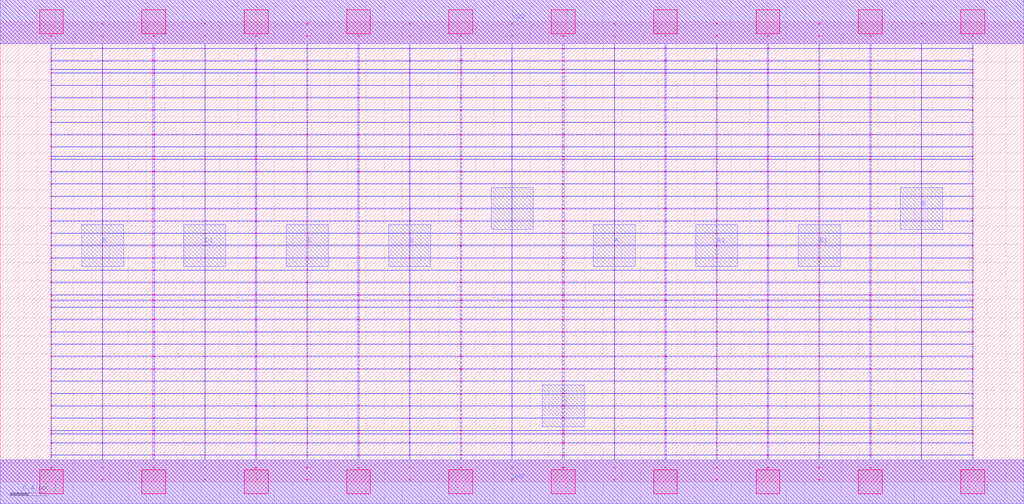
<source format=lef>
MACRO AAOAOI22121_DEBUG
 CLASS CORE ;
 FOREIGN AAOAOI22121_DEBUG 0 0 ;
 SIZE 11.200000000000001 BY 5.04 ;
 ORIGIN 0 0 ;
 SYMMETRY X Y R90 ;
 SITE unit ;
  PIN VDD
   DIRECTION INOUT ;
   USE SIGNAL ;
   SHAPE ABUTMENT ;
    PORT
     CLASS CORE ;
       LAYER met1 ;
        RECT 0.00000000 4.80000000 11.20000000 5.28000000 ;
       LAYER met2 ;
        RECT 0.00000000 4.80000000 11.20000000 5.28000000 ;
    END
  END VDD

  PIN GND
   DIRECTION INOUT ;
   USE SIGNAL ;
   SHAPE ABUTMENT ;
    PORT
     CLASS CORE ;
       LAYER met1 ;
        RECT 0.00000000 -0.24000000 11.20000000 0.24000000 ;
       LAYER met2 ;
        RECT 0.00000000 -0.24000000 11.20000000 0.24000000 ;
    END
  END GND

  PIN Y
   DIRECTION INOUT ;
   USE SIGNAL ;
   SHAPE ABUTMENT ;
    PORT
     CLASS CORE ;
       LAYER met2 ;
        RECT 5.93000000 0.60200000 6.39000000 1.06200000 ;
    END
  END Y

  PIN B1
   DIRECTION INOUT ;
   USE SIGNAL ;
   SHAPE ABUTMENT ;
    PORT
     CLASS CORE ;
       LAYER met2 ;
        RECT 8.73000000 2.35700000 9.19000000 2.81700000 ;
    END
  END B1

  PIN D
   DIRECTION INOUT ;
   USE SIGNAL ;
   SHAPE ABUTMENT ;
    PORT
     CLASS CORE ;
       LAYER met2 ;
        RECT 3.13000000 2.35700000 3.59000000 2.81700000 ;
    END
  END D

  PIN A
   DIRECTION INOUT ;
   USE SIGNAL ;
   SHAPE ABUTMENT ;
    PORT
     CLASS CORE ;
       LAYER met2 ;
        RECT 6.49000000 2.35700000 6.95000000 2.81700000 ;
    END
  END A

  PIN D1
   DIRECTION INOUT ;
   USE SIGNAL ;
   SHAPE ABUTMENT ;
    PORT
     CLASS CORE ;
       LAYER met2 ;
        RECT 2.01000000 2.35700000 2.47000000 2.81700000 ;
    END
  END D1

  PIN A1
   DIRECTION INOUT ;
   USE SIGNAL ;
   SHAPE ABUTMENT ;
    PORT
     CLASS CORE ;
       LAYER met2 ;
        RECT 7.61000000 2.35700000 8.07000000 2.81700000 ;
    END
  END A1

  PIN B
   DIRECTION INOUT ;
   USE SIGNAL ;
   SHAPE ABUTMENT ;
    PORT
     CLASS CORE ;
       LAYER met2 ;
        RECT 5.37000000 2.76200000 5.83000000 3.22200000 ;
       LAYER met2 ;
        RECT 9.85000000 2.76200000 10.31000000 3.22200000 ;
    END
  END B

  PIN C
   DIRECTION INOUT ;
   USE SIGNAL ;
   SHAPE ABUTMENT ;
    PORT
     CLASS CORE ;
       LAYER met2 ;
        RECT 4.25000000 2.35700000 4.71000000 2.81700000 ;
    END
  END C

  PIN E
   DIRECTION INOUT ;
   USE SIGNAL ;
   SHAPE ABUTMENT ;
    PORT
     CLASS CORE ;
       LAYER met2 ;
        RECT 0.89000000 2.35700000 1.35000000 2.81700000 ;
    END
  END E

 OBS
    LAYER polycont ;
     RECT 5.59600000 0.15300000 5.60400000 0.16100000 ;
     RECT 5.59600000 0.28800000 5.60400000 0.29600000 ;
     RECT 5.59600000 0.42300000 5.60400000 0.43100000 ;
     RECT 5.59600000 0.52100000 5.60400000 0.52900000 ;
     RECT 5.59600000 0.55800000 5.60400000 0.56600000 ;
     RECT 5.59600000 0.69300000 5.60400000 0.70100000 ;
     RECT 5.59600000 0.82800000 5.60400000 0.83600000 ;
     RECT 5.59600000 0.96300000 5.60400000 0.97100000 ;
     RECT 5.59600000 1.09800000 5.60400000 1.10600000 ;
     RECT 5.59600000 1.23300000 5.60400000 1.24100000 ;
     RECT 5.59600000 1.36800000 5.60400000 1.37600000 ;
     RECT 5.59600000 1.50300000 5.60400000 1.51100000 ;
     RECT 5.59600000 1.63800000 5.60400000 1.64600000 ;
     RECT 5.59600000 1.77300000 5.60400000 1.78100000 ;
     RECT 5.59600000 1.90800000 5.60400000 1.91600000 ;
     RECT 5.59600000 1.98100000 5.60400000 1.98900000 ;
     RECT 5.59600000 2.04300000 5.60400000 2.05100000 ;
     RECT 5.59600000 2.17800000 5.60400000 2.18600000 ;
     RECT 5.59600000 2.31300000 5.60400000 2.32100000 ;
     RECT 5.59600000 2.44800000 5.60400000 2.45600000 ;
     RECT 5.59600000 2.58300000 5.60400000 2.59100000 ;
     RECT 5.59600000 2.71800000 5.60400000 2.72600000 ;
     RECT 5.59600000 2.85300000 5.60400000 2.86100000 ;
     RECT 5.59600000 2.98800000 5.60400000 2.99600000 ;
     RECT 7.83600000 2.58300000 7.84400000 2.59100000 ;
     RECT 8.39100000 2.58300000 8.40900000 2.59100000 ;
     RECT 8.95600000 2.58300000 8.96400000 2.59100000 ;
     RECT 9.51600000 2.58300000 9.52900000 2.59100000 ;
     RECT 10.07600000 2.58300000 10.08400000 2.59100000 ;
     RECT 10.63600000 2.58300000 10.64400000 2.59100000 ;
     RECT 6.15100000 2.58300000 6.16900000 2.59100000 ;
     RECT 6.15100000 2.71800000 6.16900000 2.72600000 ;
     RECT 6.71600000 2.71800000 6.72400000 2.72600000 ;
     RECT 7.27100000 2.71800000 7.28900000 2.72600000 ;
     RECT 7.83600000 2.71800000 7.84400000 2.72600000 ;
     RECT 8.39100000 2.71800000 8.40900000 2.72600000 ;
     RECT 8.95600000 2.71800000 8.96400000 2.72600000 ;
     RECT 9.51600000 2.71800000 9.52900000 2.72600000 ;
     RECT 10.07600000 2.71800000 10.08400000 2.72600000 ;
     RECT 10.63600000 2.71800000 10.64400000 2.72600000 ;
     RECT 6.71600000 2.58300000 6.72400000 2.59100000 ;
     RECT 6.15100000 2.85300000 6.16900000 2.86100000 ;
     RECT 6.71600000 2.85300000 6.72400000 2.86100000 ;
     RECT 7.27100000 2.85300000 7.28900000 2.86100000 ;
     RECT 7.83600000 2.85300000 7.84400000 2.86100000 ;
     RECT 8.39100000 2.85300000 8.40900000 2.86100000 ;
     RECT 8.95600000 2.85300000 8.96400000 2.86100000 ;
     RECT 9.51600000 2.85300000 9.52900000 2.86100000 ;
     RECT 10.07600000 2.85300000 10.08400000 2.86100000 ;
     RECT 10.63600000 2.85300000 10.64400000 2.86100000 ;
     RECT 7.27100000 2.58300000 7.28900000 2.59100000 ;
     RECT 6.15100000 2.98800000 6.16900000 2.99600000 ;
     RECT 6.71600000 2.98800000 6.72400000 2.99600000 ;
     RECT 7.27100000 2.98800000 7.28900000 2.99600000 ;
     RECT 7.83600000 2.98800000 7.84400000 2.99600000 ;
     RECT 8.39100000 2.98800000 8.40900000 2.99600000 ;
     RECT 8.95600000 2.98800000 8.96400000 2.99600000 ;
     RECT 9.51600000 2.98800000 9.52900000 2.99600000 ;
     RECT 10.07600000 2.98800000 10.08400000 2.99600000 ;
     RECT 10.63600000 2.98800000 10.64400000 2.99600000 ;
     RECT 10.07600000 3.12300000 10.08400000 3.13100000 ;
     RECT 10.63600000 3.12300000 10.64400000 3.13100000 ;
     RECT 10.07600000 3.25800000 10.08400000 3.26600000 ;
     RECT 10.63600000 3.25800000 10.64400000 3.26600000 ;
     RECT 10.07600000 3.39300000 10.08400000 3.40100000 ;
     RECT 10.63600000 3.39300000 10.64400000 3.40100000 ;
     RECT 10.07600000 3.52800000 10.08400000 3.53600000 ;
     RECT 10.63600000 3.52800000 10.64400000 3.53600000 ;
     RECT 10.07600000 3.56100000 10.08400000 3.56900000 ;
     RECT 10.63600000 3.56100000 10.64400000 3.56900000 ;
     RECT 10.07600000 3.66300000 10.08400000 3.67100000 ;
     RECT 10.63600000 3.66300000 10.64400000 3.67100000 ;
     RECT 10.07600000 3.79800000 10.08400000 3.80600000 ;
     RECT 10.63600000 3.79800000 10.64400000 3.80600000 ;
     RECT 10.07600000 3.93300000 10.08400000 3.94100000 ;
     RECT 10.63600000 3.93300000 10.64400000 3.94100000 ;
     RECT 10.07600000 4.06800000 10.08400000 4.07600000 ;
     RECT 10.63600000 4.06800000 10.64400000 4.07600000 ;
     RECT 10.07600000 4.20300000 10.08400000 4.21100000 ;
     RECT 10.63600000 4.20300000 10.64400000 4.21100000 ;
     RECT 10.07600000 4.33800000 10.08400000 4.34600000 ;
     RECT 10.63600000 4.33800000 10.64400000 4.34600000 ;
     RECT 10.07600000 4.47300000 10.08400000 4.48100000 ;
     RECT 10.63600000 4.47300000 10.64400000 4.48100000 ;
     RECT 10.07600000 4.51100000 10.08400000 4.51900000 ;
     RECT 10.63600000 4.51100000 10.64400000 4.51900000 ;
     RECT 10.07600000 4.60800000 10.08400000 4.61600000 ;
     RECT 10.63600000 4.60800000 10.64400000 4.61600000 ;
     RECT 10.07600000 4.74300000 10.08400000 4.75100000 ;
     RECT 10.63600000 4.74300000 10.64400000 4.75100000 ;
     RECT 10.07600000 4.87800000 10.08400000 4.88600000 ;
     RECT 10.63600000 4.87800000 10.64400000 4.88600000 ;
     RECT 0.55100000 2.58300000 0.56400000 2.59100000 ;
     RECT 0.55100000 2.71800000 0.56400000 2.72600000 ;
     RECT 0.55100000 2.85300000 0.56400000 2.86100000 ;
     RECT 1.11600000 2.85300000 1.12400000 2.86100000 ;
     RECT 1.67100000 2.85300000 1.68900000 2.86100000 ;
     RECT 2.23600000 2.85300000 2.24400000 2.86100000 ;
     RECT 2.79100000 2.85300000 2.80900000 2.86100000 ;
     RECT 3.35600000 2.85300000 3.36400000 2.86100000 ;
     RECT 3.91100000 2.85300000 3.92900000 2.86100000 ;
     RECT 4.47600000 2.85300000 4.48400000 2.86100000 ;
     RECT 5.03100000 2.85300000 5.04900000 2.86100000 ;
     RECT 1.11600000 2.71800000 1.12400000 2.72600000 ;
     RECT 1.67100000 2.71800000 1.68900000 2.72600000 ;
     RECT 2.23600000 2.71800000 2.24400000 2.72600000 ;
     RECT 2.79100000 2.71800000 2.80900000 2.72600000 ;
     RECT 3.35600000 2.71800000 3.36400000 2.72600000 ;
     RECT 3.91100000 2.71800000 3.92900000 2.72600000 ;
     RECT 4.47600000 2.71800000 4.48400000 2.72600000 ;
     RECT 5.03100000 2.71800000 5.04900000 2.72600000 ;
     RECT 1.11600000 2.58300000 1.12400000 2.59100000 ;
     RECT 1.67100000 2.58300000 1.68900000 2.59100000 ;
     RECT 0.55100000 2.98800000 0.56400000 2.99600000 ;
     RECT 1.11600000 2.98800000 1.12400000 2.99600000 ;
     RECT 1.67100000 2.98800000 1.68900000 2.99600000 ;
     RECT 2.23600000 2.98800000 2.24400000 2.99600000 ;
     RECT 2.79100000 2.98800000 2.80900000 2.99600000 ;
     RECT 3.35600000 2.98800000 3.36400000 2.99600000 ;
     RECT 3.91100000 2.98800000 3.92900000 2.99600000 ;
     RECT 4.47600000 2.98800000 4.48400000 2.99600000 ;
     RECT 5.03100000 2.98800000 5.04900000 2.99600000 ;
     RECT 2.23600000 2.58300000 2.24400000 2.59100000 ;
     RECT 2.79100000 2.58300000 2.80900000 2.59100000 ;
     RECT 3.35600000 2.58300000 3.36400000 2.59100000 ;
     RECT 3.91100000 2.58300000 3.92900000 2.59100000 ;
     RECT 4.47600000 2.58300000 4.48400000 2.59100000 ;
     RECT 5.03100000 2.58300000 5.04900000 2.59100000 ;

    LAYER pdiffc ;
     RECT 0.55100000 3.39300000 0.55900000 3.40100000 ;
     RECT 9.52100000 3.39300000 9.52900000 3.40100000 ;
     RECT 0.55100000 3.52800000 0.55900000 3.53600000 ;
     RECT 9.52100000 3.52800000 9.52900000 3.53600000 ;
     RECT 0.55100000 3.56100000 0.55900000 3.56900000 ;
     RECT 9.52100000 3.56100000 9.52900000 3.56900000 ;
     RECT 0.55100000 3.66300000 0.55900000 3.67100000 ;
     RECT 9.52100000 3.66300000 9.52900000 3.67100000 ;
     RECT 0.55100000 3.79800000 0.55900000 3.80600000 ;
     RECT 9.52100000 3.79800000 9.52900000 3.80600000 ;
     RECT 0.55100000 3.93300000 0.55900000 3.94100000 ;
     RECT 9.52100000 3.93300000 9.52900000 3.94100000 ;
     RECT 0.55100000 4.06800000 0.55900000 4.07600000 ;
     RECT 9.52100000 4.06800000 9.52900000 4.07600000 ;
     RECT 0.55100000 4.20300000 0.55900000 4.21100000 ;
     RECT 9.52100000 4.20300000 9.52900000 4.21100000 ;
     RECT 0.55100000 4.33800000 0.55900000 4.34600000 ;
     RECT 9.52100000 4.33800000 9.52900000 4.34600000 ;
     RECT 0.55100000 4.47300000 0.55900000 4.48100000 ;
     RECT 9.52100000 4.47300000 9.52900000 4.48100000 ;
     RECT 0.55100000 4.51100000 0.55900000 4.51900000 ;
     RECT 9.52100000 4.51100000 9.52900000 4.51900000 ;
     RECT 0.55100000 4.60800000 0.55900000 4.61600000 ;
     RECT 9.52100000 4.60800000 9.52900000 4.61600000 ;

    LAYER ndiffc ;
     RECT 6.15100000 0.42300000 6.16900000 0.43100000 ;
     RECT 7.27100000 0.42300000 7.28900000 0.43100000 ;
     RECT 8.39100000 0.42300000 8.40900000 0.43100000 ;
     RECT 9.51600000 0.42300000 9.52900000 0.43100000 ;
     RECT 10.63600000 0.42300000 10.64400000 0.43100000 ;
     RECT 6.15100000 0.52100000 6.16900000 0.52900000 ;
     RECT 7.27100000 0.52100000 7.28900000 0.52900000 ;
     RECT 8.39100000 0.52100000 8.40900000 0.52900000 ;
     RECT 9.51600000 0.52100000 9.52900000 0.52900000 ;
     RECT 10.63600000 0.52100000 10.64400000 0.52900000 ;
     RECT 6.15100000 0.55800000 6.16900000 0.56600000 ;
     RECT 7.27100000 0.55800000 7.28900000 0.56600000 ;
     RECT 8.39100000 0.55800000 8.40900000 0.56600000 ;
     RECT 9.51600000 0.55800000 9.52900000 0.56600000 ;
     RECT 10.63600000 0.55800000 10.64400000 0.56600000 ;
     RECT 6.15100000 0.69300000 6.16900000 0.70100000 ;
     RECT 7.27100000 0.69300000 7.28900000 0.70100000 ;
     RECT 8.39100000 0.69300000 8.40900000 0.70100000 ;
     RECT 9.51600000 0.69300000 9.52900000 0.70100000 ;
     RECT 10.63600000 0.69300000 10.64400000 0.70100000 ;
     RECT 6.15100000 0.82800000 6.16900000 0.83600000 ;
     RECT 7.27100000 0.82800000 7.28900000 0.83600000 ;
     RECT 8.39100000 0.82800000 8.40900000 0.83600000 ;
     RECT 9.51600000 0.82800000 9.52900000 0.83600000 ;
     RECT 10.63600000 0.82800000 10.64400000 0.83600000 ;
     RECT 6.15100000 0.96300000 6.16900000 0.97100000 ;
     RECT 7.27100000 0.96300000 7.28900000 0.97100000 ;
     RECT 8.39100000 0.96300000 8.40900000 0.97100000 ;
     RECT 9.51600000 0.96300000 9.52900000 0.97100000 ;
     RECT 10.63600000 0.96300000 10.64400000 0.97100000 ;
     RECT 6.15100000 1.09800000 6.16900000 1.10600000 ;
     RECT 7.27100000 1.09800000 7.28900000 1.10600000 ;
     RECT 8.39100000 1.09800000 8.40900000 1.10600000 ;
     RECT 9.51600000 1.09800000 9.52900000 1.10600000 ;
     RECT 10.63600000 1.09800000 10.64400000 1.10600000 ;
     RECT 6.15100000 1.23300000 6.16900000 1.24100000 ;
     RECT 7.27100000 1.23300000 7.28900000 1.24100000 ;
     RECT 8.39100000 1.23300000 8.40900000 1.24100000 ;
     RECT 9.51600000 1.23300000 9.52900000 1.24100000 ;
     RECT 10.63600000 1.23300000 10.64400000 1.24100000 ;
     RECT 6.15100000 1.36800000 6.16900000 1.37600000 ;
     RECT 7.27100000 1.36800000 7.28900000 1.37600000 ;
     RECT 8.39100000 1.36800000 8.40900000 1.37600000 ;
     RECT 9.51600000 1.36800000 9.52900000 1.37600000 ;
     RECT 10.63600000 1.36800000 10.64400000 1.37600000 ;
     RECT 6.15100000 1.50300000 6.16900000 1.51100000 ;
     RECT 7.27100000 1.50300000 7.28900000 1.51100000 ;
     RECT 8.39100000 1.50300000 8.40900000 1.51100000 ;
     RECT 9.51600000 1.50300000 9.52900000 1.51100000 ;
     RECT 10.63600000 1.50300000 10.64400000 1.51100000 ;
     RECT 6.15100000 1.63800000 6.16900000 1.64600000 ;
     RECT 7.27100000 1.63800000 7.28900000 1.64600000 ;
     RECT 8.39100000 1.63800000 8.40900000 1.64600000 ;
     RECT 9.51600000 1.63800000 9.52900000 1.64600000 ;
     RECT 10.63600000 1.63800000 10.64400000 1.64600000 ;
     RECT 6.15100000 1.77300000 6.16900000 1.78100000 ;
     RECT 7.27100000 1.77300000 7.28900000 1.78100000 ;
     RECT 8.39100000 1.77300000 8.40900000 1.78100000 ;
     RECT 9.51600000 1.77300000 9.52900000 1.78100000 ;
     RECT 10.63600000 1.77300000 10.64400000 1.78100000 ;
     RECT 6.15100000 1.90800000 6.16900000 1.91600000 ;
     RECT 7.27100000 1.90800000 7.28900000 1.91600000 ;
     RECT 8.39100000 1.90800000 8.40900000 1.91600000 ;
     RECT 9.51600000 1.90800000 9.52900000 1.91600000 ;
     RECT 10.63600000 1.90800000 10.64400000 1.91600000 ;
     RECT 6.15100000 1.98100000 6.16900000 1.98900000 ;
     RECT 7.27100000 1.98100000 7.28900000 1.98900000 ;
     RECT 8.39100000 1.98100000 8.40900000 1.98900000 ;
     RECT 9.51600000 1.98100000 9.52900000 1.98900000 ;
     RECT 10.63600000 1.98100000 10.64400000 1.98900000 ;
     RECT 6.15100000 2.04300000 6.16900000 2.05100000 ;
     RECT 7.27100000 2.04300000 7.28900000 2.05100000 ;
     RECT 8.39100000 2.04300000 8.40900000 2.05100000 ;
     RECT 9.51600000 2.04300000 9.52900000 2.05100000 ;
     RECT 10.63600000 2.04300000 10.64400000 2.05100000 ;
     RECT 0.55100000 0.42300000 0.56400000 0.43100000 ;
     RECT 1.67100000 0.42300000 1.68900000 0.43100000 ;
     RECT 2.79100000 0.42300000 2.80900000 0.43100000 ;
     RECT 3.91100000 0.42300000 3.92900000 0.43100000 ;
     RECT 5.03100000 0.42300000 5.04900000 0.43100000 ;
     RECT 0.55100000 1.36800000 0.56400000 1.37600000 ;
     RECT 1.67100000 1.36800000 1.68900000 1.37600000 ;
     RECT 2.79100000 1.36800000 2.80900000 1.37600000 ;
     RECT 3.91100000 1.36800000 3.92900000 1.37600000 ;
     RECT 5.03100000 1.36800000 5.04900000 1.37600000 ;
     RECT 0.55100000 0.82800000 0.56400000 0.83600000 ;
     RECT 1.67100000 0.82800000 1.68900000 0.83600000 ;
     RECT 2.79100000 0.82800000 2.80900000 0.83600000 ;
     RECT 3.91100000 0.82800000 3.92900000 0.83600000 ;
     RECT 5.03100000 0.82800000 5.04900000 0.83600000 ;
     RECT 0.55100000 1.50300000 0.56400000 1.51100000 ;
     RECT 1.67100000 1.50300000 1.68900000 1.51100000 ;
     RECT 2.79100000 1.50300000 2.80900000 1.51100000 ;
     RECT 3.91100000 1.50300000 3.92900000 1.51100000 ;
     RECT 5.03100000 1.50300000 5.04900000 1.51100000 ;
     RECT 0.55100000 0.55800000 0.56400000 0.56600000 ;
     RECT 1.67100000 0.55800000 1.68900000 0.56600000 ;
     RECT 2.79100000 0.55800000 2.80900000 0.56600000 ;
     RECT 3.91100000 0.55800000 3.92900000 0.56600000 ;
     RECT 5.03100000 0.55800000 5.04900000 0.56600000 ;
     RECT 0.55100000 1.63800000 0.56400000 1.64600000 ;
     RECT 1.67100000 1.63800000 1.68900000 1.64600000 ;
     RECT 2.79100000 1.63800000 2.80900000 1.64600000 ;
     RECT 3.91100000 1.63800000 3.92900000 1.64600000 ;
     RECT 5.03100000 1.63800000 5.04900000 1.64600000 ;
     RECT 0.55100000 0.96300000 0.56400000 0.97100000 ;
     RECT 1.67100000 0.96300000 1.68900000 0.97100000 ;
     RECT 2.79100000 0.96300000 2.80900000 0.97100000 ;
     RECT 3.91100000 0.96300000 3.92900000 0.97100000 ;
     RECT 5.03100000 0.96300000 5.04900000 0.97100000 ;
     RECT 0.55100000 1.77300000 0.56400000 1.78100000 ;
     RECT 1.67100000 1.77300000 1.68900000 1.78100000 ;
     RECT 2.79100000 1.77300000 2.80900000 1.78100000 ;
     RECT 3.91100000 1.77300000 3.92900000 1.78100000 ;
     RECT 5.03100000 1.77300000 5.04900000 1.78100000 ;
     RECT 0.55100000 0.52100000 0.56400000 0.52900000 ;
     RECT 1.67100000 0.52100000 1.68900000 0.52900000 ;
     RECT 2.79100000 0.52100000 2.80900000 0.52900000 ;
     RECT 3.91100000 0.52100000 3.92900000 0.52900000 ;
     RECT 5.03100000 0.52100000 5.04900000 0.52900000 ;
     RECT 0.55100000 1.90800000 0.56400000 1.91600000 ;
     RECT 1.67100000 1.90800000 1.68900000 1.91600000 ;
     RECT 2.79100000 1.90800000 2.80900000 1.91600000 ;
     RECT 3.91100000 1.90800000 3.92900000 1.91600000 ;
     RECT 5.03100000 1.90800000 5.04900000 1.91600000 ;
     RECT 0.55100000 1.09800000 0.56400000 1.10600000 ;
     RECT 1.67100000 1.09800000 1.68900000 1.10600000 ;
     RECT 2.79100000 1.09800000 2.80900000 1.10600000 ;
     RECT 3.91100000 1.09800000 3.92900000 1.10600000 ;
     RECT 5.03100000 1.09800000 5.04900000 1.10600000 ;
     RECT 0.55100000 1.98100000 0.56400000 1.98900000 ;
     RECT 1.67100000 1.98100000 1.68900000 1.98900000 ;
     RECT 2.79100000 1.98100000 2.80900000 1.98900000 ;
     RECT 3.91100000 1.98100000 3.92900000 1.98900000 ;
     RECT 5.03100000 1.98100000 5.04900000 1.98900000 ;
     RECT 0.55100000 0.69300000 0.56400000 0.70100000 ;
     RECT 1.67100000 0.69300000 1.68900000 0.70100000 ;
     RECT 2.79100000 0.69300000 2.80900000 0.70100000 ;
     RECT 3.91100000 0.69300000 3.92900000 0.70100000 ;
     RECT 5.03100000 0.69300000 5.04900000 0.70100000 ;
     RECT 0.55100000 2.04300000 0.56400000 2.05100000 ;
     RECT 1.67100000 2.04300000 1.68900000 2.05100000 ;
     RECT 2.79100000 2.04300000 2.80900000 2.05100000 ;
     RECT 3.91100000 2.04300000 3.92900000 2.05100000 ;
     RECT 5.03100000 2.04300000 5.04900000 2.05100000 ;
     RECT 0.55100000 1.23300000 0.56400000 1.24100000 ;
     RECT 1.67100000 1.23300000 1.68900000 1.24100000 ;
     RECT 2.79100000 1.23300000 2.80900000 1.24100000 ;
     RECT 3.91100000 1.23300000 3.92900000 1.24100000 ;
     RECT 5.03100000 1.23300000 5.04900000 1.24100000 ;

    LAYER met1 ;
     RECT 0.00000000 -0.24000000 11.20000000 0.24000000 ;
     RECT 5.59600000 0.24000000 5.60400000 0.28800000 ;
     RECT 0.55100000 0.28800000 10.64400000 0.29600000 ;
     RECT 5.59600000 0.29600000 5.60400000 0.42300000 ;
     RECT 0.55100000 0.42300000 10.64400000 0.43100000 ;
     RECT 5.59600000 0.43100000 5.60400000 0.52100000 ;
     RECT 0.55100000 0.52100000 10.64400000 0.52900000 ;
     RECT 5.59600000 0.52900000 5.60400000 0.55800000 ;
     RECT 0.55100000 0.55800000 10.64400000 0.56600000 ;
     RECT 5.59600000 0.56600000 5.60400000 0.69300000 ;
     RECT 0.55100000 0.69300000 10.64400000 0.70100000 ;
     RECT 5.59600000 0.70100000 5.60400000 0.82800000 ;
     RECT 0.55100000 0.82800000 10.64400000 0.83600000 ;
     RECT 5.59600000 0.83600000 5.60400000 0.96300000 ;
     RECT 0.55100000 0.96300000 10.64400000 0.97100000 ;
     RECT 5.59600000 0.97100000 5.60400000 1.09800000 ;
     RECT 0.55100000 1.09800000 10.64400000 1.10600000 ;
     RECT 5.59600000 1.10600000 5.60400000 1.23300000 ;
     RECT 0.55100000 1.23300000 10.64400000 1.24100000 ;
     RECT 5.59600000 1.24100000 5.60400000 1.36800000 ;
     RECT 0.55100000 1.36800000 10.64400000 1.37600000 ;
     RECT 5.59600000 1.37600000 5.60400000 1.50300000 ;
     RECT 0.55100000 1.50300000 10.64400000 1.51100000 ;
     RECT 5.59600000 1.51100000 5.60400000 1.63800000 ;
     RECT 0.55100000 1.63800000 10.64400000 1.64600000 ;
     RECT 5.59600000 1.64600000 5.60400000 1.77300000 ;
     RECT 0.55100000 1.77300000 10.64400000 1.78100000 ;
     RECT 5.59600000 1.78100000 5.60400000 1.90800000 ;
     RECT 0.55100000 1.90800000 10.64400000 1.91600000 ;
     RECT 5.59600000 1.91600000 5.60400000 1.98100000 ;
     RECT 0.55100000 1.98100000 10.64400000 1.98900000 ;
     RECT 5.59600000 1.98900000 5.60400000 2.04300000 ;
     RECT 0.55100000 2.04300000 10.64400000 2.05100000 ;
     RECT 5.59600000 2.05100000 5.60400000 2.17800000 ;
     RECT 0.55100000 2.17800000 10.64400000 2.18600000 ;
     RECT 5.59600000 2.18600000 5.60400000 2.31300000 ;
     RECT 0.55100000 2.31300000 10.64400000 2.32100000 ;
     RECT 5.59600000 2.32100000 5.60400000 2.44800000 ;
     RECT 0.55100000 2.44800000 10.64400000 2.45600000 ;
     RECT 0.55100000 2.45600000 0.56400000 2.58300000 ;
     RECT 1.11600000 2.45600000 1.12400000 2.58300000 ;
     RECT 1.67100000 2.45600000 1.68900000 2.58300000 ;
     RECT 2.23600000 2.45600000 2.24400000 2.58300000 ;
     RECT 2.79100000 2.45600000 2.80900000 2.58300000 ;
     RECT 3.35600000 2.45600000 3.36400000 2.58300000 ;
     RECT 3.91100000 2.45600000 3.92900000 2.58300000 ;
     RECT 4.47600000 2.45600000 4.48400000 2.58300000 ;
     RECT 5.03100000 2.45600000 5.04900000 2.58300000 ;
     RECT 5.59600000 2.45600000 5.60400000 2.58300000 ;
     RECT 6.15100000 2.45600000 6.16900000 2.58300000 ;
     RECT 6.71600000 2.45600000 6.72400000 2.58300000 ;
     RECT 7.27100000 2.45600000 7.28900000 2.58300000 ;
     RECT 7.83600000 2.45600000 7.84400000 2.58300000 ;
     RECT 8.39100000 2.45600000 8.40900000 2.58300000 ;
     RECT 8.95600000 2.45600000 8.96400000 2.58300000 ;
     RECT 9.51600000 2.45600000 9.52900000 2.58300000 ;
     RECT 10.07600000 2.45600000 10.08400000 2.58300000 ;
     RECT 10.63600000 2.45600000 10.64400000 2.58300000 ;
     RECT 0.55100000 2.58300000 10.64400000 2.59100000 ;
     RECT 5.59600000 2.59100000 5.60400000 2.71800000 ;
     RECT 0.55100000 2.71800000 10.64400000 2.72600000 ;
     RECT 5.59600000 2.72600000 5.60400000 2.85300000 ;
     RECT 0.55100000 2.85300000 10.64400000 2.86100000 ;
     RECT 5.59600000 2.86100000 5.60400000 2.98800000 ;
     RECT 0.55100000 2.98800000 10.64400000 2.99600000 ;
     RECT 5.59600000 2.99600000 5.60400000 3.12300000 ;
     RECT 0.55100000 3.12300000 10.64400000 3.13100000 ;
     RECT 5.59600000 3.13100000 5.60400000 3.25800000 ;
     RECT 0.55100000 3.25800000 10.64400000 3.26600000 ;
     RECT 5.59600000 3.26600000 5.60400000 3.39300000 ;
     RECT 0.55100000 3.39300000 10.64400000 3.40100000 ;
     RECT 5.59600000 3.40100000 5.60400000 3.52800000 ;
     RECT 0.55100000 3.52800000 10.64400000 3.53600000 ;
     RECT 5.59600000 3.53600000 5.60400000 3.56100000 ;
     RECT 0.55100000 3.56100000 10.64400000 3.56900000 ;
     RECT 5.59600000 3.56900000 5.60400000 3.66300000 ;
     RECT 0.55100000 3.66300000 10.64400000 3.67100000 ;
     RECT 5.59600000 3.67100000 5.60400000 3.79800000 ;
     RECT 0.55100000 3.79800000 10.64400000 3.80600000 ;
     RECT 5.59600000 3.80600000 5.60400000 3.93300000 ;
     RECT 0.55100000 3.93300000 10.64400000 3.94100000 ;
     RECT 5.59600000 3.94100000 5.60400000 4.06800000 ;
     RECT 0.55100000 4.06800000 10.64400000 4.07600000 ;
     RECT 5.59600000 4.07600000 5.60400000 4.20300000 ;
     RECT 0.55100000 4.20300000 10.64400000 4.21100000 ;
     RECT 5.59600000 4.21100000 5.60400000 4.33800000 ;
     RECT 0.55100000 4.33800000 10.64400000 4.34600000 ;
     RECT 5.59600000 4.34600000 5.60400000 4.47300000 ;
     RECT 0.55100000 4.47300000 10.64400000 4.48100000 ;
     RECT 5.59600000 4.48100000 5.60400000 4.51100000 ;
     RECT 0.55100000 4.51100000 10.64400000 4.51900000 ;
     RECT 5.59600000 4.51900000 5.60400000 4.60800000 ;
     RECT 0.55100000 4.60800000 10.64400000 4.61600000 ;
     RECT 5.59600000 4.61600000 5.60400000 4.74300000 ;
     RECT 0.55100000 4.74300000 10.64400000 4.75100000 ;
     RECT 5.59600000 4.75100000 5.60400000 4.80000000 ;
     RECT 0.00000000 4.80000000 11.20000000 5.28000000 ;
     RECT 8.39100000 2.99600000 8.40900000 3.12300000 ;
     RECT 8.39100000 3.13100000 8.40900000 3.25800000 ;
     RECT 8.39100000 3.26600000 8.40900000 3.39300000 ;
     RECT 8.39100000 3.40100000 8.40900000 3.52800000 ;
     RECT 8.39100000 3.53600000 8.40900000 3.56100000 ;
     RECT 8.39100000 2.72600000 8.40900000 2.85300000 ;
     RECT 8.39100000 3.56900000 8.40900000 3.66300000 ;
     RECT 8.39100000 3.67100000 8.40900000 3.79800000 ;
     RECT 6.15100000 3.80600000 6.16900000 3.93300000 ;
     RECT 6.71600000 3.80600000 6.72400000 3.93300000 ;
     RECT 7.27100000 3.80600000 7.28900000 3.93300000 ;
     RECT 7.83600000 3.80600000 7.84400000 3.93300000 ;
     RECT 8.39100000 3.80600000 8.40900000 3.93300000 ;
     RECT 8.95600000 3.80600000 8.96400000 3.93300000 ;
     RECT 9.51600000 3.80600000 9.52900000 3.93300000 ;
     RECT 10.07600000 3.80600000 10.08400000 3.93300000 ;
     RECT 10.63600000 3.80600000 10.64400000 3.93300000 ;
     RECT 8.39100000 3.94100000 8.40900000 4.06800000 ;
     RECT 8.39100000 4.07600000 8.40900000 4.20300000 ;
     RECT 8.39100000 4.21100000 8.40900000 4.33800000 ;
     RECT 8.39100000 2.86100000 8.40900000 2.98800000 ;
     RECT 8.39100000 4.34600000 8.40900000 4.47300000 ;
     RECT 8.39100000 4.48100000 8.40900000 4.51100000 ;
     RECT 8.39100000 2.59100000 8.40900000 2.71800000 ;
     RECT 8.39100000 4.51900000 8.40900000 4.60800000 ;
     RECT 8.39100000 4.61600000 8.40900000 4.74300000 ;
     RECT 8.39100000 4.75100000 8.40900000 4.80000000 ;
     RECT 9.51600000 3.94100000 9.52900000 4.06800000 ;
     RECT 8.95600000 4.21100000 8.96400000 4.33800000 ;
     RECT 9.51600000 4.21100000 9.52900000 4.33800000 ;
     RECT 10.07600000 4.21100000 10.08400000 4.33800000 ;
     RECT 10.63600000 4.21100000 10.64400000 4.33800000 ;
     RECT 10.07600000 3.94100000 10.08400000 4.06800000 ;
     RECT 10.63600000 3.94100000 10.64400000 4.06800000 ;
     RECT 8.95600000 4.34600000 8.96400000 4.47300000 ;
     RECT 9.51600000 4.34600000 9.52900000 4.47300000 ;
     RECT 10.07600000 4.34600000 10.08400000 4.47300000 ;
     RECT 10.63600000 4.34600000 10.64400000 4.47300000 ;
     RECT 8.95600000 3.94100000 8.96400000 4.06800000 ;
     RECT 8.95600000 4.48100000 8.96400000 4.51100000 ;
     RECT 9.51600000 4.48100000 9.52900000 4.51100000 ;
     RECT 10.07600000 4.48100000 10.08400000 4.51100000 ;
     RECT 10.63600000 4.48100000 10.64400000 4.51100000 ;
     RECT 8.95600000 4.07600000 8.96400000 4.20300000 ;
     RECT 9.51600000 4.07600000 9.52900000 4.20300000 ;
     RECT 8.95600000 4.51900000 8.96400000 4.60800000 ;
     RECT 9.51600000 4.51900000 9.52900000 4.60800000 ;
     RECT 10.07600000 4.51900000 10.08400000 4.60800000 ;
     RECT 10.63600000 4.51900000 10.64400000 4.60800000 ;
     RECT 10.07600000 4.07600000 10.08400000 4.20300000 ;
     RECT 8.95600000 4.61600000 8.96400000 4.74300000 ;
     RECT 9.51600000 4.61600000 9.52900000 4.74300000 ;
     RECT 10.07600000 4.61600000 10.08400000 4.74300000 ;
     RECT 10.63600000 4.61600000 10.64400000 4.74300000 ;
     RECT 10.63600000 4.07600000 10.64400000 4.20300000 ;
     RECT 8.95600000 4.75100000 8.96400000 4.80000000 ;
     RECT 9.51600000 4.75100000 9.52900000 4.80000000 ;
     RECT 10.07600000 4.75100000 10.08400000 4.80000000 ;
     RECT 10.63600000 4.75100000 10.64400000 4.80000000 ;
     RECT 6.71600000 4.07600000 6.72400000 4.20300000 ;
     RECT 7.27100000 4.07600000 7.28900000 4.20300000 ;
     RECT 7.83600000 4.07600000 7.84400000 4.20300000 ;
     RECT 6.71600000 3.94100000 6.72400000 4.06800000 ;
     RECT 7.27100000 3.94100000 7.28900000 4.06800000 ;
     RECT 6.15100000 4.51900000 6.16900000 4.60800000 ;
     RECT 6.71600000 4.51900000 6.72400000 4.60800000 ;
     RECT 7.27100000 4.51900000 7.28900000 4.60800000 ;
     RECT 7.83600000 4.51900000 7.84400000 4.60800000 ;
     RECT 7.83600000 3.94100000 7.84400000 4.06800000 ;
     RECT 6.15100000 4.34600000 6.16900000 4.47300000 ;
     RECT 6.71600000 4.34600000 6.72400000 4.47300000 ;
     RECT 7.27100000 4.34600000 7.28900000 4.47300000 ;
     RECT 7.83600000 4.34600000 7.84400000 4.47300000 ;
     RECT 6.15100000 4.61600000 6.16900000 4.74300000 ;
     RECT 6.71600000 4.61600000 6.72400000 4.74300000 ;
     RECT 7.27100000 4.61600000 7.28900000 4.74300000 ;
     RECT 7.83600000 4.61600000 7.84400000 4.74300000 ;
     RECT 6.15100000 3.94100000 6.16900000 4.06800000 ;
     RECT 6.15100000 4.07600000 6.16900000 4.20300000 ;
     RECT 6.15100000 4.21100000 6.16900000 4.33800000 ;
     RECT 6.71600000 4.21100000 6.72400000 4.33800000 ;
     RECT 7.27100000 4.21100000 7.28900000 4.33800000 ;
     RECT 6.15100000 4.75100000 6.16900000 4.80000000 ;
     RECT 6.71600000 4.75100000 6.72400000 4.80000000 ;
     RECT 7.27100000 4.75100000 7.28900000 4.80000000 ;
     RECT 7.83600000 4.75100000 7.84400000 4.80000000 ;
     RECT 6.15100000 4.48100000 6.16900000 4.51100000 ;
     RECT 6.71600000 4.48100000 6.72400000 4.51100000 ;
     RECT 7.27100000 4.48100000 7.28900000 4.51100000 ;
     RECT 7.83600000 4.48100000 7.84400000 4.51100000 ;
     RECT 7.83600000 4.21100000 7.84400000 4.33800000 ;
     RECT 7.27100000 3.53600000 7.28900000 3.56100000 ;
     RECT 7.83600000 3.53600000 7.84400000 3.56100000 ;
     RECT 7.83600000 3.13100000 7.84400000 3.25800000 ;
     RECT 6.15100000 2.86100000 6.16900000 2.98800000 ;
     RECT 6.71600000 2.86100000 6.72400000 2.98800000 ;
     RECT 7.83600000 2.72600000 7.84400000 2.85300000 ;
     RECT 6.15100000 3.13100000 6.16900000 3.25800000 ;
     RECT 6.15100000 3.56900000 6.16900000 3.66300000 ;
     RECT 6.71600000 3.56900000 6.72400000 3.66300000 ;
     RECT 7.27100000 3.56900000 7.28900000 3.66300000 ;
     RECT 7.83600000 3.56900000 7.84400000 3.66300000 ;
     RECT 6.15100000 2.59100000 6.16900000 2.71800000 ;
     RECT 6.15100000 3.67100000 6.16900000 3.79800000 ;
     RECT 6.71600000 3.67100000 6.72400000 3.79800000 ;
     RECT 7.27100000 2.86100000 7.28900000 2.98800000 ;
     RECT 7.83600000 2.86100000 7.84400000 2.98800000 ;
     RECT 7.27100000 3.67100000 7.28900000 3.79800000 ;
     RECT 7.83600000 3.67100000 7.84400000 3.79800000 ;
     RECT 6.15100000 2.99600000 6.16900000 3.12300000 ;
     RECT 6.15100000 3.26600000 6.16900000 3.39300000 ;
     RECT 6.71600000 3.26600000 6.72400000 3.39300000 ;
     RECT 7.27100000 3.26600000 7.28900000 3.39300000 ;
     RECT 7.83600000 3.26600000 7.84400000 3.39300000 ;
     RECT 6.71600000 3.13100000 6.72400000 3.25800000 ;
     RECT 6.71600000 2.59100000 6.72400000 2.71800000 ;
     RECT 6.15100000 2.72600000 6.16900000 2.85300000 ;
     RECT 6.15100000 3.40100000 6.16900000 3.52800000 ;
     RECT 6.71600000 3.40100000 6.72400000 3.52800000 ;
     RECT 6.71600000 2.99600000 6.72400000 3.12300000 ;
     RECT 7.27100000 2.99600000 7.28900000 3.12300000 ;
     RECT 7.27100000 3.40100000 7.28900000 3.52800000 ;
     RECT 7.27100000 2.59100000 7.28900000 2.71800000 ;
     RECT 7.83600000 2.59100000 7.84400000 2.71800000 ;
     RECT 7.83600000 3.40100000 7.84400000 3.52800000 ;
     RECT 7.27100000 3.13100000 7.28900000 3.25800000 ;
     RECT 6.71600000 2.72600000 6.72400000 2.85300000 ;
     RECT 7.27100000 2.72600000 7.28900000 2.85300000 ;
     RECT 6.15100000 3.53600000 6.16900000 3.56100000 ;
     RECT 6.71600000 3.53600000 6.72400000 3.56100000 ;
     RECT 7.83600000 2.99600000 7.84400000 3.12300000 ;
     RECT 10.07600000 3.56900000 10.08400000 3.66300000 ;
     RECT 10.63600000 3.56900000 10.64400000 3.66300000 ;
     RECT 8.95600000 2.72600000 8.96400000 2.85300000 ;
     RECT 9.51600000 2.72600000 9.52900000 2.85300000 ;
     RECT 8.95600000 2.99600000 8.96400000 3.12300000 ;
     RECT 8.95600000 3.40100000 8.96400000 3.52800000 ;
     RECT 10.63600000 2.86100000 10.64400000 2.98800000 ;
     RECT 9.51600000 3.40100000 9.52900000 3.52800000 ;
     RECT 10.07600000 3.40100000 10.08400000 3.52800000 ;
     RECT 10.63600000 3.40100000 10.64400000 3.52800000 ;
     RECT 8.95600000 3.67100000 8.96400000 3.79800000 ;
     RECT 9.51600000 3.67100000 9.52900000 3.79800000 ;
     RECT 10.07600000 3.67100000 10.08400000 3.79800000 ;
     RECT 10.63600000 3.67100000 10.64400000 3.79800000 ;
     RECT 10.07600000 2.72600000 10.08400000 2.85300000 ;
     RECT 10.63600000 2.72600000 10.64400000 2.85300000 ;
     RECT 9.51600000 2.99600000 9.52900000 3.12300000 ;
     RECT 8.95600000 2.59100000 8.96400000 2.71800000 ;
     RECT 10.07600000 2.99600000 10.08400000 3.12300000 ;
     RECT 10.63600000 2.99600000 10.64400000 3.12300000 ;
     RECT 9.51600000 2.59100000 9.52900000 2.71800000 ;
     RECT 8.95600000 3.26600000 8.96400000 3.39300000 ;
     RECT 9.51600000 3.26600000 9.52900000 3.39300000 ;
     RECT 10.07600000 3.26600000 10.08400000 3.39300000 ;
     RECT 8.95600000 3.53600000 8.96400000 3.56100000 ;
     RECT 8.95600000 2.86100000 8.96400000 2.98800000 ;
     RECT 9.51600000 3.53600000 9.52900000 3.56100000 ;
     RECT 10.07600000 3.53600000 10.08400000 3.56100000 ;
     RECT 10.63600000 3.53600000 10.64400000 3.56100000 ;
     RECT 10.63600000 3.26600000 10.64400000 3.39300000 ;
     RECT 8.95600000 3.13100000 8.96400000 3.25800000 ;
     RECT 9.51600000 3.13100000 9.52900000 3.25800000 ;
     RECT 10.07600000 3.13100000 10.08400000 3.25800000 ;
     RECT 10.63600000 3.13100000 10.64400000 3.25800000 ;
     RECT 10.63600000 2.59100000 10.64400000 2.71800000 ;
     RECT 9.51600000 2.86100000 9.52900000 2.98800000 ;
     RECT 10.07600000 2.86100000 10.08400000 2.98800000 ;
     RECT 10.07600000 2.59100000 10.08400000 2.71800000 ;
     RECT 8.95600000 3.56900000 8.96400000 3.66300000 ;
     RECT 9.51600000 3.56900000 9.52900000 3.66300000 ;
     RECT 2.79100000 2.59100000 2.80900000 2.71800000 ;
     RECT 2.79100000 2.99600000 2.80900000 3.12300000 ;
     RECT 2.79100000 3.94100000 2.80900000 4.06800000 ;
     RECT 2.79100000 3.40100000 2.80900000 3.52800000 ;
     RECT 2.79100000 4.07600000 2.80900000 4.20300000 ;
     RECT 2.79100000 4.21100000 2.80900000 4.33800000 ;
     RECT 2.79100000 3.53600000 2.80900000 3.56100000 ;
     RECT 2.79100000 4.34600000 2.80900000 4.47300000 ;
     RECT 2.79100000 3.13100000 2.80900000 3.25800000 ;
     RECT 2.79100000 3.56900000 2.80900000 3.66300000 ;
     RECT 2.79100000 4.48100000 2.80900000 4.51100000 ;
     RECT 2.79100000 2.86100000 2.80900000 2.98800000 ;
     RECT 2.79100000 4.51900000 2.80900000 4.60800000 ;
     RECT 2.79100000 2.72600000 2.80900000 2.85300000 ;
     RECT 2.79100000 3.67100000 2.80900000 3.79800000 ;
     RECT 2.79100000 4.61600000 2.80900000 4.74300000 ;
     RECT 2.79100000 3.26600000 2.80900000 3.39300000 ;
     RECT 2.79100000 4.75100000 2.80900000 4.80000000 ;
     RECT 0.55100000 3.80600000 0.56400000 3.93300000 ;
     RECT 1.11600000 3.80600000 1.12400000 3.93300000 ;
     RECT 1.67100000 3.80600000 1.68900000 3.93300000 ;
     RECT 2.23600000 3.80600000 2.24400000 3.93300000 ;
     RECT 2.79100000 3.80600000 2.80900000 3.93300000 ;
     RECT 3.35600000 3.80600000 3.36400000 3.93300000 ;
     RECT 3.91100000 3.80600000 3.92900000 3.93300000 ;
     RECT 4.47600000 3.80600000 4.48400000 3.93300000 ;
     RECT 5.03100000 3.80600000 5.04900000 3.93300000 ;
     RECT 3.35600000 4.48100000 3.36400000 4.51100000 ;
     RECT 3.91100000 4.48100000 3.92900000 4.51100000 ;
     RECT 4.47600000 4.48100000 4.48400000 4.51100000 ;
     RECT 5.03100000 4.48100000 5.04900000 4.51100000 ;
     RECT 4.47600000 4.07600000 4.48400000 4.20300000 ;
     RECT 5.03100000 4.07600000 5.04900000 4.20300000 ;
     RECT 3.35600000 4.51900000 3.36400000 4.60800000 ;
     RECT 3.91100000 4.51900000 3.92900000 4.60800000 ;
     RECT 4.47600000 4.51900000 4.48400000 4.60800000 ;
     RECT 5.03100000 4.51900000 5.04900000 4.60800000 ;
     RECT 4.47600000 3.94100000 4.48400000 4.06800000 ;
     RECT 3.35600000 4.21100000 3.36400000 4.33800000 ;
     RECT 3.91100000 4.21100000 3.92900000 4.33800000 ;
     RECT 3.35600000 4.61600000 3.36400000 4.74300000 ;
     RECT 3.91100000 4.61600000 3.92900000 4.74300000 ;
     RECT 4.47600000 4.61600000 4.48400000 4.74300000 ;
     RECT 5.03100000 4.61600000 5.04900000 4.74300000 ;
     RECT 4.47600000 4.21100000 4.48400000 4.33800000 ;
     RECT 5.03100000 4.21100000 5.04900000 4.33800000 ;
     RECT 3.35600000 4.75100000 3.36400000 4.80000000 ;
     RECT 3.91100000 4.75100000 3.92900000 4.80000000 ;
     RECT 4.47600000 4.75100000 4.48400000 4.80000000 ;
     RECT 5.03100000 4.75100000 5.04900000 4.80000000 ;
     RECT 5.03100000 3.94100000 5.04900000 4.06800000 ;
     RECT 3.35600000 3.94100000 3.36400000 4.06800000 ;
     RECT 3.35600000 4.34600000 3.36400000 4.47300000 ;
     RECT 3.91100000 4.34600000 3.92900000 4.47300000 ;
     RECT 4.47600000 4.34600000 4.48400000 4.47300000 ;
     RECT 5.03100000 4.34600000 5.04900000 4.47300000 ;
     RECT 3.91100000 3.94100000 3.92900000 4.06800000 ;
     RECT 3.35600000 4.07600000 3.36400000 4.20300000 ;
     RECT 3.91100000 4.07600000 3.92900000 4.20300000 ;
     RECT 1.11600000 3.94100000 1.12400000 4.06800000 ;
     RECT 0.55100000 4.07600000 0.56400000 4.20300000 ;
     RECT 0.55100000 4.21100000 0.56400000 4.33800000 ;
     RECT 1.11600000 4.21100000 1.12400000 4.33800000 ;
     RECT 0.55100000 4.61600000 0.56400000 4.74300000 ;
     RECT 1.11600000 4.61600000 1.12400000 4.74300000 ;
     RECT 1.67100000 4.61600000 1.68900000 4.74300000 ;
     RECT 2.23600000 4.61600000 2.24400000 4.74300000 ;
     RECT 1.67100000 4.21100000 1.68900000 4.33800000 ;
     RECT 2.23600000 4.21100000 2.24400000 4.33800000 ;
     RECT 1.11600000 4.07600000 1.12400000 4.20300000 ;
     RECT 0.55100000 4.48100000 0.56400000 4.51100000 ;
     RECT 1.11600000 4.48100000 1.12400000 4.51100000 ;
     RECT 1.67100000 4.48100000 1.68900000 4.51100000 ;
     RECT 0.55100000 4.75100000 0.56400000 4.80000000 ;
     RECT 1.11600000 4.75100000 1.12400000 4.80000000 ;
     RECT 1.67100000 4.75100000 1.68900000 4.80000000 ;
     RECT 2.23600000 4.75100000 2.24400000 4.80000000 ;
     RECT 2.23600000 4.48100000 2.24400000 4.51100000 ;
     RECT 1.67100000 4.07600000 1.68900000 4.20300000 ;
     RECT 2.23600000 4.07600000 2.24400000 4.20300000 ;
     RECT 1.67100000 3.94100000 1.68900000 4.06800000 ;
     RECT 2.23600000 3.94100000 2.24400000 4.06800000 ;
     RECT 0.55100000 3.94100000 0.56400000 4.06800000 ;
     RECT 0.55100000 4.34600000 0.56400000 4.47300000 ;
     RECT 0.55100000 4.51900000 0.56400000 4.60800000 ;
     RECT 1.11600000 4.51900000 1.12400000 4.60800000 ;
     RECT 1.67100000 4.51900000 1.68900000 4.60800000 ;
     RECT 2.23600000 4.51900000 2.24400000 4.60800000 ;
     RECT 1.11600000 4.34600000 1.12400000 4.47300000 ;
     RECT 1.67100000 4.34600000 1.68900000 4.47300000 ;
     RECT 2.23600000 4.34600000 2.24400000 4.47300000 ;
     RECT 0.55100000 3.53600000 0.56400000 3.56100000 ;
     RECT 2.23600000 2.72600000 2.24400000 2.85300000 ;
     RECT 1.11600000 3.53600000 1.12400000 3.56100000 ;
     RECT 0.55100000 3.67100000 0.56400000 3.79800000 ;
     RECT 1.11600000 3.67100000 1.12400000 3.79800000 ;
     RECT 1.67100000 3.67100000 1.68900000 3.79800000 ;
     RECT 2.23600000 3.67100000 2.24400000 3.79800000 ;
     RECT 1.67100000 3.53600000 1.68900000 3.56100000 ;
     RECT 1.11600000 2.99600000 1.12400000 3.12300000 ;
     RECT 1.67100000 3.13100000 1.68900000 3.25800000 ;
     RECT 2.23600000 3.13100000 2.24400000 3.25800000 ;
     RECT 1.67100000 2.99600000 1.68900000 3.12300000 ;
     RECT 0.55100000 3.56900000 0.56400000 3.66300000 ;
     RECT 1.11600000 3.56900000 1.12400000 3.66300000 ;
     RECT 1.67100000 3.56900000 1.68900000 3.66300000 ;
     RECT 2.23600000 3.56900000 2.24400000 3.66300000 ;
     RECT 2.23600000 2.99600000 2.24400000 3.12300000 ;
     RECT 0.55100000 3.26600000 0.56400000 3.39300000 ;
     RECT 1.11600000 3.26600000 1.12400000 3.39300000 ;
     RECT 1.67100000 3.26600000 1.68900000 3.39300000 ;
     RECT 2.23600000 3.26600000 2.24400000 3.39300000 ;
     RECT 2.23600000 2.59100000 2.24400000 2.71800000 ;
     RECT 0.55100000 3.40100000 0.56400000 3.52800000 ;
     RECT 1.67100000 2.59100000 1.68900000 2.71800000 ;
     RECT 0.55100000 2.99600000 0.56400000 3.12300000 ;
     RECT 1.11600000 3.40100000 1.12400000 3.52800000 ;
     RECT 1.67100000 3.40100000 1.68900000 3.52800000 ;
     RECT 2.23600000 3.53600000 2.24400000 3.56100000 ;
     RECT 2.23600000 3.40100000 2.24400000 3.52800000 ;
     RECT 1.11600000 2.86100000 1.12400000 2.98800000 ;
     RECT 1.67100000 2.86100000 1.68900000 2.98800000 ;
     RECT 1.67100000 2.72600000 1.68900000 2.85300000 ;
     RECT 2.23600000 2.86100000 2.24400000 2.98800000 ;
     RECT 0.55100000 3.13100000 0.56400000 3.25800000 ;
     RECT 1.11600000 3.13100000 1.12400000 3.25800000 ;
     RECT 0.55100000 2.59100000 0.56400000 2.71800000 ;
     RECT 1.11600000 2.59100000 1.12400000 2.71800000 ;
     RECT 0.55100000 2.72600000 0.56400000 2.85300000 ;
     RECT 1.11600000 2.72600000 1.12400000 2.85300000 ;
     RECT 0.55100000 2.86100000 0.56400000 2.98800000 ;
     RECT 4.47600000 3.53600000 4.48400000 3.56100000 ;
     RECT 3.35600000 3.56900000 3.36400000 3.66300000 ;
     RECT 3.91100000 3.56900000 3.92900000 3.66300000 ;
     RECT 4.47600000 3.56900000 4.48400000 3.66300000 ;
     RECT 5.03100000 3.56900000 5.04900000 3.66300000 ;
     RECT 5.03100000 3.13100000 5.04900000 3.25800000 ;
     RECT 5.03100000 3.53600000 5.04900000 3.56100000 ;
     RECT 3.35600000 2.86100000 3.36400000 2.98800000 ;
     RECT 3.91100000 2.86100000 3.92900000 2.98800000 ;
     RECT 4.47600000 3.67100000 4.48400000 3.79800000 ;
     RECT 5.03100000 3.67100000 5.04900000 3.79800000 ;
     RECT 4.47600000 2.72600000 4.48400000 2.85300000 ;
     RECT 4.47600000 2.86100000 4.48400000 2.98800000 ;
     RECT 5.03100000 2.86100000 5.04900000 2.98800000 ;
     RECT 4.47600000 2.99600000 4.48400000 3.12300000 ;
     RECT 3.35600000 3.13100000 3.36400000 3.25800000 ;
     RECT 3.91100000 3.13100000 3.92900000 3.25800000 ;
     RECT 3.35600000 3.26600000 3.36400000 3.39300000 ;
     RECT 3.91100000 3.26600000 3.92900000 3.39300000 ;
     RECT 4.47600000 3.26600000 4.48400000 3.39300000 ;
     RECT 4.47600000 3.13100000 4.48400000 3.25800000 ;
     RECT 5.03100000 2.99600000 5.04900000 3.12300000 ;
     RECT 3.91100000 2.59100000 3.92900000 2.71800000 ;
     RECT 4.47600000 2.59100000 4.48400000 2.71800000 ;
     RECT 5.03100000 2.59100000 5.04900000 2.71800000 ;
     RECT 3.35600000 2.59100000 3.36400000 2.71800000 ;
     RECT 3.35600000 2.99600000 3.36400000 3.12300000 ;
     RECT 3.35600000 3.40100000 3.36400000 3.52800000 ;
     RECT 3.91100000 3.40100000 3.92900000 3.52800000 ;
     RECT 5.03100000 3.26600000 5.04900000 3.39300000 ;
     RECT 5.03100000 2.72600000 5.04900000 2.85300000 ;
     RECT 3.35600000 2.72600000 3.36400000 2.85300000 ;
     RECT 3.91100000 2.72600000 3.92900000 2.85300000 ;
     RECT 4.47600000 3.40100000 4.48400000 3.52800000 ;
     RECT 5.03100000 3.40100000 5.04900000 3.52800000 ;
     RECT 3.91100000 2.99600000 3.92900000 3.12300000 ;
     RECT 3.35600000 3.53600000 3.36400000 3.56100000 ;
     RECT 3.91100000 3.53600000 3.92900000 3.56100000 ;
     RECT 3.35600000 3.67100000 3.36400000 3.79800000 ;
     RECT 3.91100000 3.67100000 3.92900000 3.79800000 ;
     RECT 5.03100000 1.10600000 5.04900000 1.23300000 ;
     RECT 2.79100000 1.24100000 2.80900000 1.36800000 ;
     RECT 2.79100000 1.37600000 2.80900000 1.50300000 ;
     RECT 2.79100000 1.51100000 2.80900000 1.63800000 ;
     RECT 2.79100000 1.64600000 2.80900000 1.77300000 ;
     RECT 2.79100000 1.78100000 2.80900000 1.90800000 ;
     RECT 2.79100000 0.43100000 2.80900000 0.52100000 ;
     RECT 2.79100000 1.91600000 2.80900000 1.98100000 ;
     RECT 2.79100000 1.98900000 2.80900000 2.04300000 ;
     RECT 2.79100000 0.24000000 2.80900000 0.28800000 ;
     RECT 2.79100000 2.05100000 2.80900000 2.17800000 ;
     RECT 2.79100000 2.18600000 2.80900000 2.31300000 ;
     RECT 2.79100000 2.32100000 2.80900000 2.44800000 ;
     RECT 2.79100000 0.52900000 2.80900000 0.55800000 ;
     RECT 2.79100000 0.56600000 2.80900000 0.69300000 ;
     RECT 2.79100000 0.70100000 2.80900000 0.82800000 ;
     RECT 2.79100000 0.83600000 2.80900000 0.96300000 ;
     RECT 2.79100000 0.97100000 2.80900000 1.09800000 ;
     RECT 2.79100000 0.29600000 2.80900000 0.42300000 ;
     RECT 0.55100000 1.10600000 0.56400000 1.23300000 ;
     RECT 1.11600000 1.10600000 1.12400000 1.23300000 ;
     RECT 1.67100000 1.10600000 1.68900000 1.23300000 ;
     RECT 2.23600000 1.10600000 2.24400000 1.23300000 ;
     RECT 2.79100000 1.10600000 2.80900000 1.23300000 ;
     RECT 3.35600000 1.10600000 3.36400000 1.23300000 ;
     RECT 3.91100000 1.10600000 3.92900000 1.23300000 ;
     RECT 4.47600000 1.10600000 4.48400000 1.23300000 ;
     RECT 3.35600000 1.37600000 3.36400000 1.50300000 ;
     RECT 3.35600000 1.91600000 3.36400000 1.98100000 ;
     RECT 3.91100000 1.91600000 3.92900000 1.98100000 ;
     RECT 4.47600000 1.91600000 4.48400000 1.98100000 ;
     RECT 5.03100000 1.91600000 5.04900000 1.98100000 ;
     RECT 3.91100000 1.37600000 3.92900000 1.50300000 ;
     RECT 3.35600000 1.98900000 3.36400000 2.04300000 ;
     RECT 3.91100000 1.98900000 3.92900000 2.04300000 ;
     RECT 4.47600000 1.98900000 4.48400000 2.04300000 ;
     RECT 5.03100000 1.98900000 5.04900000 2.04300000 ;
     RECT 4.47600000 1.37600000 4.48400000 1.50300000 ;
     RECT 5.03100000 1.37600000 5.04900000 1.50300000 ;
     RECT 3.35600000 2.05100000 3.36400000 2.17800000 ;
     RECT 3.91100000 2.05100000 3.92900000 2.17800000 ;
     RECT 4.47600000 2.05100000 4.48400000 2.17800000 ;
     RECT 5.03100000 2.05100000 5.04900000 2.17800000 ;
     RECT 3.91100000 1.24100000 3.92900000 1.36800000 ;
     RECT 3.35600000 2.18600000 3.36400000 2.31300000 ;
     RECT 3.91100000 2.18600000 3.92900000 2.31300000 ;
     RECT 4.47600000 2.18600000 4.48400000 2.31300000 ;
     RECT 5.03100000 2.18600000 5.04900000 2.31300000 ;
     RECT 3.35600000 1.51100000 3.36400000 1.63800000 ;
     RECT 3.35600000 2.32100000 3.36400000 2.44800000 ;
     RECT 3.91100000 2.32100000 3.92900000 2.44800000 ;
     RECT 4.47600000 2.32100000 4.48400000 2.44800000 ;
     RECT 5.03100000 2.32100000 5.04900000 2.44800000 ;
     RECT 3.91100000 1.51100000 3.92900000 1.63800000 ;
     RECT 4.47600000 1.51100000 4.48400000 1.63800000 ;
     RECT 5.03100000 1.51100000 5.04900000 1.63800000 ;
     RECT 4.47600000 1.24100000 4.48400000 1.36800000 ;
     RECT 3.35600000 1.64600000 3.36400000 1.77300000 ;
     RECT 3.91100000 1.64600000 3.92900000 1.77300000 ;
     RECT 4.47600000 1.64600000 4.48400000 1.77300000 ;
     RECT 5.03100000 1.64600000 5.04900000 1.77300000 ;
     RECT 5.03100000 1.24100000 5.04900000 1.36800000 ;
     RECT 3.35600000 1.78100000 3.36400000 1.90800000 ;
     RECT 3.91100000 1.78100000 3.92900000 1.90800000 ;
     RECT 4.47600000 1.78100000 4.48400000 1.90800000 ;
     RECT 5.03100000 1.78100000 5.04900000 1.90800000 ;
     RECT 3.35600000 1.24100000 3.36400000 1.36800000 ;
     RECT 1.11600000 2.05100000 1.12400000 2.17800000 ;
     RECT 1.67100000 2.05100000 1.68900000 2.17800000 ;
     RECT 2.23600000 2.05100000 2.24400000 2.17800000 ;
     RECT 1.11600000 1.78100000 1.12400000 1.90800000 ;
     RECT 1.67100000 1.78100000 1.68900000 1.90800000 ;
     RECT 2.23600000 1.78100000 2.24400000 1.90800000 ;
     RECT 1.67100000 1.51100000 1.68900000 1.63800000 ;
     RECT 2.23600000 1.51100000 2.24400000 1.63800000 ;
     RECT 0.55100000 2.18600000 0.56400000 2.31300000 ;
     RECT 1.11600000 2.18600000 1.12400000 2.31300000 ;
     RECT 1.67100000 2.18600000 1.68900000 2.31300000 ;
     RECT 2.23600000 2.18600000 2.24400000 2.31300000 ;
     RECT 1.11600000 1.37600000 1.12400000 1.50300000 ;
     RECT 1.67100000 1.37600000 1.68900000 1.50300000 ;
     RECT 2.23600000 1.37600000 2.24400000 1.50300000 ;
     RECT 1.11600000 1.24100000 1.12400000 1.36800000 ;
     RECT 0.55100000 1.91600000 0.56400000 1.98100000 ;
     RECT 0.55100000 2.32100000 0.56400000 2.44800000 ;
     RECT 1.11600000 2.32100000 1.12400000 2.44800000 ;
     RECT 1.67100000 2.32100000 1.68900000 2.44800000 ;
     RECT 2.23600000 2.32100000 2.24400000 2.44800000 ;
     RECT 1.11600000 1.91600000 1.12400000 1.98100000 ;
     RECT 1.67100000 1.91600000 1.68900000 1.98100000 ;
     RECT 2.23600000 1.91600000 2.24400000 1.98100000 ;
     RECT 1.67100000 1.24100000 1.68900000 1.36800000 ;
     RECT 0.55100000 1.64600000 0.56400000 1.77300000 ;
     RECT 1.11600000 1.64600000 1.12400000 1.77300000 ;
     RECT 1.67100000 1.64600000 1.68900000 1.77300000 ;
     RECT 2.23600000 1.64600000 2.24400000 1.77300000 ;
     RECT 0.55100000 1.98900000 0.56400000 2.04300000 ;
     RECT 1.11600000 1.98900000 1.12400000 2.04300000 ;
     RECT 1.67100000 1.98900000 1.68900000 2.04300000 ;
     RECT 2.23600000 1.98900000 2.24400000 2.04300000 ;
     RECT 2.23600000 1.24100000 2.24400000 1.36800000 ;
     RECT 0.55100000 1.24100000 0.56400000 1.36800000 ;
     RECT 0.55100000 1.37600000 0.56400000 1.50300000 ;
     RECT 0.55100000 1.51100000 0.56400000 1.63800000 ;
     RECT 1.11600000 1.51100000 1.12400000 1.63800000 ;
     RECT 0.55100000 1.78100000 0.56400000 1.90800000 ;
     RECT 0.55100000 2.05100000 0.56400000 2.17800000 ;
     RECT 2.23600000 0.56600000 2.24400000 0.69300000 ;
     RECT 2.23600000 0.43100000 2.24400000 0.52100000 ;
     RECT 0.55100000 0.24000000 0.56400000 0.28800000 ;
     RECT 0.55100000 0.70100000 0.56400000 0.82800000 ;
     RECT 1.11600000 0.70100000 1.12400000 0.82800000 ;
     RECT 1.67100000 0.70100000 1.68900000 0.82800000 ;
     RECT 2.23600000 0.70100000 2.24400000 0.82800000 ;
     RECT 1.67100000 0.24000000 1.68900000 0.28800000 ;
     RECT 1.11600000 0.24000000 1.12400000 0.28800000 ;
     RECT 0.55100000 0.29600000 0.56400000 0.42300000 ;
     RECT 0.55100000 0.83600000 0.56400000 0.96300000 ;
     RECT 1.11600000 0.83600000 1.12400000 0.96300000 ;
     RECT 1.67100000 0.83600000 1.68900000 0.96300000 ;
     RECT 2.23600000 0.83600000 2.24400000 0.96300000 ;
     RECT 0.55100000 0.43100000 0.56400000 0.52100000 ;
     RECT 1.11600000 0.29600000 1.12400000 0.42300000 ;
     RECT 1.67100000 0.29600000 1.68900000 0.42300000 ;
     RECT 0.55100000 0.97100000 0.56400000 1.09800000 ;
     RECT 1.11600000 0.97100000 1.12400000 1.09800000 ;
     RECT 1.67100000 0.97100000 1.68900000 1.09800000 ;
     RECT 2.23600000 0.97100000 2.24400000 1.09800000 ;
     RECT 0.55100000 0.52900000 0.56400000 0.55800000 ;
     RECT 2.23600000 0.29600000 2.24400000 0.42300000 ;
     RECT 1.11600000 0.43100000 1.12400000 0.52100000 ;
     RECT 2.23600000 0.24000000 2.24400000 0.28800000 ;
     RECT 1.11600000 0.52900000 1.12400000 0.55800000 ;
     RECT 1.67100000 0.52900000 1.68900000 0.55800000 ;
     RECT 2.23600000 0.52900000 2.24400000 0.55800000 ;
     RECT 1.67100000 0.43100000 1.68900000 0.52100000 ;
     RECT 0.55100000 0.56600000 0.56400000 0.69300000 ;
     RECT 1.11600000 0.56600000 1.12400000 0.69300000 ;
     RECT 1.67100000 0.56600000 1.68900000 0.69300000 ;
     RECT 4.47600000 0.52900000 4.48400000 0.55800000 ;
     RECT 5.03100000 0.52900000 5.04900000 0.55800000 ;
     RECT 3.91100000 0.24000000 3.92900000 0.28800000 ;
     RECT 4.47600000 0.24000000 4.48400000 0.28800000 ;
     RECT 5.03100000 0.43100000 5.04900000 0.52100000 ;
     RECT 3.91100000 0.29600000 3.92900000 0.42300000 ;
     RECT 3.35600000 0.29600000 3.36400000 0.42300000 ;
     RECT 3.35600000 0.83600000 3.36400000 0.96300000 ;
     RECT 3.91100000 0.83600000 3.92900000 0.96300000 ;
     RECT 4.47600000 0.83600000 4.48400000 0.96300000 ;
     RECT 5.03100000 0.83600000 5.04900000 0.96300000 ;
     RECT 3.35600000 0.24000000 3.36400000 0.28800000 ;
     RECT 4.47600000 0.29600000 4.48400000 0.42300000 ;
     RECT 3.35600000 0.56600000 3.36400000 0.69300000 ;
     RECT 3.91100000 0.56600000 3.92900000 0.69300000 ;
     RECT 4.47600000 0.56600000 4.48400000 0.69300000 ;
     RECT 5.03100000 0.56600000 5.04900000 0.69300000 ;
     RECT 5.03100000 0.24000000 5.04900000 0.28800000 ;
     RECT 3.35600000 0.97100000 3.36400000 1.09800000 ;
     RECT 3.91100000 0.97100000 3.92900000 1.09800000 ;
     RECT 4.47600000 0.97100000 4.48400000 1.09800000 ;
     RECT 5.03100000 0.97100000 5.04900000 1.09800000 ;
     RECT 3.91100000 0.43100000 3.92900000 0.52100000 ;
     RECT 4.47600000 0.43100000 4.48400000 0.52100000 ;
     RECT 3.35600000 0.43100000 3.36400000 0.52100000 ;
     RECT 5.03100000 0.29600000 5.04900000 0.42300000 ;
     RECT 3.35600000 0.52900000 3.36400000 0.55800000 ;
     RECT 3.91100000 0.52900000 3.92900000 0.55800000 ;
     RECT 3.35600000 0.70100000 3.36400000 0.82800000 ;
     RECT 3.91100000 0.70100000 3.92900000 0.82800000 ;
     RECT 4.47600000 0.70100000 4.48400000 0.82800000 ;
     RECT 5.03100000 0.70100000 5.04900000 0.82800000 ;
     RECT 8.39100000 1.78100000 8.40900000 1.90800000 ;
     RECT 8.39100000 0.97100000 8.40900000 1.09800000 ;
     RECT 8.39100000 1.91600000 8.40900000 1.98100000 ;
     RECT 8.39100000 0.56600000 8.40900000 0.69300000 ;
     RECT 6.15100000 1.10600000 6.16900000 1.23300000 ;
     RECT 6.71600000 1.10600000 6.72400000 1.23300000 ;
     RECT 7.27100000 1.10600000 7.28900000 1.23300000 ;
     RECT 7.83600000 1.10600000 7.84400000 1.23300000 ;
     RECT 8.39100000 1.10600000 8.40900000 1.23300000 ;
     RECT 8.39100000 1.98900000 8.40900000 2.04300000 ;
     RECT 8.95600000 1.10600000 8.96400000 1.23300000 ;
     RECT 9.51600000 1.10600000 9.52900000 1.23300000 ;
     RECT 10.07600000 1.10600000 10.08400000 1.23300000 ;
     RECT 10.63600000 1.10600000 10.64400000 1.23300000 ;
     RECT 8.39100000 0.43100000 8.40900000 0.52100000 ;
     RECT 8.39100000 2.05100000 8.40900000 2.17800000 ;
     RECT 8.39100000 0.29600000 8.40900000 0.42300000 ;
     RECT 8.39100000 1.24100000 8.40900000 1.36800000 ;
     RECT 8.39100000 2.18600000 8.40900000 2.31300000 ;
     RECT 8.39100000 0.70100000 8.40900000 0.82800000 ;
     RECT 8.39100000 2.32100000 8.40900000 2.44800000 ;
     RECT 8.39100000 1.37600000 8.40900000 1.50300000 ;
     RECT 8.39100000 0.24000000 8.40900000 0.28800000 ;
     RECT 8.39100000 0.52900000 8.40900000 0.55800000 ;
     RECT 8.39100000 1.51100000 8.40900000 1.63800000 ;
     RECT 8.39100000 0.83600000 8.40900000 0.96300000 ;
     RECT 8.39100000 1.64600000 8.40900000 1.77300000 ;
     RECT 8.95600000 1.91600000 8.96400000 1.98100000 ;
     RECT 8.95600000 2.05100000 8.96400000 2.17800000 ;
     RECT 9.51600000 2.05100000 9.52900000 2.17800000 ;
     RECT 10.07600000 2.05100000 10.08400000 2.17800000 ;
     RECT 10.63600000 2.05100000 10.64400000 2.17800000 ;
     RECT 9.51600000 1.91600000 9.52900000 1.98100000 ;
     RECT 10.07600000 1.91600000 10.08400000 1.98100000 ;
     RECT 8.95600000 1.24100000 8.96400000 1.36800000 ;
     RECT 9.51600000 1.24100000 9.52900000 1.36800000 ;
     RECT 8.95600000 1.98900000 8.96400000 2.04300000 ;
     RECT 8.95600000 2.18600000 8.96400000 2.31300000 ;
     RECT 9.51600000 2.18600000 9.52900000 2.31300000 ;
     RECT 10.07600000 2.18600000 10.08400000 2.31300000 ;
     RECT 10.63600000 2.18600000 10.64400000 2.31300000 ;
     RECT 10.07600000 1.24100000 10.08400000 1.36800000 ;
     RECT 10.63600000 1.24100000 10.64400000 1.36800000 ;
     RECT 9.51600000 1.98900000 9.52900000 2.04300000 ;
     RECT 10.07600000 1.98900000 10.08400000 2.04300000 ;
     RECT 8.95600000 2.32100000 8.96400000 2.44800000 ;
     RECT 9.51600000 2.32100000 9.52900000 2.44800000 ;
     RECT 10.07600000 2.32100000 10.08400000 2.44800000 ;
     RECT 10.63600000 2.32100000 10.64400000 2.44800000 ;
     RECT 10.63600000 1.98900000 10.64400000 2.04300000 ;
     RECT 8.95600000 1.37600000 8.96400000 1.50300000 ;
     RECT 9.51600000 1.37600000 9.52900000 1.50300000 ;
     RECT 10.07600000 1.37600000 10.08400000 1.50300000 ;
     RECT 10.63600000 1.37600000 10.64400000 1.50300000 ;
     RECT 10.63600000 1.91600000 10.64400000 1.98100000 ;
     RECT 10.07600000 1.78100000 10.08400000 1.90800000 ;
     RECT 10.63600000 1.78100000 10.64400000 1.90800000 ;
     RECT 8.95600000 1.51100000 8.96400000 1.63800000 ;
     RECT 9.51600000 1.51100000 9.52900000 1.63800000 ;
     RECT 10.07600000 1.51100000 10.08400000 1.63800000 ;
     RECT 10.63600000 1.51100000 10.64400000 1.63800000 ;
     RECT 8.95600000 1.78100000 8.96400000 1.90800000 ;
     RECT 9.51600000 1.78100000 9.52900000 1.90800000 ;
     RECT 8.95600000 1.64600000 8.96400000 1.77300000 ;
     RECT 9.51600000 1.64600000 9.52900000 1.77300000 ;
     RECT 10.07600000 1.64600000 10.08400000 1.77300000 ;
     RECT 10.63600000 1.64600000 10.64400000 1.77300000 ;
     RECT 7.27100000 1.98900000 7.28900000 2.04300000 ;
     RECT 6.15100000 2.32100000 6.16900000 2.44800000 ;
     RECT 6.71600000 2.32100000 6.72400000 2.44800000 ;
     RECT 7.27100000 2.32100000 7.28900000 2.44800000 ;
     RECT 7.83600000 2.32100000 7.84400000 2.44800000 ;
     RECT 7.83600000 1.98900000 7.84400000 2.04300000 ;
     RECT 6.71600000 1.78100000 6.72400000 1.90800000 ;
     RECT 6.15100000 1.91600000 6.16900000 1.98100000 ;
     RECT 6.71600000 1.91600000 6.72400000 1.98100000 ;
     RECT 7.27100000 1.91600000 7.28900000 1.98100000 ;
     RECT 6.15100000 1.37600000 6.16900000 1.50300000 ;
     RECT 6.71600000 1.37600000 6.72400000 1.50300000 ;
     RECT 7.27100000 1.37600000 7.28900000 1.50300000 ;
     RECT 7.83600000 1.37600000 7.84400000 1.50300000 ;
     RECT 6.15100000 1.24100000 6.16900000 1.36800000 ;
     RECT 6.71600000 1.24100000 6.72400000 1.36800000 ;
     RECT 7.27100000 1.24100000 7.28900000 1.36800000 ;
     RECT 7.83600000 1.24100000 7.84400000 1.36800000 ;
     RECT 7.83600000 1.91600000 7.84400000 1.98100000 ;
     RECT 7.27100000 1.78100000 7.28900000 1.90800000 ;
     RECT 7.83600000 1.78100000 7.84400000 1.90800000 ;
     RECT 6.15100000 1.51100000 6.16900000 1.63800000 ;
     RECT 6.71600000 1.51100000 6.72400000 1.63800000 ;
     RECT 7.27100000 1.51100000 7.28900000 1.63800000 ;
     RECT 7.83600000 1.51100000 7.84400000 1.63800000 ;
     RECT 6.15100000 2.18600000 6.16900000 2.31300000 ;
     RECT 6.71600000 2.18600000 6.72400000 2.31300000 ;
     RECT 7.27100000 2.18600000 7.28900000 2.31300000 ;
     RECT 7.83600000 2.18600000 7.84400000 2.31300000 ;
     RECT 6.15100000 1.78100000 6.16900000 1.90800000 ;
     RECT 6.15100000 1.98900000 6.16900000 2.04300000 ;
     RECT 6.15100000 1.64600000 6.16900000 1.77300000 ;
     RECT 6.71600000 1.64600000 6.72400000 1.77300000 ;
     RECT 7.27100000 1.64600000 7.28900000 1.77300000 ;
     RECT 7.83600000 1.64600000 7.84400000 1.77300000 ;
     RECT 6.71600000 1.98900000 6.72400000 2.04300000 ;
     RECT 6.15100000 2.05100000 6.16900000 2.17800000 ;
     RECT 6.71600000 2.05100000 6.72400000 2.17800000 ;
     RECT 7.27100000 2.05100000 7.28900000 2.17800000 ;
     RECT 7.83600000 2.05100000 7.84400000 2.17800000 ;
     RECT 6.71600000 0.52900000 6.72400000 0.55800000 ;
     RECT 7.27100000 0.52900000 7.28900000 0.55800000 ;
     RECT 7.83600000 0.52900000 7.84400000 0.55800000 ;
     RECT 6.71600000 0.43100000 6.72400000 0.52100000 ;
     RECT 6.15100000 0.83600000 6.16900000 0.96300000 ;
     RECT 7.27100000 0.43100000 7.28900000 0.52100000 ;
     RECT 7.83600000 0.43100000 7.84400000 0.52100000 ;
     RECT 7.83600000 0.29600000 7.84400000 0.42300000 ;
     RECT 6.15100000 0.56600000 6.16900000 0.69300000 ;
     RECT 6.71600000 0.56600000 6.72400000 0.69300000 ;
     RECT 7.27100000 0.29600000 7.28900000 0.42300000 ;
     RECT 7.27100000 0.56600000 7.28900000 0.69300000 ;
     RECT 7.83600000 0.56600000 7.84400000 0.69300000 ;
     RECT 6.71600000 0.97100000 6.72400000 1.09800000 ;
     RECT 6.71600000 0.83600000 6.72400000 0.96300000 ;
     RECT 7.27100000 0.83600000 7.28900000 0.96300000 ;
     RECT 7.83600000 0.83600000 7.84400000 0.96300000 ;
     RECT 6.15100000 0.70100000 6.16900000 0.82800000 ;
     RECT 6.71600000 0.70100000 6.72400000 0.82800000 ;
     RECT 7.27100000 0.70100000 7.28900000 0.82800000 ;
     RECT 7.83600000 0.70100000 7.84400000 0.82800000 ;
     RECT 7.27100000 0.97100000 7.28900000 1.09800000 ;
     RECT 7.83600000 0.97100000 7.84400000 1.09800000 ;
     RECT 7.27100000 0.24000000 7.28900000 0.28800000 ;
     RECT 7.83600000 0.24000000 7.84400000 0.28800000 ;
     RECT 6.15100000 0.97100000 6.16900000 1.09800000 ;
     RECT 6.15100000 0.52900000 6.16900000 0.55800000 ;
     RECT 6.15100000 0.24000000 6.16900000 0.28800000 ;
     RECT 6.71600000 0.24000000 6.72400000 0.28800000 ;
     RECT 6.15100000 0.29600000 6.16900000 0.42300000 ;
     RECT 6.71600000 0.29600000 6.72400000 0.42300000 ;
     RECT 6.15100000 0.43100000 6.16900000 0.52100000 ;
     RECT 10.63600000 0.56600000 10.64400000 0.69300000 ;
     RECT 8.95600000 0.56600000 8.96400000 0.69300000 ;
     RECT 8.95600000 0.43100000 8.96400000 0.52100000 ;
     RECT 8.95600000 0.70100000 8.96400000 0.82800000 ;
     RECT 9.51600000 0.70100000 9.52900000 0.82800000 ;
     RECT 10.07600000 0.70100000 10.08400000 0.82800000 ;
     RECT 9.51600000 0.43100000 9.52900000 0.52100000 ;
     RECT 10.07600000 0.43100000 10.08400000 0.52100000 ;
     RECT 8.95600000 0.83600000 8.96400000 0.96300000 ;
     RECT 9.51600000 0.83600000 9.52900000 0.96300000 ;
     RECT 10.07600000 0.83600000 10.08400000 0.96300000 ;
     RECT 10.63600000 0.83600000 10.64400000 0.96300000 ;
     RECT 9.51600000 0.52900000 9.52900000 0.55800000 ;
     RECT 10.07600000 0.52900000 10.08400000 0.55800000 ;
     RECT 10.63600000 0.52900000 10.64400000 0.55800000 ;
     RECT 10.63600000 0.43100000 10.64400000 0.52100000 ;
     RECT 8.95600000 0.24000000 8.96400000 0.28800000 ;
     RECT 8.95600000 0.29600000 8.96400000 0.42300000 ;
     RECT 9.51600000 0.29600000 9.52900000 0.42300000 ;
     RECT 9.51600000 0.56600000 9.52900000 0.69300000 ;
     RECT 10.07600000 0.56600000 10.08400000 0.69300000 ;
     RECT 9.51600000 0.97100000 9.52900000 1.09800000 ;
     RECT 8.95600000 0.52900000 8.96400000 0.55800000 ;
     RECT 10.07600000 0.97100000 10.08400000 1.09800000 ;
     RECT 9.51600000 0.24000000 9.52900000 0.28800000 ;
     RECT 10.07600000 0.24000000 10.08400000 0.28800000 ;
     RECT 10.63600000 0.24000000 10.64400000 0.28800000 ;
     RECT 10.63600000 0.70100000 10.64400000 0.82800000 ;
     RECT 10.63600000 0.29600000 10.64400000 0.42300000 ;
     RECT 10.07600000 0.29600000 10.08400000 0.42300000 ;
     RECT 10.63600000 0.97100000 10.64400000 1.09800000 ;
     RECT 8.95600000 0.97100000 8.96400000 1.09800000 ;

    LAYER via1 ;
     RECT 5.59600000 0.01800000 5.60400000 0.02600000 ;
     RECT 5.59600000 0.15300000 5.60400000 0.16100000 ;
     RECT 5.59600000 0.28800000 5.60400000 0.29600000 ;
     RECT 5.59600000 0.42300000 5.60400000 0.43100000 ;
     RECT 5.59600000 0.52100000 5.60400000 0.52900000 ;
     RECT 5.59600000 0.55800000 5.60400000 0.56600000 ;
     RECT 5.59600000 0.69300000 5.60400000 0.70100000 ;
     RECT 5.59600000 0.82800000 5.60400000 0.83600000 ;
     RECT 5.59600000 0.96300000 5.60400000 0.97100000 ;
     RECT 5.59600000 1.09800000 5.60400000 1.10600000 ;
     RECT 5.59600000 1.23300000 5.60400000 1.24100000 ;
     RECT 5.59600000 1.36800000 5.60400000 1.37600000 ;
     RECT 5.59600000 1.50300000 5.60400000 1.51100000 ;
     RECT 5.59600000 1.63800000 5.60400000 1.64600000 ;
     RECT 5.59600000 1.77300000 5.60400000 1.78100000 ;
     RECT 5.59600000 1.90800000 5.60400000 1.91600000 ;
     RECT 5.59600000 1.98100000 5.60400000 1.98900000 ;
     RECT 5.59600000 2.04300000 5.60400000 2.05100000 ;
     RECT 5.59600000 2.17800000 5.60400000 2.18600000 ;
     RECT 5.59600000 2.31300000 5.60400000 2.32100000 ;
     RECT 5.59600000 2.44800000 5.60400000 2.45600000 ;
     RECT 5.59600000 2.58300000 5.60400000 2.59100000 ;
     RECT 5.59600000 2.71800000 5.60400000 2.72600000 ;
     RECT 5.59600000 2.85300000 5.60400000 2.86100000 ;
     RECT 5.59600000 2.98800000 5.60400000 2.99600000 ;
     RECT 5.59600000 3.12300000 5.60400000 3.13100000 ;
     RECT 5.59600000 3.25800000 5.60400000 3.26600000 ;
     RECT 5.59600000 3.39300000 5.60400000 3.40100000 ;
     RECT 5.59600000 3.52800000 5.60400000 3.53600000 ;
     RECT 5.59600000 3.56100000 5.60400000 3.56900000 ;
     RECT 5.59600000 3.66300000 5.60400000 3.67100000 ;
     RECT 5.59600000 3.79800000 5.60400000 3.80600000 ;
     RECT 5.59600000 3.93300000 5.60400000 3.94100000 ;
     RECT 5.59600000 4.06800000 5.60400000 4.07600000 ;
     RECT 5.59600000 4.20300000 5.60400000 4.21100000 ;
     RECT 5.59600000 4.33800000 5.60400000 4.34600000 ;
     RECT 5.59600000 4.47300000 5.60400000 4.48100000 ;
     RECT 5.59600000 4.51100000 5.60400000 4.51900000 ;
     RECT 5.59600000 4.60800000 5.60400000 4.61600000 ;
     RECT 5.59600000 4.74300000 5.60400000 4.75100000 ;
     RECT 5.59600000 4.87800000 5.60400000 4.88600000 ;
     RECT 5.59600000 5.01300000 5.60400000 5.02100000 ;
     RECT 8.39100000 3.93300000 8.40900000 3.94100000 ;
     RECT 8.95600000 3.93300000 8.96400000 3.94100000 ;
     RECT 9.51600000 3.93300000 9.52900000 3.94100000 ;
     RECT 10.07600000 3.93300000 10.08400000 3.94100000 ;
     RECT 10.63600000 3.93300000 10.64400000 3.94100000 ;
     RECT 8.39100000 4.06800000 8.40900000 4.07600000 ;
     RECT 8.95600000 4.06800000 8.96400000 4.07600000 ;
     RECT 9.51600000 4.06800000 9.52900000 4.07600000 ;
     RECT 10.07600000 4.06800000 10.08400000 4.07600000 ;
     RECT 10.63600000 4.06800000 10.64400000 4.07600000 ;
     RECT 8.39100000 4.20300000 8.40900000 4.21100000 ;
     RECT 8.95600000 4.20300000 8.96400000 4.21100000 ;
     RECT 9.51600000 4.20300000 9.52900000 4.21100000 ;
     RECT 10.07600000 4.20300000 10.08400000 4.21100000 ;
     RECT 10.63600000 4.20300000 10.64400000 4.21100000 ;
     RECT 8.39100000 4.33800000 8.40900000 4.34600000 ;
     RECT 8.95600000 4.33800000 8.96400000 4.34600000 ;
     RECT 9.51600000 4.33800000 9.52900000 4.34600000 ;
     RECT 10.07600000 4.33800000 10.08400000 4.34600000 ;
     RECT 10.63600000 4.33800000 10.64400000 4.34600000 ;
     RECT 8.39100000 4.47300000 8.40900000 4.48100000 ;
     RECT 8.95600000 4.47300000 8.96400000 4.48100000 ;
     RECT 9.51600000 4.47300000 9.52900000 4.48100000 ;
     RECT 10.07600000 4.47300000 10.08400000 4.48100000 ;
     RECT 10.63600000 4.47300000 10.64400000 4.48100000 ;
     RECT 8.39100000 4.51100000 8.40900000 4.51900000 ;
     RECT 8.95600000 4.51100000 8.96400000 4.51900000 ;
     RECT 9.51600000 4.51100000 9.52900000 4.51900000 ;
     RECT 10.07600000 4.51100000 10.08400000 4.51900000 ;
     RECT 10.63600000 4.51100000 10.64400000 4.51900000 ;
     RECT 8.39100000 4.60800000 8.40900000 4.61600000 ;
     RECT 8.95600000 4.60800000 8.96400000 4.61600000 ;
     RECT 9.51600000 4.60800000 9.52900000 4.61600000 ;
     RECT 10.07600000 4.60800000 10.08400000 4.61600000 ;
     RECT 10.63600000 4.60800000 10.64400000 4.61600000 ;
     RECT 8.39100000 4.74300000 8.40900000 4.75100000 ;
     RECT 8.95600000 4.74300000 8.96400000 4.75100000 ;
     RECT 9.51600000 4.74300000 9.52900000 4.75100000 ;
     RECT 10.07600000 4.74300000 10.08400000 4.75100000 ;
     RECT 10.63600000 4.74300000 10.64400000 4.75100000 ;
     RECT 8.39100000 4.87800000 8.40900000 4.88600000 ;
     RECT 8.95600000 4.87800000 8.96400000 4.88600000 ;
     RECT 9.51600000 4.87800000 9.52900000 4.88600000 ;
     RECT 10.07600000 4.87800000 10.08400000 4.88600000 ;
     RECT 10.63600000 4.87800000 10.64400000 4.88600000 ;
     RECT 8.95600000 5.01300000 8.96400000 5.02100000 ;
     RECT 10.07600000 5.01300000 10.08400000 5.02100000 ;
     RECT 8.27000000 4.91000000 8.53000000 5.17000000 ;
     RECT 9.39000000 4.91000000 9.65000000 5.17000000 ;
     RECT 10.51000000 4.91000000 10.77000000 5.17000000 ;
     RECT 7.27100000 3.93300000 7.28900000 3.94100000 ;
     RECT 6.15100000 4.33800000 6.16900000 4.34600000 ;
     RECT 6.71600000 4.33800000 6.72400000 4.34600000 ;
     RECT 7.27100000 4.33800000 7.28900000 4.34600000 ;
     RECT 6.15100000 4.60800000 6.16900000 4.61600000 ;
     RECT 6.71600000 4.60800000 6.72400000 4.61600000 ;
     RECT 7.27100000 4.60800000 7.28900000 4.61600000 ;
     RECT 7.83600000 4.60800000 7.84400000 4.61600000 ;
     RECT 7.83600000 4.33800000 7.84400000 4.34600000 ;
     RECT 7.83600000 3.93300000 7.84400000 3.94100000 ;
     RECT 6.15100000 3.93300000 6.16900000 3.94100000 ;
     RECT 6.15100000 4.06800000 6.16900000 4.07600000 ;
     RECT 6.15100000 4.20300000 6.16900000 4.21100000 ;
     RECT 6.15100000 4.74300000 6.16900000 4.75100000 ;
     RECT 6.71600000 4.74300000 6.72400000 4.75100000 ;
     RECT 7.27100000 4.74300000 7.28900000 4.75100000 ;
     RECT 7.83600000 4.74300000 7.84400000 4.75100000 ;
     RECT 6.71600000 4.20300000 6.72400000 4.21100000 ;
     RECT 6.15100000 4.47300000 6.16900000 4.48100000 ;
     RECT 6.71600000 4.47300000 6.72400000 4.48100000 ;
     RECT 7.27100000 4.47300000 7.28900000 4.48100000 ;
     RECT 7.83600000 4.47300000 7.84400000 4.48100000 ;
     RECT 6.15100000 4.87800000 6.16900000 4.88600000 ;
     RECT 6.71600000 4.87800000 6.72400000 4.88600000 ;
     RECT 7.27100000 4.87800000 7.28900000 4.88600000 ;
     RECT 7.83600000 4.87800000 7.84400000 4.88600000 ;
     RECT 7.27100000 4.20300000 7.28900000 4.21100000 ;
     RECT 7.83600000 4.20300000 7.84400000 4.21100000 ;
     RECT 6.71600000 4.06800000 6.72400000 4.07600000 ;
     RECT 7.27100000 4.06800000 7.28900000 4.07600000 ;
     RECT 7.83600000 4.06800000 7.84400000 4.07600000 ;
     RECT 6.71600000 5.01300000 6.72400000 5.02100000 ;
     RECT 7.83600000 5.01300000 7.84400000 5.02100000 ;
     RECT 6.15100000 4.51100000 6.16900000 4.51900000 ;
     RECT 6.71600000 4.51100000 6.72400000 4.51900000 ;
     RECT 6.03000000 4.91000000 6.29000000 5.17000000 ;
     RECT 7.15000000 4.91000000 7.41000000 5.17000000 ;
     RECT 7.27100000 4.51100000 7.28900000 4.51900000 ;
     RECT 7.83600000 4.51100000 7.84400000 4.51900000 ;
     RECT 6.71600000 3.93300000 6.72400000 3.94100000 ;
     RECT 7.27100000 2.98800000 7.28900000 2.99600000 ;
     RECT 7.83600000 2.98800000 7.84400000 2.99600000 ;
     RECT 6.71600000 2.71800000 6.72400000 2.72600000 ;
     RECT 7.83600000 2.58300000 7.84400000 2.59100000 ;
     RECT 6.15100000 3.12300000 6.16900000 3.13100000 ;
     RECT 6.71600000 3.12300000 6.72400000 3.13100000 ;
     RECT 7.27100000 3.12300000 7.28900000 3.13100000 ;
     RECT 7.83600000 3.12300000 7.84400000 3.13100000 ;
     RECT 6.15100000 3.25800000 6.16900000 3.26600000 ;
     RECT 6.71600000 3.25800000 6.72400000 3.26600000 ;
     RECT 7.27100000 3.25800000 7.28900000 3.26600000 ;
     RECT 7.83600000 3.25800000 7.84400000 3.26600000 ;
     RECT 7.27100000 2.71800000 7.28900000 2.72600000 ;
     RECT 6.15100000 3.39300000 6.16900000 3.40100000 ;
     RECT 6.71600000 3.39300000 6.72400000 3.40100000 ;
     RECT 7.27100000 3.39300000 7.28900000 3.40100000 ;
     RECT 7.83600000 3.39300000 7.84400000 3.40100000 ;
     RECT 6.15100000 3.52800000 6.16900000 3.53600000 ;
     RECT 6.71600000 3.52800000 6.72400000 3.53600000 ;
     RECT 7.27100000 3.52800000 7.28900000 3.53600000 ;
     RECT 7.83600000 3.52800000 7.84400000 3.53600000 ;
     RECT 6.15100000 3.56100000 6.16900000 3.56900000 ;
     RECT 7.83600000 2.71800000 7.84400000 2.72600000 ;
     RECT 6.71600000 3.56100000 6.72400000 3.56900000 ;
     RECT 7.27100000 3.56100000 7.28900000 3.56900000 ;
     RECT 7.83600000 3.56100000 7.84400000 3.56900000 ;
     RECT 6.15100000 3.66300000 6.16900000 3.67100000 ;
     RECT 6.71600000 3.66300000 6.72400000 3.67100000 ;
     RECT 7.27100000 3.66300000 7.28900000 3.67100000 ;
     RECT 7.83600000 3.66300000 7.84400000 3.67100000 ;
     RECT 6.15100000 2.58300000 6.16900000 2.59100000 ;
     RECT 6.15100000 3.79800000 6.16900000 3.80600000 ;
     RECT 6.71600000 3.79800000 6.72400000 3.80600000 ;
     RECT 7.27100000 3.79800000 7.28900000 3.80600000 ;
     RECT 6.71600000 2.58300000 6.72400000 2.59100000 ;
     RECT 7.83600000 3.79800000 7.84400000 3.80600000 ;
     RECT 6.15100000 2.71800000 6.16900000 2.72600000 ;
     RECT 6.15100000 2.85300000 6.16900000 2.86100000 ;
     RECT 6.71600000 2.85300000 6.72400000 2.86100000 ;
     RECT 7.27100000 2.85300000 7.28900000 2.86100000 ;
     RECT 7.83600000 2.85300000 7.84400000 2.86100000 ;
     RECT 7.27100000 2.58300000 7.28900000 2.59100000 ;
     RECT 6.15100000 2.98800000 6.16900000 2.99600000 ;
     RECT 6.71600000 2.98800000 6.72400000 2.99600000 ;
     RECT 10.63600000 3.25800000 10.64400000 3.26600000 ;
     RECT 8.39100000 3.79800000 8.40900000 3.80600000 ;
     RECT 8.95600000 3.79800000 8.96400000 3.80600000 ;
     RECT 9.51600000 3.79800000 9.52900000 3.80600000 ;
     RECT 10.07600000 3.79800000 10.08400000 3.80600000 ;
     RECT 8.95600000 2.71800000 8.96400000 2.72600000 ;
     RECT 10.63600000 3.79800000 10.64400000 3.80600000 ;
     RECT 8.95600000 2.58300000 8.96400000 2.59100000 ;
     RECT 10.63600000 2.98800000 10.64400000 2.99600000 ;
     RECT 8.39100000 2.85300000 8.40900000 2.86100000 ;
     RECT 8.95600000 2.85300000 8.96400000 2.86100000 ;
     RECT 9.51600000 2.85300000 9.52900000 2.86100000 ;
     RECT 8.39100000 3.39300000 8.40900000 3.40100000 ;
     RECT 8.95600000 3.39300000 8.96400000 3.40100000 ;
     RECT 9.51600000 3.39300000 9.52900000 3.40100000 ;
     RECT 9.51600000 2.71800000 9.52900000 2.72600000 ;
     RECT 10.07600000 3.39300000 10.08400000 3.40100000 ;
     RECT 10.63600000 3.39300000 10.64400000 3.40100000 ;
     RECT 9.51600000 2.58300000 9.52900000 2.59100000 ;
     RECT 10.07600000 2.85300000 10.08400000 2.86100000 ;
     RECT 10.63600000 2.85300000 10.64400000 2.86100000 ;
     RECT 8.39100000 3.12300000 8.40900000 3.13100000 ;
     RECT 8.95600000 3.12300000 8.96400000 3.13100000 ;
     RECT 8.39100000 3.52800000 8.40900000 3.53600000 ;
     RECT 8.95600000 3.52800000 8.96400000 3.53600000 ;
     RECT 10.07600000 2.71800000 10.08400000 2.72600000 ;
     RECT 9.51600000 3.52800000 9.52900000 3.53600000 ;
     RECT 10.07600000 3.52800000 10.08400000 3.53600000 ;
     RECT 10.63600000 3.52800000 10.64400000 3.53600000 ;
     RECT 10.07600000 2.58300000 10.08400000 2.59100000 ;
     RECT 9.51600000 3.12300000 9.52900000 3.13100000 ;
     RECT 10.07600000 3.12300000 10.08400000 3.13100000 ;
     RECT 10.63600000 3.12300000 10.64400000 3.13100000 ;
     RECT 8.39100000 2.58300000 8.40900000 2.59100000 ;
     RECT 8.39100000 3.56100000 8.40900000 3.56900000 ;
     RECT 10.63600000 2.71800000 10.64400000 2.72600000 ;
     RECT 8.95600000 3.56100000 8.96400000 3.56900000 ;
     RECT 9.51600000 3.56100000 9.52900000 3.56900000 ;
     RECT 10.07600000 3.56100000 10.08400000 3.56900000 ;
     RECT 10.63600000 3.56100000 10.64400000 3.56900000 ;
     RECT 10.63600000 2.58300000 10.64400000 2.59100000 ;
     RECT 8.39100000 2.98800000 8.40900000 2.99600000 ;
     RECT 8.95600000 2.98800000 8.96400000 2.99600000 ;
     RECT 9.51600000 2.98800000 9.52900000 2.99600000 ;
     RECT 10.07600000 2.98800000 10.08400000 2.99600000 ;
     RECT 8.39100000 3.66300000 8.40900000 3.67100000 ;
     RECT 8.95600000 3.66300000 8.96400000 3.67100000 ;
     RECT 9.51600000 3.66300000 9.52900000 3.67100000 ;
     RECT 10.07600000 3.66300000 10.08400000 3.67100000 ;
     RECT 10.63600000 3.66300000 10.64400000 3.67100000 ;
     RECT 8.39100000 2.71800000 8.40900000 2.72600000 ;
     RECT 8.39100000 3.25800000 8.40900000 3.26600000 ;
     RECT 8.95600000 3.25800000 8.96400000 3.26600000 ;
     RECT 9.51600000 3.25800000 9.52900000 3.26600000 ;
     RECT 10.07600000 3.25800000 10.08400000 3.26600000 ;
     RECT 3.35600000 3.93300000 3.36400000 3.94100000 ;
     RECT 3.91100000 3.93300000 3.92900000 3.94100000 ;
     RECT 4.47600000 3.93300000 4.48400000 3.94100000 ;
     RECT 5.03100000 3.93300000 5.04900000 3.94100000 ;
     RECT 3.35600000 4.06800000 3.36400000 4.07600000 ;
     RECT 3.91100000 4.06800000 3.92900000 4.07600000 ;
     RECT 4.47600000 4.06800000 4.48400000 4.07600000 ;
     RECT 5.03100000 4.06800000 5.04900000 4.07600000 ;
     RECT 3.35600000 4.20300000 3.36400000 4.21100000 ;
     RECT 3.91100000 4.20300000 3.92900000 4.21100000 ;
     RECT 4.47600000 4.20300000 4.48400000 4.21100000 ;
     RECT 5.03100000 4.20300000 5.04900000 4.21100000 ;
     RECT 3.35600000 4.33800000 3.36400000 4.34600000 ;
     RECT 3.91100000 4.33800000 3.92900000 4.34600000 ;
     RECT 4.47600000 4.33800000 4.48400000 4.34600000 ;
     RECT 5.03100000 4.33800000 5.04900000 4.34600000 ;
     RECT 3.35600000 4.47300000 3.36400000 4.48100000 ;
     RECT 3.91100000 4.47300000 3.92900000 4.48100000 ;
     RECT 4.47600000 4.47300000 4.48400000 4.48100000 ;
     RECT 5.03100000 4.47300000 5.04900000 4.48100000 ;
     RECT 3.35600000 4.51100000 3.36400000 4.51900000 ;
     RECT 3.91100000 4.51100000 3.92900000 4.51900000 ;
     RECT 4.47600000 4.51100000 4.48400000 4.51900000 ;
     RECT 5.03100000 4.51100000 5.04900000 4.51900000 ;
     RECT 3.35600000 4.60800000 3.36400000 4.61600000 ;
     RECT 3.91100000 4.60800000 3.92900000 4.61600000 ;
     RECT 4.47600000 4.60800000 4.48400000 4.61600000 ;
     RECT 5.03100000 4.60800000 5.04900000 4.61600000 ;
     RECT 3.35600000 4.74300000 3.36400000 4.75100000 ;
     RECT 3.91100000 4.74300000 3.92900000 4.75100000 ;
     RECT 4.47600000 4.74300000 4.48400000 4.75100000 ;
     RECT 5.03100000 4.74300000 5.04900000 4.75100000 ;
     RECT 3.35600000 4.87800000 3.36400000 4.88600000 ;
     RECT 3.91100000 4.87800000 3.92900000 4.88600000 ;
     RECT 4.47600000 4.87800000 4.48400000 4.88600000 ;
     RECT 5.03100000 4.87800000 5.04900000 4.88600000 ;
     RECT 3.35600000 5.01300000 3.36400000 5.02100000 ;
     RECT 4.47600000 5.01300000 4.48400000 5.02100000 ;
     RECT 3.79000000 4.91000000 4.05000000 5.17000000 ;
     RECT 4.91000000 4.91000000 5.17000000 5.17000000 ;
     RECT 2.79100000 3.93300000 2.80900000 3.94100000 ;
     RECT 0.55100000 4.20300000 0.56400000 4.21100000 ;
     RECT 1.11600000 4.20300000 1.12400000 4.21100000 ;
     RECT 1.67100000 4.20300000 1.68900000 4.21100000 ;
     RECT 0.55100000 4.51100000 0.56400000 4.51900000 ;
     RECT 1.11600000 4.51100000 1.12400000 4.51900000 ;
     RECT 1.67100000 4.51100000 1.68900000 4.51900000 ;
     RECT 2.23600000 4.51100000 2.24400000 4.51900000 ;
     RECT 2.79100000 4.51100000 2.80900000 4.51900000 ;
     RECT 2.23600000 4.20300000 2.24400000 4.21100000 ;
     RECT 2.79100000 4.20300000 2.80900000 4.21100000 ;
     RECT 0.55100000 4.06800000 0.56400000 4.07600000 ;
     RECT 1.11600000 4.06800000 1.12400000 4.07600000 ;
     RECT 0.55100000 4.60800000 0.56400000 4.61600000 ;
     RECT 1.11600000 4.60800000 1.12400000 4.61600000 ;
     RECT 1.67100000 4.60800000 1.68900000 4.61600000 ;
     RECT 2.23600000 4.60800000 2.24400000 4.61600000 ;
     RECT 2.79100000 4.60800000 2.80900000 4.61600000 ;
     RECT 1.67100000 4.06800000 1.68900000 4.07600000 ;
     RECT 2.23600000 4.06800000 2.24400000 4.07600000 ;
     RECT 0.55100000 4.33800000 0.56400000 4.34600000 ;
     RECT 1.11600000 4.33800000 1.12400000 4.34600000 ;
     RECT 0.55100000 4.74300000 0.56400000 4.75100000 ;
     RECT 1.11600000 4.74300000 1.12400000 4.75100000 ;
     RECT 1.67100000 4.74300000 1.68900000 4.75100000 ;
     RECT 2.23600000 4.74300000 2.24400000 4.75100000 ;
     RECT 2.79100000 4.74300000 2.80900000 4.75100000 ;
     RECT 1.67100000 4.33800000 1.68900000 4.34600000 ;
     RECT 2.23600000 4.33800000 2.24400000 4.34600000 ;
     RECT 2.79100000 4.33800000 2.80900000 4.34600000 ;
     RECT 2.79100000 4.06800000 2.80900000 4.07600000 ;
     RECT 0.55100000 4.87800000 0.56400000 4.88600000 ;
     RECT 1.11600000 4.87800000 1.12400000 4.88600000 ;
     RECT 1.67100000 4.87800000 1.68900000 4.88600000 ;
     RECT 2.23600000 4.87800000 2.24400000 4.88600000 ;
     RECT 2.79100000 4.87800000 2.80900000 4.88600000 ;
     RECT 1.11600000 3.93300000 1.12400000 3.94100000 ;
     RECT 1.67100000 3.93300000 1.68900000 3.94100000 ;
     RECT 2.23600000 3.93300000 2.24400000 3.94100000 ;
     RECT 0.55100000 4.47300000 0.56400000 4.48100000 ;
     RECT 1.11600000 5.01300000 1.12400000 5.02100000 ;
     RECT 2.23600000 5.01300000 2.24400000 5.02100000 ;
     RECT 1.11600000 4.47300000 1.12400000 4.48100000 ;
     RECT 1.67100000 4.47300000 1.68900000 4.48100000 ;
     RECT 0.43000000 4.91000000 0.69000000 5.17000000 ;
     RECT 1.55000000 4.91000000 1.81000000 5.17000000 ;
     RECT 2.67000000 4.91000000 2.93000000 5.17000000 ;
     RECT 2.23600000 4.47300000 2.24400000 4.48100000 ;
     RECT 2.79100000 4.47300000 2.80900000 4.48100000 ;
     RECT 0.55100000 3.93300000 0.56400000 3.94100000 ;
     RECT 0.55100000 2.85300000 0.56400000 2.86100000 ;
     RECT 1.11600000 2.85300000 1.12400000 2.86100000 ;
     RECT 0.55100000 3.12300000 0.56400000 3.13100000 ;
     RECT 1.11600000 3.12300000 1.12400000 3.13100000 ;
     RECT 1.67100000 3.39300000 1.68900000 3.40100000 ;
     RECT 2.23600000 3.39300000 2.24400000 3.40100000 ;
     RECT 2.79100000 3.39300000 2.80900000 3.40100000 ;
     RECT 0.55100000 3.66300000 0.56400000 3.67100000 ;
     RECT 1.11600000 3.66300000 1.12400000 3.67100000 ;
     RECT 1.67100000 3.66300000 1.68900000 3.67100000 ;
     RECT 2.23600000 3.66300000 2.24400000 3.67100000 ;
     RECT 2.79100000 3.66300000 2.80900000 3.67100000 ;
     RECT 2.79100000 2.58300000 2.80900000 2.59100000 ;
     RECT 0.55100000 3.52800000 0.56400000 3.53600000 ;
     RECT 1.11600000 3.52800000 1.12400000 3.53600000 ;
     RECT 1.67100000 3.52800000 1.68900000 3.53600000 ;
     RECT 2.23600000 3.52800000 2.24400000 3.53600000 ;
     RECT 2.79100000 3.52800000 2.80900000 3.53600000 ;
     RECT 1.67100000 3.12300000 1.68900000 3.13100000 ;
     RECT 2.23600000 3.12300000 2.24400000 3.13100000 ;
     RECT 0.55100000 3.56100000 0.56400000 3.56900000 ;
     RECT 1.11600000 2.71800000 1.12400000 2.72600000 ;
     RECT 1.67100000 2.71800000 1.68900000 2.72600000 ;
     RECT 2.23600000 2.71800000 2.24400000 2.72600000 ;
     RECT 0.55100000 3.25800000 0.56400000 3.26600000 ;
     RECT 1.11600000 3.25800000 1.12400000 3.26600000 ;
     RECT 1.67100000 3.25800000 1.68900000 3.26600000 ;
     RECT 2.23600000 3.25800000 2.24400000 3.26600000 ;
     RECT 2.79100000 3.25800000 2.80900000 3.26600000 ;
     RECT 1.11600000 3.56100000 1.12400000 3.56900000 ;
     RECT 1.67100000 3.56100000 1.68900000 3.56900000 ;
     RECT 2.23600000 3.56100000 2.24400000 3.56900000 ;
     RECT 2.79100000 3.56100000 2.80900000 3.56900000 ;
     RECT 2.23600000 2.98800000 2.24400000 2.99600000 ;
     RECT 2.79100000 2.98800000 2.80900000 2.99600000 ;
     RECT 2.23600000 2.58300000 2.24400000 2.59100000 ;
     RECT 1.67100000 2.58300000 1.68900000 2.59100000 ;
     RECT 0.55100000 2.98800000 0.56400000 2.99600000 ;
     RECT 0.55100000 3.79800000 0.56400000 3.80600000 ;
     RECT 1.11600000 3.79800000 1.12400000 3.80600000 ;
     RECT 1.67100000 3.79800000 1.68900000 3.80600000 ;
     RECT 2.23600000 3.79800000 2.24400000 3.80600000 ;
     RECT 2.79100000 3.79800000 2.80900000 3.80600000 ;
     RECT 1.11600000 2.98800000 1.12400000 2.99600000 ;
     RECT 1.67100000 2.98800000 1.68900000 2.99600000 ;
     RECT 0.55100000 3.39300000 0.56400000 3.40100000 ;
     RECT 1.11600000 3.39300000 1.12400000 3.40100000 ;
     RECT 2.79100000 2.71800000 2.80900000 2.72600000 ;
     RECT 2.79100000 3.12300000 2.80900000 3.13100000 ;
     RECT 1.67100000 2.85300000 1.68900000 2.86100000 ;
     RECT 2.23600000 2.85300000 2.24400000 2.86100000 ;
     RECT 2.79100000 2.85300000 2.80900000 2.86100000 ;
     RECT 0.55100000 2.58300000 0.56400000 2.59100000 ;
     RECT 1.11600000 2.58300000 1.12400000 2.59100000 ;
     RECT 0.55100000 2.71800000 0.56400000 2.72600000 ;
     RECT 4.47600000 3.39300000 4.48400000 3.40100000 ;
     RECT 5.03100000 3.39300000 5.04900000 3.40100000 ;
     RECT 3.35600000 3.39300000 3.36400000 3.40100000 ;
     RECT 3.35600000 3.56100000 3.36400000 3.56900000 ;
     RECT 3.91100000 3.56100000 3.92900000 3.56900000 ;
     RECT 4.47600000 3.56100000 4.48400000 3.56900000 ;
     RECT 3.35600000 2.58300000 3.36400000 2.59100000 ;
     RECT 3.91100000 2.58300000 3.92900000 2.59100000 ;
     RECT 3.91100000 3.39300000 3.92900000 3.40100000 ;
     RECT 3.91100000 2.85300000 3.92900000 2.86100000 ;
     RECT 3.35600000 2.98800000 3.36400000 2.99600000 ;
     RECT 3.91100000 2.98800000 3.92900000 2.99600000 ;
     RECT 4.47600000 2.98800000 4.48400000 2.99600000 ;
     RECT 4.47600000 3.52800000 4.48400000 3.53600000 ;
     RECT 5.03100000 3.52800000 5.04900000 3.53600000 ;
     RECT 3.35600000 3.66300000 3.36400000 3.67100000 ;
     RECT 3.91100000 3.66300000 3.92900000 3.67100000 ;
     RECT 4.47600000 3.66300000 4.48400000 3.67100000 ;
     RECT 5.03100000 3.66300000 5.04900000 3.67100000 ;
     RECT 4.47600000 2.58300000 4.48400000 2.59100000 ;
     RECT 3.35600000 3.79800000 3.36400000 3.80600000 ;
     RECT 3.91100000 3.79800000 3.92900000 3.80600000 ;
     RECT 4.47600000 3.79800000 4.48400000 3.80600000 ;
     RECT 5.03100000 3.79800000 5.04900000 3.80600000 ;
     RECT 3.35600000 3.25800000 3.36400000 3.26600000 ;
     RECT 5.03100000 3.56100000 5.04900000 3.56900000 ;
     RECT 5.03100000 2.58300000 5.04900000 2.59100000 ;
     RECT 3.35600000 3.12300000 3.36400000 3.13100000 ;
     RECT 3.91100000 3.12300000 3.92900000 3.13100000 ;
     RECT 3.91100000 3.25800000 3.92900000 3.26600000 ;
     RECT 4.47600000 3.25800000 4.48400000 3.26600000 ;
     RECT 5.03100000 3.25800000 5.04900000 3.26600000 ;
     RECT 4.47600000 3.12300000 4.48400000 3.13100000 ;
     RECT 3.35600000 2.71800000 3.36400000 2.72600000 ;
     RECT 5.03100000 3.12300000 5.04900000 3.13100000 ;
     RECT 5.03100000 2.98800000 5.04900000 2.99600000 ;
     RECT 3.35600000 3.52800000 3.36400000 3.53600000 ;
     RECT 4.47600000 2.85300000 4.48400000 2.86100000 ;
     RECT 5.03100000 2.85300000 5.04900000 2.86100000 ;
     RECT 3.91100000 2.71800000 3.92900000 2.72600000 ;
     RECT 4.47600000 2.71800000 4.48400000 2.72600000 ;
     RECT 5.03100000 2.71800000 5.04900000 2.72600000 ;
     RECT 3.91100000 3.52800000 3.92900000 3.53600000 ;
     RECT 3.35600000 2.85300000 3.36400000 2.86100000 ;
     RECT 3.35600000 1.23300000 3.36400000 1.24100000 ;
     RECT 3.91100000 1.23300000 3.92900000 1.24100000 ;
     RECT 4.47600000 1.23300000 4.48400000 1.24100000 ;
     RECT 5.03100000 1.23300000 5.04900000 1.24100000 ;
     RECT 3.35600000 1.36800000 3.36400000 1.37600000 ;
     RECT 3.91100000 1.36800000 3.92900000 1.37600000 ;
     RECT 4.47600000 1.36800000 4.48400000 1.37600000 ;
     RECT 5.03100000 1.36800000 5.04900000 1.37600000 ;
     RECT 3.35600000 1.50300000 3.36400000 1.51100000 ;
     RECT 3.91100000 1.50300000 3.92900000 1.51100000 ;
     RECT 4.47600000 1.50300000 4.48400000 1.51100000 ;
     RECT 5.03100000 1.50300000 5.04900000 1.51100000 ;
     RECT 3.35600000 1.63800000 3.36400000 1.64600000 ;
     RECT 3.91100000 1.63800000 3.92900000 1.64600000 ;
     RECT 4.47600000 1.63800000 4.48400000 1.64600000 ;
     RECT 5.03100000 1.63800000 5.04900000 1.64600000 ;
     RECT 3.35600000 1.77300000 3.36400000 1.78100000 ;
     RECT 3.91100000 1.77300000 3.92900000 1.78100000 ;
     RECT 4.47600000 1.77300000 4.48400000 1.78100000 ;
     RECT 5.03100000 1.77300000 5.04900000 1.78100000 ;
     RECT 3.35600000 1.90800000 3.36400000 1.91600000 ;
     RECT 3.91100000 1.90800000 3.92900000 1.91600000 ;
     RECT 4.47600000 1.90800000 4.48400000 1.91600000 ;
     RECT 5.03100000 1.90800000 5.04900000 1.91600000 ;
     RECT 3.35600000 1.98100000 3.36400000 1.98900000 ;
     RECT 3.91100000 1.98100000 3.92900000 1.98900000 ;
     RECT 4.47600000 1.98100000 4.48400000 1.98900000 ;
     RECT 5.03100000 1.98100000 5.04900000 1.98900000 ;
     RECT 3.35600000 2.04300000 3.36400000 2.05100000 ;
     RECT 3.91100000 2.04300000 3.92900000 2.05100000 ;
     RECT 4.47600000 2.04300000 4.48400000 2.05100000 ;
     RECT 5.03100000 2.04300000 5.04900000 2.05100000 ;
     RECT 3.35600000 2.17800000 3.36400000 2.18600000 ;
     RECT 3.91100000 2.17800000 3.92900000 2.18600000 ;
     RECT 4.47600000 2.17800000 4.48400000 2.18600000 ;
     RECT 5.03100000 2.17800000 5.04900000 2.18600000 ;
     RECT 3.35600000 2.31300000 3.36400000 2.32100000 ;
     RECT 3.91100000 2.31300000 3.92900000 2.32100000 ;
     RECT 4.47600000 2.31300000 4.48400000 2.32100000 ;
     RECT 5.03100000 2.31300000 5.04900000 2.32100000 ;
     RECT 3.35600000 2.44800000 3.36400000 2.45600000 ;
     RECT 3.91100000 2.44800000 3.92900000 2.45600000 ;
     RECT 4.47600000 2.44800000 4.48400000 2.45600000 ;
     RECT 5.03100000 2.44800000 5.04900000 2.45600000 ;
     RECT 1.11600000 1.50300000 1.12400000 1.51100000 ;
     RECT 0.55100000 1.90800000 0.56400000 1.91600000 ;
     RECT 1.11600000 1.90800000 1.12400000 1.91600000 ;
     RECT 1.67100000 1.90800000 1.68900000 1.91600000 ;
     RECT 2.23600000 1.90800000 2.24400000 1.91600000 ;
     RECT 2.79100000 1.90800000 2.80900000 1.91600000 ;
     RECT 1.67100000 1.50300000 1.68900000 1.51100000 ;
     RECT 2.23600000 1.50300000 2.24400000 1.51100000 ;
     RECT 2.79100000 1.50300000 2.80900000 1.51100000 ;
     RECT 2.23600000 1.23300000 2.24400000 1.24100000 ;
     RECT 0.55100000 1.98100000 0.56400000 1.98900000 ;
     RECT 1.11600000 1.98100000 1.12400000 1.98900000 ;
     RECT 1.67100000 1.98100000 1.68900000 1.98900000 ;
     RECT 2.23600000 1.98100000 2.24400000 1.98900000 ;
     RECT 2.79100000 1.98100000 2.80900000 1.98900000 ;
     RECT 0.55100000 1.36800000 0.56400000 1.37600000 ;
     RECT 1.11600000 1.36800000 1.12400000 1.37600000 ;
     RECT 1.67100000 1.36800000 1.68900000 1.37600000 ;
     RECT 0.55100000 1.63800000 0.56400000 1.64600000 ;
     RECT 0.55100000 2.04300000 0.56400000 2.05100000 ;
     RECT 1.11600000 2.04300000 1.12400000 2.05100000 ;
     RECT 1.67100000 2.04300000 1.68900000 2.05100000 ;
     RECT 2.23600000 2.04300000 2.24400000 2.05100000 ;
     RECT 2.79100000 2.04300000 2.80900000 2.05100000 ;
     RECT 1.11600000 1.63800000 1.12400000 1.64600000 ;
     RECT 1.67100000 1.63800000 1.68900000 1.64600000 ;
     RECT 2.23600000 1.63800000 2.24400000 1.64600000 ;
     RECT 2.79100000 1.63800000 2.80900000 1.64600000 ;
     RECT 0.55100000 2.17800000 0.56400000 2.18600000 ;
     RECT 1.11600000 2.17800000 1.12400000 2.18600000 ;
     RECT 1.67100000 2.17800000 1.68900000 2.18600000 ;
     RECT 2.23600000 2.17800000 2.24400000 2.18600000 ;
     RECT 2.79100000 2.17800000 2.80900000 2.18600000 ;
     RECT 2.23600000 1.36800000 2.24400000 1.37600000 ;
     RECT 2.79100000 1.36800000 2.80900000 1.37600000 ;
     RECT 2.79100000 1.23300000 2.80900000 1.24100000 ;
     RECT 0.55100000 1.23300000 0.56400000 1.24100000 ;
     RECT 0.55100000 2.31300000 0.56400000 2.32100000 ;
     RECT 1.11600000 2.31300000 1.12400000 2.32100000 ;
     RECT 1.67100000 2.31300000 1.68900000 2.32100000 ;
     RECT 2.23600000 2.31300000 2.24400000 2.32100000 ;
     RECT 2.79100000 2.31300000 2.80900000 2.32100000 ;
     RECT 0.55100000 1.77300000 0.56400000 1.78100000 ;
     RECT 1.11600000 1.77300000 1.12400000 1.78100000 ;
     RECT 1.67100000 1.77300000 1.68900000 1.78100000 ;
     RECT 2.23600000 1.77300000 2.24400000 1.78100000 ;
     RECT 0.55100000 2.44800000 0.56400000 2.45600000 ;
     RECT 1.11600000 2.44800000 1.12400000 2.45600000 ;
     RECT 1.67100000 2.44800000 1.68900000 2.45600000 ;
     RECT 2.23600000 2.44800000 2.24400000 2.45600000 ;
     RECT 2.79100000 2.44800000 2.80900000 2.45600000 ;
     RECT 2.79100000 1.77300000 2.80900000 1.78100000 ;
     RECT 1.11600000 1.23300000 1.12400000 1.24100000 ;
     RECT 1.67100000 1.23300000 1.68900000 1.24100000 ;
     RECT 0.55100000 1.50300000 0.56400000 1.51100000 ;
     RECT 0.55100000 1.09800000 0.56400000 1.10600000 ;
     RECT 1.11600000 1.09800000 1.12400000 1.10600000 ;
     RECT 1.67100000 1.09800000 1.68900000 1.10600000 ;
     RECT 2.23600000 1.09800000 2.24400000 1.10600000 ;
     RECT 2.79100000 1.09800000 2.80900000 1.10600000 ;
     RECT 1.67100000 0.52100000 1.68900000 0.52900000 ;
     RECT 2.23600000 0.52100000 2.24400000 0.52900000 ;
     RECT 2.79100000 0.52100000 2.80900000 0.52900000 ;
     RECT 1.11600000 0.01800000 1.12400000 0.02600000 ;
     RECT 2.23600000 0.15300000 2.24400000 0.16100000 ;
     RECT 0.55100000 0.55800000 0.56400000 0.56600000 ;
     RECT 1.11600000 0.55800000 1.12400000 0.56600000 ;
     RECT 1.67100000 0.55800000 1.68900000 0.56600000 ;
     RECT 2.23600000 0.55800000 2.24400000 0.56600000 ;
     RECT 2.79100000 0.55800000 2.80900000 0.56600000 ;
     RECT 0.55100000 0.15300000 0.56400000 0.16100000 ;
     RECT 0.43000000 -0.13000000 0.69000000 0.13000000 ;
     RECT 0.55100000 0.69300000 0.56400000 0.70100000 ;
     RECT 1.11600000 0.69300000 1.12400000 0.70100000 ;
     RECT 2.79100000 0.15300000 2.80900000 0.16100000 ;
     RECT 1.67100000 0.69300000 1.68900000 0.70100000 ;
     RECT 2.23600000 0.69300000 2.24400000 0.70100000 ;
     RECT 2.79100000 0.69300000 2.80900000 0.70100000 ;
     RECT 1.55000000 -0.13000000 1.81000000 0.13000000 ;
     RECT 0.55100000 0.82800000 0.56400000 0.83600000 ;
     RECT 1.11600000 0.82800000 1.12400000 0.83600000 ;
     RECT 1.11600000 0.15300000 1.12400000 0.16100000 ;
     RECT 1.67100000 0.82800000 1.68900000 0.83600000 ;
     RECT 2.23600000 0.01800000 2.24400000 0.02600000 ;
     RECT 2.23600000 0.82800000 2.24400000 0.83600000 ;
     RECT 2.79100000 0.82800000 2.80900000 0.83600000 ;
     RECT 2.67000000 -0.13000000 2.93000000 0.13000000 ;
     RECT 0.55100000 0.96300000 0.56400000 0.97100000 ;
     RECT 1.11600000 0.96300000 1.12400000 0.97100000 ;
     RECT 1.67100000 0.96300000 1.68900000 0.97100000 ;
     RECT 2.23600000 0.96300000 2.24400000 0.97100000 ;
     RECT 2.79100000 0.96300000 2.80900000 0.97100000 ;
     RECT 1.67100000 0.15300000 1.68900000 0.16100000 ;
     RECT 0.55100000 0.28800000 0.56400000 0.29600000 ;
     RECT 1.11600000 0.28800000 1.12400000 0.29600000 ;
     RECT 1.67100000 0.28800000 1.68900000 0.29600000 ;
     RECT 2.23600000 0.28800000 2.24400000 0.29600000 ;
     RECT 2.79100000 0.28800000 2.80900000 0.29600000 ;
     RECT 0.55100000 0.42300000 0.56400000 0.43100000 ;
     RECT 1.11600000 0.42300000 1.12400000 0.43100000 ;
     RECT 1.67100000 0.42300000 1.68900000 0.43100000 ;
     RECT 2.23600000 0.42300000 2.24400000 0.43100000 ;
     RECT 2.79100000 0.42300000 2.80900000 0.43100000 ;
     RECT 0.55100000 0.52100000 0.56400000 0.52900000 ;
     RECT 1.11600000 0.52100000 1.12400000 0.52900000 ;
     RECT 3.91100000 0.69300000 3.92900000 0.70100000 ;
     RECT 4.47600000 0.69300000 4.48400000 0.70100000 ;
     RECT 5.03100000 0.69300000 5.04900000 0.70100000 ;
     RECT 3.35600000 0.96300000 3.36400000 0.97100000 ;
     RECT 3.91100000 0.96300000 3.92900000 0.97100000 ;
     RECT 4.47600000 0.96300000 4.48400000 0.97100000 ;
     RECT 5.03100000 0.96300000 5.04900000 0.97100000 ;
     RECT 3.79000000 -0.13000000 4.05000000 0.13000000 ;
     RECT 3.91100000 0.15300000 3.92900000 0.16100000 ;
     RECT 4.47600000 0.55800000 4.48400000 0.56600000 ;
     RECT 5.03100000 0.55800000 5.04900000 0.56600000 ;
     RECT 4.47600000 0.52100000 4.48400000 0.52900000 ;
     RECT 5.03100000 0.52100000 5.04900000 0.52900000 ;
     RECT 3.35600000 0.52100000 3.36400000 0.52900000 ;
     RECT 3.35600000 1.09800000 3.36400000 1.10600000 ;
     RECT 3.91100000 1.09800000 3.92900000 1.10600000 ;
     RECT 4.47600000 1.09800000 4.48400000 1.10600000 ;
     RECT 5.03100000 1.09800000 5.04900000 1.10600000 ;
     RECT 4.47600000 0.15300000 4.48400000 0.16100000 ;
     RECT 4.91000000 -0.13000000 5.17000000 0.13000000 ;
     RECT 3.91100000 0.52100000 3.92900000 0.52900000 ;
     RECT 3.35600000 0.82800000 3.36400000 0.83600000 ;
     RECT 3.91100000 0.82800000 3.92900000 0.83600000 ;
     RECT 3.35600000 0.28800000 3.36400000 0.29600000 ;
     RECT 3.91100000 0.28800000 3.92900000 0.29600000 ;
     RECT 4.47600000 0.28800000 4.48400000 0.29600000 ;
     RECT 5.03100000 0.28800000 5.04900000 0.29600000 ;
     RECT 3.35600000 0.01800000 3.36400000 0.02600000 ;
     RECT 4.47600000 0.82800000 4.48400000 0.83600000 ;
     RECT 5.03100000 0.82800000 5.04900000 0.83600000 ;
     RECT 3.35600000 0.55800000 3.36400000 0.56600000 ;
     RECT 3.91100000 0.55800000 3.92900000 0.56600000 ;
     RECT 3.35600000 0.15300000 3.36400000 0.16100000 ;
     RECT 3.35600000 0.42300000 3.36400000 0.43100000 ;
     RECT 3.91100000 0.42300000 3.92900000 0.43100000 ;
     RECT 4.47600000 0.42300000 4.48400000 0.43100000 ;
     RECT 5.03100000 0.42300000 5.04900000 0.43100000 ;
     RECT 4.47600000 0.01800000 4.48400000 0.02600000 ;
     RECT 5.03100000 0.15300000 5.04900000 0.16100000 ;
     RECT 3.35600000 0.69300000 3.36400000 0.70100000 ;
     RECT 8.39100000 1.50300000 8.40900000 1.51100000 ;
     RECT 8.95600000 1.50300000 8.96400000 1.51100000 ;
     RECT 9.51600000 1.50300000 9.52900000 1.51100000 ;
     RECT 10.07600000 1.50300000 10.08400000 1.51100000 ;
     RECT 10.63600000 1.50300000 10.64400000 1.51100000 ;
     RECT 8.39100000 1.63800000 8.40900000 1.64600000 ;
     RECT 8.95600000 1.63800000 8.96400000 1.64600000 ;
     RECT 9.51600000 1.63800000 9.52900000 1.64600000 ;
     RECT 10.07600000 1.63800000 10.08400000 1.64600000 ;
     RECT 10.63600000 1.63800000 10.64400000 1.64600000 ;
     RECT 8.39100000 1.77300000 8.40900000 1.78100000 ;
     RECT 8.95600000 1.77300000 8.96400000 1.78100000 ;
     RECT 9.51600000 1.77300000 9.52900000 1.78100000 ;
     RECT 10.07600000 1.77300000 10.08400000 1.78100000 ;
     RECT 10.63600000 1.77300000 10.64400000 1.78100000 ;
     RECT 8.39100000 1.90800000 8.40900000 1.91600000 ;
     RECT 8.95600000 1.90800000 8.96400000 1.91600000 ;
     RECT 9.51600000 1.90800000 9.52900000 1.91600000 ;
     RECT 10.07600000 1.90800000 10.08400000 1.91600000 ;
     RECT 10.63600000 1.90800000 10.64400000 1.91600000 ;
     RECT 8.39100000 1.98100000 8.40900000 1.98900000 ;
     RECT 8.95600000 1.98100000 8.96400000 1.98900000 ;
     RECT 9.51600000 1.98100000 9.52900000 1.98900000 ;
     RECT 10.07600000 1.98100000 10.08400000 1.98900000 ;
     RECT 10.63600000 1.98100000 10.64400000 1.98900000 ;
     RECT 8.39100000 2.04300000 8.40900000 2.05100000 ;
     RECT 8.95600000 2.04300000 8.96400000 2.05100000 ;
     RECT 9.51600000 2.04300000 9.52900000 2.05100000 ;
     RECT 10.07600000 2.04300000 10.08400000 2.05100000 ;
     RECT 10.63600000 2.04300000 10.64400000 2.05100000 ;
     RECT 8.39100000 2.17800000 8.40900000 2.18600000 ;
     RECT 8.95600000 2.17800000 8.96400000 2.18600000 ;
     RECT 9.51600000 2.17800000 9.52900000 2.18600000 ;
     RECT 10.07600000 2.17800000 10.08400000 2.18600000 ;
     RECT 10.63600000 2.17800000 10.64400000 2.18600000 ;
     RECT 8.39100000 2.31300000 8.40900000 2.32100000 ;
     RECT 8.95600000 2.31300000 8.96400000 2.32100000 ;
     RECT 9.51600000 2.31300000 9.52900000 2.32100000 ;
     RECT 10.07600000 2.31300000 10.08400000 2.32100000 ;
     RECT 10.63600000 2.31300000 10.64400000 2.32100000 ;
     RECT 8.39100000 1.23300000 8.40900000 1.24100000 ;
     RECT 8.95600000 1.23300000 8.96400000 1.24100000 ;
     RECT 9.51600000 1.23300000 9.52900000 1.24100000 ;
     RECT 10.07600000 1.23300000 10.08400000 1.24100000 ;
     RECT 10.63600000 1.23300000 10.64400000 1.24100000 ;
     RECT 8.39100000 2.44800000 8.40900000 2.45600000 ;
     RECT 8.95600000 2.44800000 8.96400000 2.45600000 ;
     RECT 9.51600000 2.44800000 9.52900000 2.45600000 ;
     RECT 10.07600000 2.44800000 10.08400000 2.45600000 ;
     RECT 10.63600000 2.44800000 10.64400000 2.45600000 ;
     RECT 8.39100000 1.36800000 8.40900000 1.37600000 ;
     RECT 8.95600000 1.36800000 8.96400000 1.37600000 ;
     RECT 9.51600000 1.36800000 9.52900000 1.37600000 ;
     RECT 10.07600000 1.36800000 10.08400000 1.37600000 ;
     RECT 10.63600000 1.36800000 10.64400000 1.37600000 ;
     RECT 6.71600000 2.17800000 6.72400000 2.18600000 ;
     RECT 7.27100000 2.17800000 7.28900000 2.18600000 ;
     RECT 7.83600000 2.17800000 7.84400000 2.18600000 ;
     RECT 7.83600000 1.90800000 7.84400000 1.91600000 ;
     RECT 7.83600000 1.50300000 7.84400000 1.51100000 ;
     RECT 6.15100000 1.50300000 6.16900000 1.51100000 ;
     RECT 6.15100000 1.63800000 6.16900000 1.64600000 ;
     RECT 6.15100000 1.77300000 6.16900000 1.78100000 ;
     RECT 6.15100000 2.31300000 6.16900000 2.32100000 ;
     RECT 6.71600000 2.31300000 6.72400000 2.32100000 ;
     RECT 7.27100000 2.31300000 7.28900000 2.32100000 ;
     RECT 7.83600000 2.31300000 7.84400000 2.32100000 ;
     RECT 6.71600000 1.77300000 6.72400000 1.78100000 ;
     RECT 6.15100000 1.98100000 6.16900000 1.98900000 ;
     RECT 6.71600000 1.98100000 6.72400000 1.98900000 ;
     RECT 7.27100000 1.98100000 7.28900000 1.98900000 ;
     RECT 7.83600000 1.98100000 7.84400000 1.98900000 ;
     RECT 6.15100000 1.23300000 6.16900000 1.24100000 ;
     RECT 6.71600000 1.23300000 6.72400000 1.24100000 ;
     RECT 7.27100000 1.23300000 7.28900000 1.24100000 ;
     RECT 7.83600000 1.23300000 7.84400000 1.24100000 ;
     RECT 7.27100000 1.77300000 7.28900000 1.78100000 ;
     RECT 7.83600000 1.77300000 7.84400000 1.78100000 ;
     RECT 6.71600000 1.63800000 6.72400000 1.64600000 ;
     RECT 7.27100000 1.63800000 7.28900000 1.64600000 ;
     RECT 7.83600000 1.63800000 7.84400000 1.64600000 ;
     RECT 6.15100000 2.44800000 6.16900000 2.45600000 ;
     RECT 6.71600000 2.44800000 6.72400000 2.45600000 ;
     RECT 7.27100000 2.44800000 7.28900000 2.45600000 ;
     RECT 7.83600000 2.44800000 7.84400000 2.45600000 ;
     RECT 6.15100000 2.04300000 6.16900000 2.05100000 ;
     RECT 6.71600000 2.04300000 6.72400000 2.05100000 ;
     RECT 7.27100000 2.04300000 7.28900000 2.05100000 ;
     RECT 7.83600000 2.04300000 7.84400000 2.05100000 ;
     RECT 6.71600000 1.50300000 6.72400000 1.51100000 ;
     RECT 6.15100000 1.36800000 6.16900000 1.37600000 ;
     RECT 6.71600000 1.36800000 6.72400000 1.37600000 ;
     RECT 7.27100000 1.36800000 7.28900000 1.37600000 ;
     RECT 7.83600000 1.36800000 7.84400000 1.37600000 ;
     RECT 7.27100000 1.50300000 7.28900000 1.51100000 ;
     RECT 6.15100000 1.90800000 6.16900000 1.91600000 ;
     RECT 6.71600000 1.90800000 6.72400000 1.91600000 ;
     RECT 7.27100000 1.90800000 7.28900000 1.91600000 ;
     RECT 6.15100000 2.17800000 6.16900000 2.18600000 ;
     RECT 7.27100000 0.55800000 7.28900000 0.56600000 ;
     RECT 7.83600000 0.55800000 7.84400000 0.56600000 ;
     RECT 6.03000000 -0.13000000 6.29000000 0.13000000 ;
     RECT 7.15000000 -0.13000000 7.41000000 0.13000000 ;
     RECT 7.83600000 0.01800000 7.84400000 0.02600000 ;
     RECT 6.15100000 0.15300000 6.16900000 0.16100000 ;
     RECT 6.15100000 0.28800000 6.16900000 0.29600000 ;
     RECT 6.71600000 0.28800000 6.72400000 0.29600000 ;
     RECT 6.15100000 0.52100000 6.16900000 0.52900000 ;
     RECT 7.27100000 0.28800000 7.28900000 0.29600000 ;
     RECT 7.83600000 0.28800000 7.84400000 0.29600000 ;
     RECT 6.71600000 0.52100000 6.72400000 0.52900000 ;
     RECT 6.15100000 0.82800000 6.16900000 0.83600000 ;
     RECT 6.71600000 0.82800000 6.72400000 0.83600000 ;
     RECT 7.27100000 0.82800000 7.28900000 0.83600000 ;
     RECT 7.83600000 0.82800000 7.84400000 0.83600000 ;
     RECT 6.15100000 0.69300000 6.16900000 0.70100000 ;
     RECT 6.71600000 0.69300000 6.72400000 0.70100000 ;
     RECT 7.27100000 0.69300000 7.28900000 0.70100000 ;
     RECT 7.83600000 0.42300000 7.84400000 0.43100000 ;
     RECT 6.15100000 1.09800000 6.16900000 1.10600000 ;
     RECT 6.71600000 1.09800000 6.72400000 1.10600000 ;
     RECT 7.27100000 1.09800000 7.28900000 1.10600000 ;
     RECT 7.83600000 1.09800000 7.84400000 1.10600000 ;
     RECT 6.71600000 0.01800000 6.72400000 0.02600000 ;
     RECT 7.27100000 0.52100000 7.28900000 0.52900000 ;
     RECT 7.83600000 0.52100000 7.84400000 0.52900000 ;
     RECT 6.15100000 0.96300000 6.16900000 0.97100000 ;
     RECT 6.71600000 0.96300000 6.72400000 0.97100000 ;
     RECT 7.27100000 0.96300000 7.28900000 0.97100000 ;
     RECT 7.83600000 0.96300000 7.84400000 0.97100000 ;
     RECT 7.83600000 0.69300000 7.84400000 0.70100000 ;
     RECT 7.27100000 0.42300000 7.28900000 0.43100000 ;
     RECT 6.71600000 0.15300000 6.72400000 0.16100000 ;
     RECT 7.27100000 0.15300000 7.28900000 0.16100000 ;
     RECT 7.83600000 0.15300000 7.84400000 0.16100000 ;
     RECT 6.15100000 0.55800000 6.16900000 0.56600000 ;
     RECT 6.71600000 0.55800000 6.72400000 0.56600000 ;
     RECT 6.15100000 0.42300000 6.16900000 0.43100000 ;
     RECT 6.71600000 0.42300000 6.72400000 0.43100000 ;
     RECT 8.39100000 0.55800000 8.40900000 0.56600000 ;
     RECT 8.95600000 0.28800000 8.96400000 0.29600000 ;
     RECT 10.07600000 0.82800000 10.08400000 0.83600000 ;
     RECT 10.63600000 0.82800000 10.64400000 0.83600000 ;
     RECT 9.39000000 -0.13000000 9.65000000 0.13000000 ;
     RECT 10.51000000 -0.13000000 10.77000000 0.13000000 ;
     RECT 8.95600000 0.69300000 8.96400000 0.70100000 ;
     RECT 8.39100000 0.42300000 8.40900000 0.43100000 ;
     RECT 8.39100000 0.82800000 8.40900000 0.83600000 ;
     RECT 8.39100000 0.96300000 8.40900000 0.97100000 ;
     RECT 8.95600000 0.96300000 8.96400000 0.97100000 ;
     RECT 9.51600000 0.28800000 9.52900000 0.29600000 ;
     RECT 9.51600000 0.96300000 9.52900000 0.97100000 ;
     RECT 10.07600000 0.96300000 10.08400000 0.97100000 ;
     RECT 8.95600000 0.82800000 8.96400000 0.83600000 ;
     RECT 9.51600000 0.82800000 9.52900000 0.83600000 ;
     RECT 8.39100000 1.09800000 8.40900000 1.10600000 ;
     RECT 8.95600000 1.09800000 8.96400000 1.10600000 ;
     RECT 9.51600000 1.09800000 9.52900000 1.10600000 ;
     RECT 8.95600000 0.55800000 8.96400000 0.56600000 ;
     RECT 10.07600000 1.09800000 10.08400000 1.10600000 ;
     RECT 10.63600000 1.09800000 10.64400000 1.10600000 ;
     RECT 8.95600000 0.42300000 8.96400000 0.43100000 ;
     RECT 9.51600000 0.42300000 9.52900000 0.43100000 ;
     RECT 10.07600000 0.42300000 10.08400000 0.43100000 ;
     RECT 10.63600000 0.42300000 10.64400000 0.43100000 ;
     RECT 8.39100000 0.69300000 8.40900000 0.70100000 ;
     RECT 9.51600000 0.69300000 9.52900000 0.70100000 ;
     RECT 8.27000000 -0.13000000 8.53000000 0.13000000 ;
     RECT 9.51600000 0.55800000 9.52900000 0.56600000 ;
     RECT 10.07600000 0.55800000 10.08400000 0.56600000 ;
     RECT 10.63600000 0.55800000 10.64400000 0.56600000 ;
     RECT 8.39100000 0.15300000 8.40900000 0.16100000 ;
     RECT 8.95600000 0.15300000 8.96400000 0.16100000 ;
     RECT 9.51600000 0.15300000 9.52900000 0.16100000 ;
     RECT 10.07600000 0.15300000 10.08400000 0.16100000 ;
     RECT 10.63600000 0.15300000 10.64400000 0.16100000 ;
     RECT 8.95600000 0.01800000 8.96400000 0.02600000 ;
     RECT 10.63600000 0.96300000 10.64400000 0.97100000 ;
     RECT 8.39100000 0.52100000 8.40900000 0.52900000 ;
     RECT 10.07600000 0.28800000 10.08400000 0.29600000 ;
     RECT 10.63600000 0.28800000 10.64400000 0.29600000 ;
     RECT 8.95600000 0.52100000 8.96400000 0.52900000 ;
     RECT 9.51600000 0.52100000 9.52900000 0.52900000 ;
     RECT 10.07600000 0.52100000 10.08400000 0.52900000 ;
     RECT 10.63600000 0.52100000 10.64400000 0.52900000 ;
     RECT 10.07600000 0.69300000 10.08400000 0.70100000 ;
     RECT 10.07600000 0.01800000 10.08400000 0.02600000 ;
     RECT 10.63600000 0.69300000 10.64400000 0.70100000 ;
     RECT 8.39100000 0.28800000 8.40900000 0.29600000 ;

    LAYER met2 ;
     RECT 0.00000000 -0.24000000 11.20000000 0.24000000 ;
     RECT 5.59600000 0.24000000 5.60400000 0.28800000 ;
     RECT 0.55100000 0.28800000 10.64400000 0.29600000 ;
     RECT 5.59600000 0.29600000 5.60400000 0.42300000 ;
     RECT 0.55100000 0.42300000 10.64400000 0.43100000 ;
     RECT 5.59600000 0.43100000 5.60400000 0.52100000 ;
     RECT 0.55100000 0.52100000 10.64400000 0.52900000 ;
     RECT 5.59600000 0.52900000 5.60400000 0.55800000 ;
     RECT 0.55100000 0.55800000 10.64400000 0.56600000 ;
     RECT 5.59600000 0.56600000 5.60400000 0.69300000 ;
     RECT 0.55100000 0.69300000 10.64400000 0.70100000 ;
     RECT 5.59600000 0.70100000 5.60400000 0.82800000 ;
     RECT 0.55100000 0.82800000 10.64400000 0.83600000 ;
     RECT 5.59600000 0.83600000 5.60400000 0.96300000 ;
     RECT 0.55100000 0.96300000 10.64400000 0.97100000 ;
     RECT 5.59600000 0.97100000 5.60400000 1.09800000 ;
     RECT 0.55100000 1.09800000 10.64400000 1.10600000 ;
     RECT 5.59600000 1.10600000 5.60400000 1.23300000 ;
     RECT 0.55100000 1.23300000 10.64400000 1.24100000 ;
     RECT 5.59600000 1.24100000 5.60400000 1.36800000 ;
     RECT 0.55100000 1.36800000 10.64400000 1.37600000 ;
     RECT 5.59600000 1.37600000 5.60400000 1.50300000 ;
     RECT 0.55100000 1.50300000 10.64400000 1.51100000 ;
     RECT 5.59600000 1.51100000 5.60400000 1.63800000 ;
     RECT 0.55100000 1.63800000 10.64400000 1.64600000 ;
     RECT 5.59600000 1.64600000 5.60400000 1.77300000 ;
     RECT 0.55100000 1.77300000 10.64400000 1.78100000 ;
     RECT 5.59600000 1.78100000 5.60400000 1.90800000 ;
     RECT 0.55100000 1.90800000 10.64400000 1.91600000 ;
     RECT 5.59600000 1.91600000 5.60400000 1.98100000 ;
     RECT 0.55100000 1.98100000 10.64400000 1.98900000 ;
     RECT 5.59600000 1.98900000 5.60400000 2.04300000 ;
     RECT 0.55100000 2.04300000 10.64400000 2.05100000 ;
     RECT 5.59600000 2.05100000 5.60400000 2.17800000 ;
     RECT 0.55100000 2.17800000 10.64400000 2.18600000 ;
     RECT 5.59600000 2.18600000 5.60400000 2.31300000 ;
     RECT 0.55100000 2.31300000 10.64400000 2.32100000 ;
     RECT 5.59600000 2.32100000 5.60400000 2.44800000 ;
     RECT 0.55100000 2.44800000 10.64400000 2.45600000 ;
     RECT 0.55100000 2.45600000 0.56400000 2.58300000 ;
     RECT 1.11600000 2.45600000 1.12400000 2.58300000 ;
     RECT 1.67100000 2.45600000 1.68900000 2.58300000 ;
     RECT 2.23600000 2.45600000 2.24400000 2.58300000 ;
     RECT 2.79100000 2.45600000 2.80900000 2.58300000 ;
     RECT 3.35600000 2.45600000 3.36400000 2.58300000 ;
     RECT 3.91100000 2.45600000 3.92900000 2.58300000 ;
     RECT 4.47600000 2.45600000 4.48400000 2.58300000 ;
     RECT 5.03100000 2.45600000 5.04900000 2.58300000 ;
     RECT 5.59600000 2.45600000 5.60400000 2.58300000 ;
     RECT 6.15100000 2.45600000 6.16900000 2.58300000 ;
     RECT 6.71600000 2.45600000 6.72400000 2.58300000 ;
     RECT 7.27100000 2.45600000 7.28900000 2.58300000 ;
     RECT 7.83600000 2.45600000 7.84400000 2.58300000 ;
     RECT 8.39100000 2.45600000 8.40900000 2.58300000 ;
     RECT 8.95600000 2.45600000 8.96400000 2.58300000 ;
     RECT 9.51600000 2.45600000 9.52900000 2.58300000 ;
     RECT 10.07600000 2.45600000 10.08400000 2.58300000 ;
     RECT 10.63600000 2.45600000 10.64400000 2.58300000 ;
     RECT 0.55100000 2.58300000 10.64400000 2.59100000 ;
     RECT 5.59600000 2.59100000 5.60400000 2.71800000 ;
     RECT 0.55100000 2.71800000 10.64400000 2.72600000 ;
     RECT 5.59600000 2.72600000 5.60400000 2.85300000 ;
     RECT 0.55100000 2.85300000 10.64400000 2.86100000 ;
     RECT 5.59600000 2.86100000 5.60400000 2.98800000 ;
     RECT 0.55100000 2.98800000 10.64400000 2.99600000 ;
     RECT 5.59600000 2.99600000 5.60400000 3.12300000 ;
     RECT 0.55100000 3.12300000 10.64400000 3.13100000 ;
     RECT 5.59600000 3.13100000 5.60400000 3.25800000 ;
     RECT 0.55100000 3.25800000 10.64400000 3.26600000 ;
     RECT 5.59600000 3.26600000 5.60400000 3.39300000 ;
     RECT 0.55100000 3.39300000 10.64400000 3.40100000 ;
     RECT 5.59600000 3.40100000 5.60400000 3.52800000 ;
     RECT 0.55100000 3.52800000 10.64400000 3.53600000 ;
     RECT 5.59600000 3.53600000 5.60400000 3.56100000 ;
     RECT 0.55100000 3.56100000 10.64400000 3.56900000 ;
     RECT 5.59600000 3.56900000 5.60400000 3.66300000 ;
     RECT 0.55100000 3.66300000 10.64400000 3.67100000 ;
     RECT 5.59600000 3.67100000 5.60400000 3.79800000 ;
     RECT 0.55100000 3.79800000 10.64400000 3.80600000 ;
     RECT 5.59600000 3.80600000 5.60400000 3.93300000 ;
     RECT 0.55100000 3.93300000 10.64400000 3.94100000 ;
     RECT 5.59600000 3.94100000 5.60400000 4.06800000 ;
     RECT 0.55100000 4.06800000 10.64400000 4.07600000 ;
     RECT 5.59600000 4.07600000 5.60400000 4.20300000 ;
     RECT 0.55100000 4.20300000 10.64400000 4.21100000 ;
     RECT 5.59600000 4.21100000 5.60400000 4.33800000 ;
     RECT 0.55100000 4.33800000 10.64400000 4.34600000 ;
     RECT 5.59600000 4.34600000 5.60400000 4.47300000 ;
     RECT 0.55100000 4.47300000 10.64400000 4.48100000 ;
     RECT 5.59600000 4.48100000 5.60400000 4.51100000 ;
     RECT 0.55100000 4.51100000 10.64400000 4.51900000 ;
     RECT 5.59600000 4.51900000 5.60400000 4.60800000 ;
     RECT 0.55100000 4.60800000 10.64400000 4.61600000 ;
     RECT 5.59600000 4.61600000 5.60400000 4.74300000 ;
     RECT 0.55100000 4.74300000 10.64400000 4.75100000 ;
     RECT 5.59600000 4.75100000 5.60400000 4.80000000 ;
     RECT 0.00000000 4.80000000 11.20000000 5.28000000 ;
     RECT 8.39100000 2.99600000 8.40900000 3.12300000 ;
     RECT 8.39100000 3.13100000 8.40900000 3.25800000 ;
     RECT 8.39100000 3.26600000 8.40900000 3.39300000 ;
     RECT 8.39100000 3.40100000 8.40900000 3.52800000 ;
     RECT 8.39100000 3.53600000 8.40900000 3.56100000 ;
     RECT 8.39100000 2.72600000 8.40900000 2.85300000 ;
     RECT 8.39100000 3.56900000 8.40900000 3.66300000 ;
     RECT 8.39100000 3.67100000 8.40900000 3.79800000 ;
     RECT 6.15100000 3.80600000 6.16900000 3.93300000 ;
     RECT 6.71600000 3.80600000 6.72400000 3.93300000 ;
     RECT 7.27100000 3.80600000 7.28900000 3.93300000 ;
     RECT 7.83600000 3.80600000 7.84400000 3.93300000 ;
     RECT 8.39100000 3.80600000 8.40900000 3.93300000 ;
     RECT 8.95600000 3.80600000 8.96400000 3.93300000 ;
     RECT 9.51600000 3.80600000 9.52900000 3.93300000 ;
     RECT 10.07600000 3.80600000 10.08400000 3.93300000 ;
     RECT 10.63600000 3.80600000 10.64400000 3.93300000 ;
     RECT 8.39100000 3.94100000 8.40900000 4.06800000 ;
     RECT 8.39100000 4.07600000 8.40900000 4.20300000 ;
     RECT 8.39100000 4.21100000 8.40900000 4.33800000 ;
     RECT 8.39100000 2.86100000 8.40900000 2.98800000 ;
     RECT 8.39100000 4.34600000 8.40900000 4.47300000 ;
     RECT 8.39100000 4.48100000 8.40900000 4.51100000 ;
     RECT 8.39100000 2.59100000 8.40900000 2.71800000 ;
     RECT 8.39100000 4.51900000 8.40900000 4.60800000 ;
     RECT 8.39100000 4.61600000 8.40900000 4.74300000 ;
     RECT 8.39100000 4.75100000 8.40900000 4.80000000 ;
     RECT 9.51600000 3.94100000 9.52900000 4.06800000 ;
     RECT 8.95600000 4.21100000 8.96400000 4.33800000 ;
     RECT 9.51600000 4.21100000 9.52900000 4.33800000 ;
     RECT 10.07600000 4.21100000 10.08400000 4.33800000 ;
     RECT 10.63600000 4.21100000 10.64400000 4.33800000 ;
     RECT 10.07600000 3.94100000 10.08400000 4.06800000 ;
     RECT 10.63600000 3.94100000 10.64400000 4.06800000 ;
     RECT 8.95600000 4.34600000 8.96400000 4.47300000 ;
     RECT 9.51600000 4.34600000 9.52900000 4.47300000 ;
     RECT 10.07600000 4.34600000 10.08400000 4.47300000 ;
     RECT 10.63600000 4.34600000 10.64400000 4.47300000 ;
     RECT 8.95600000 3.94100000 8.96400000 4.06800000 ;
     RECT 8.95600000 4.48100000 8.96400000 4.51100000 ;
     RECT 9.51600000 4.48100000 9.52900000 4.51100000 ;
     RECT 10.07600000 4.48100000 10.08400000 4.51100000 ;
     RECT 10.63600000 4.48100000 10.64400000 4.51100000 ;
     RECT 8.95600000 4.07600000 8.96400000 4.20300000 ;
     RECT 9.51600000 4.07600000 9.52900000 4.20300000 ;
     RECT 8.95600000 4.51900000 8.96400000 4.60800000 ;
     RECT 9.51600000 4.51900000 9.52900000 4.60800000 ;
     RECT 10.07600000 4.51900000 10.08400000 4.60800000 ;
     RECT 10.63600000 4.51900000 10.64400000 4.60800000 ;
     RECT 10.07600000 4.07600000 10.08400000 4.20300000 ;
     RECT 8.95600000 4.61600000 8.96400000 4.74300000 ;
     RECT 9.51600000 4.61600000 9.52900000 4.74300000 ;
     RECT 10.07600000 4.61600000 10.08400000 4.74300000 ;
     RECT 10.63600000 4.61600000 10.64400000 4.74300000 ;
     RECT 10.63600000 4.07600000 10.64400000 4.20300000 ;
     RECT 8.95600000 4.75100000 8.96400000 4.80000000 ;
     RECT 9.51600000 4.75100000 9.52900000 4.80000000 ;
     RECT 10.07600000 4.75100000 10.08400000 4.80000000 ;
     RECT 10.63600000 4.75100000 10.64400000 4.80000000 ;
     RECT 6.71600000 4.07600000 6.72400000 4.20300000 ;
     RECT 7.27100000 4.07600000 7.28900000 4.20300000 ;
     RECT 7.83600000 4.07600000 7.84400000 4.20300000 ;
     RECT 6.71600000 3.94100000 6.72400000 4.06800000 ;
     RECT 7.27100000 3.94100000 7.28900000 4.06800000 ;
     RECT 6.15100000 4.51900000 6.16900000 4.60800000 ;
     RECT 6.71600000 4.51900000 6.72400000 4.60800000 ;
     RECT 7.27100000 4.51900000 7.28900000 4.60800000 ;
     RECT 7.83600000 4.51900000 7.84400000 4.60800000 ;
     RECT 7.83600000 3.94100000 7.84400000 4.06800000 ;
     RECT 6.15100000 4.34600000 6.16900000 4.47300000 ;
     RECT 6.71600000 4.34600000 6.72400000 4.47300000 ;
     RECT 7.27100000 4.34600000 7.28900000 4.47300000 ;
     RECT 7.83600000 4.34600000 7.84400000 4.47300000 ;
     RECT 6.15100000 4.61600000 6.16900000 4.74300000 ;
     RECT 6.71600000 4.61600000 6.72400000 4.74300000 ;
     RECT 7.27100000 4.61600000 7.28900000 4.74300000 ;
     RECT 7.83600000 4.61600000 7.84400000 4.74300000 ;
     RECT 6.15100000 3.94100000 6.16900000 4.06800000 ;
     RECT 6.15100000 4.07600000 6.16900000 4.20300000 ;
     RECT 6.15100000 4.21100000 6.16900000 4.33800000 ;
     RECT 6.71600000 4.21100000 6.72400000 4.33800000 ;
     RECT 7.27100000 4.21100000 7.28900000 4.33800000 ;
     RECT 6.15100000 4.75100000 6.16900000 4.80000000 ;
     RECT 6.71600000 4.75100000 6.72400000 4.80000000 ;
     RECT 7.27100000 4.75100000 7.28900000 4.80000000 ;
     RECT 7.83600000 4.75100000 7.84400000 4.80000000 ;
     RECT 6.15100000 4.48100000 6.16900000 4.51100000 ;
     RECT 6.71600000 4.48100000 6.72400000 4.51100000 ;
     RECT 7.27100000 4.48100000 7.28900000 4.51100000 ;
     RECT 7.83600000 4.48100000 7.84400000 4.51100000 ;
     RECT 7.83600000 4.21100000 7.84400000 4.33800000 ;
     RECT 7.27100000 3.53600000 7.28900000 3.56100000 ;
     RECT 7.83600000 3.53600000 7.84400000 3.56100000 ;
     RECT 7.83600000 3.13100000 7.84400000 3.25800000 ;
     RECT 6.15100000 2.86100000 6.16900000 2.98800000 ;
     RECT 6.71600000 2.86100000 6.72400000 2.98800000 ;
     RECT 7.83600000 2.72600000 7.84400000 2.85300000 ;
     RECT 6.15100000 3.13100000 6.16900000 3.25800000 ;
     RECT 6.15100000 3.56900000 6.16900000 3.66300000 ;
     RECT 6.71600000 3.56900000 6.72400000 3.66300000 ;
     RECT 7.27100000 3.56900000 7.28900000 3.66300000 ;
     RECT 7.83600000 3.56900000 7.84400000 3.66300000 ;
     RECT 6.15100000 2.59100000 6.16900000 2.71800000 ;
     RECT 6.15100000 3.67100000 6.16900000 3.79800000 ;
     RECT 6.71600000 3.67100000 6.72400000 3.79800000 ;
     RECT 7.27100000 2.86100000 7.28900000 2.98800000 ;
     RECT 7.83600000 2.86100000 7.84400000 2.98800000 ;
     RECT 7.27100000 3.67100000 7.28900000 3.79800000 ;
     RECT 7.83600000 3.67100000 7.84400000 3.79800000 ;
     RECT 6.15100000 2.99600000 6.16900000 3.12300000 ;
     RECT 6.15100000 3.26600000 6.16900000 3.39300000 ;
     RECT 6.71600000 3.26600000 6.72400000 3.39300000 ;
     RECT 7.27100000 3.26600000 7.28900000 3.39300000 ;
     RECT 7.83600000 3.26600000 7.84400000 3.39300000 ;
     RECT 6.71600000 3.13100000 6.72400000 3.25800000 ;
     RECT 6.71600000 2.59100000 6.72400000 2.71800000 ;
     RECT 6.15100000 2.72600000 6.16900000 2.85300000 ;
     RECT 6.15100000 3.40100000 6.16900000 3.52800000 ;
     RECT 6.71600000 3.40100000 6.72400000 3.52800000 ;
     RECT 6.71600000 2.99600000 6.72400000 3.12300000 ;
     RECT 7.27100000 2.99600000 7.28900000 3.12300000 ;
     RECT 7.27100000 3.40100000 7.28900000 3.52800000 ;
     RECT 7.27100000 2.59100000 7.28900000 2.71800000 ;
     RECT 7.83600000 2.59100000 7.84400000 2.71800000 ;
     RECT 7.83600000 3.40100000 7.84400000 3.52800000 ;
     RECT 7.27100000 3.13100000 7.28900000 3.25800000 ;
     RECT 6.71600000 2.72600000 6.72400000 2.85300000 ;
     RECT 7.27100000 2.72600000 7.28900000 2.85300000 ;
     RECT 6.15100000 3.53600000 6.16900000 3.56100000 ;
     RECT 6.71600000 3.53600000 6.72400000 3.56100000 ;
     RECT 7.83600000 2.99600000 7.84400000 3.12300000 ;
     RECT 10.07600000 3.56900000 10.08400000 3.66300000 ;
     RECT 10.63600000 3.56900000 10.64400000 3.66300000 ;
     RECT 8.95600000 2.72600000 8.96400000 2.85300000 ;
     RECT 9.51600000 2.72600000 9.52900000 2.85300000 ;
     RECT 8.95600000 2.99600000 8.96400000 3.12300000 ;
     RECT 8.95600000 3.40100000 8.96400000 3.52800000 ;
     RECT 10.63600000 2.86100000 10.64400000 2.98800000 ;
     RECT 9.51600000 3.40100000 9.52900000 3.52800000 ;
     RECT 10.07600000 3.40100000 10.08400000 3.52800000 ;
     RECT 10.63600000 3.40100000 10.64400000 3.52800000 ;
     RECT 8.95600000 3.67100000 8.96400000 3.79800000 ;
     RECT 9.51600000 3.67100000 9.52900000 3.79800000 ;
     RECT 10.07600000 3.67100000 10.08400000 3.79800000 ;
     RECT 10.63600000 3.67100000 10.64400000 3.79800000 ;
     RECT 10.07600000 2.72600000 10.08400000 2.85300000 ;
     RECT 10.63600000 2.72600000 10.64400000 2.85300000 ;
     RECT 9.51600000 2.99600000 9.52900000 3.12300000 ;
     RECT 8.95600000 2.59100000 8.96400000 2.71800000 ;
     RECT 10.07600000 2.99600000 10.08400000 3.12300000 ;
     RECT 10.63600000 2.99600000 10.64400000 3.12300000 ;
     RECT 9.51600000 2.59100000 9.52900000 2.71800000 ;
     RECT 8.95600000 3.26600000 8.96400000 3.39300000 ;
     RECT 9.51600000 3.26600000 9.52900000 3.39300000 ;
     RECT 10.07600000 3.26600000 10.08400000 3.39300000 ;
     RECT 8.95600000 3.53600000 8.96400000 3.56100000 ;
     RECT 8.95600000 2.86100000 8.96400000 2.98800000 ;
     RECT 9.51600000 3.53600000 9.52900000 3.56100000 ;
     RECT 10.07600000 3.53600000 10.08400000 3.56100000 ;
     RECT 10.63600000 3.53600000 10.64400000 3.56100000 ;
     RECT 10.63600000 3.26600000 10.64400000 3.39300000 ;
     RECT 8.95600000 3.13100000 8.96400000 3.25800000 ;
     RECT 9.51600000 3.13100000 9.52900000 3.25800000 ;
     RECT 10.07600000 3.13100000 10.08400000 3.25800000 ;
     RECT 10.63600000 3.13100000 10.64400000 3.25800000 ;
     RECT 10.63600000 2.59100000 10.64400000 2.71800000 ;
     RECT 9.51600000 2.86100000 9.52900000 2.98800000 ;
     RECT 10.07600000 2.86100000 10.08400000 2.98800000 ;
     RECT 10.07600000 2.59100000 10.08400000 2.71800000 ;
     RECT 8.95600000 3.56900000 8.96400000 3.66300000 ;
     RECT 9.51600000 3.56900000 9.52900000 3.66300000 ;
     RECT 2.79100000 2.59100000 2.80900000 2.71800000 ;
     RECT 2.79100000 2.99600000 2.80900000 3.12300000 ;
     RECT 2.79100000 3.94100000 2.80900000 4.06800000 ;
     RECT 2.79100000 3.40100000 2.80900000 3.52800000 ;
     RECT 2.79100000 4.07600000 2.80900000 4.20300000 ;
     RECT 2.79100000 4.21100000 2.80900000 4.33800000 ;
     RECT 2.79100000 3.53600000 2.80900000 3.56100000 ;
     RECT 2.79100000 4.34600000 2.80900000 4.47300000 ;
     RECT 2.79100000 3.13100000 2.80900000 3.25800000 ;
     RECT 2.79100000 3.56900000 2.80900000 3.66300000 ;
     RECT 2.79100000 4.48100000 2.80900000 4.51100000 ;
     RECT 2.79100000 2.86100000 2.80900000 2.98800000 ;
     RECT 2.79100000 4.51900000 2.80900000 4.60800000 ;
     RECT 2.79100000 2.72600000 2.80900000 2.85300000 ;
     RECT 2.79100000 3.67100000 2.80900000 3.79800000 ;
     RECT 2.79100000 4.61600000 2.80900000 4.74300000 ;
     RECT 2.79100000 3.26600000 2.80900000 3.39300000 ;
     RECT 2.79100000 4.75100000 2.80900000 4.80000000 ;
     RECT 0.55100000 3.80600000 0.56400000 3.93300000 ;
     RECT 1.11600000 3.80600000 1.12400000 3.93300000 ;
     RECT 1.67100000 3.80600000 1.68900000 3.93300000 ;
     RECT 2.23600000 3.80600000 2.24400000 3.93300000 ;
     RECT 2.79100000 3.80600000 2.80900000 3.93300000 ;
     RECT 3.35600000 3.80600000 3.36400000 3.93300000 ;
     RECT 3.91100000 3.80600000 3.92900000 3.93300000 ;
     RECT 4.47600000 3.80600000 4.48400000 3.93300000 ;
     RECT 5.03100000 3.80600000 5.04900000 3.93300000 ;
     RECT 3.35600000 4.48100000 3.36400000 4.51100000 ;
     RECT 3.91100000 4.48100000 3.92900000 4.51100000 ;
     RECT 4.47600000 4.48100000 4.48400000 4.51100000 ;
     RECT 5.03100000 4.48100000 5.04900000 4.51100000 ;
     RECT 4.47600000 4.07600000 4.48400000 4.20300000 ;
     RECT 5.03100000 4.07600000 5.04900000 4.20300000 ;
     RECT 3.35600000 4.51900000 3.36400000 4.60800000 ;
     RECT 3.91100000 4.51900000 3.92900000 4.60800000 ;
     RECT 4.47600000 4.51900000 4.48400000 4.60800000 ;
     RECT 5.03100000 4.51900000 5.04900000 4.60800000 ;
     RECT 4.47600000 3.94100000 4.48400000 4.06800000 ;
     RECT 3.35600000 4.21100000 3.36400000 4.33800000 ;
     RECT 3.91100000 4.21100000 3.92900000 4.33800000 ;
     RECT 3.35600000 4.61600000 3.36400000 4.74300000 ;
     RECT 3.91100000 4.61600000 3.92900000 4.74300000 ;
     RECT 4.47600000 4.61600000 4.48400000 4.74300000 ;
     RECT 5.03100000 4.61600000 5.04900000 4.74300000 ;
     RECT 4.47600000 4.21100000 4.48400000 4.33800000 ;
     RECT 5.03100000 4.21100000 5.04900000 4.33800000 ;
     RECT 3.35600000 4.75100000 3.36400000 4.80000000 ;
     RECT 3.91100000 4.75100000 3.92900000 4.80000000 ;
     RECT 4.47600000 4.75100000 4.48400000 4.80000000 ;
     RECT 5.03100000 4.75100000 5.04900000 4.80000000 ;
     RECT 5.03100000 3.94100000 5.04900000 4.06800000 ;
     RECT 3.35600000 3.94100000 3.36400000 4.06800000 ;
     RECT 3.35600000 4.34600000 3.36400000 4.47300000 ;
     RECT 3.91100000 4.34600000 3.92900000 4.47300000 ;
     RECT 4.47600000 4.34600000 4.48400000 4.47300000 ;
     RECT 5.03100000 4.34600000 5.04900000 4.47300000 ;
     RECT 3.91100000 3.94100000 3.92900000 4.06800000 ;
     RECT 3.35600000 4.07600000 3.36400000 4.20300000 ;
     RECT 3.91100000 4.07600000 3.92900000 4.20300000 ;
     RECT 1.11600000 3.94100000 1.12400000 4.06800000 ;
     RECT 0.55100000 4.07600000 0.56400000 4.20300000 ;
     RECT 0.55100000 4.21100000 0.56400000 4.33800000 ;
     RECT 1.11600000 4.21100000 1.12400000 4.33800000 ;
     RECT 0.55100000 4.61600000 0.56400000 4.74300000 ;
     RECT 1.11600000 4.61600000 1.12400000 4.74300000 ;
     RECT 1.67100000 4.61600000 1.68900000 4.74300000 ;
     RECT 2.23600000 4.61600000 2.24400000 4.74300000 ;
     RECT 1.67100000 4.21100000 1.68900000 4.33800000 ;
     RECT 2.23600000 4.21100000 2.24400000 4.33800000 ;
     RECT 1.11600000 4.07600000 1.12400000 4.20300000 ;
     RECT 0.55100000 4.48100000 0.56400000 4.51100000 ;
     RECT 1.11600000 4.48100000 1.12400000 4.51100000 ;
     RECT 1.67100000 4.48100000 1.68900000 4.51100000 ;
     RECT 0.55100000 4.75100000 0.56400000 4.80000000 ;
     RECT 1.11600000 4.75100000 1.12400000 4.80000000 ;
     RECT 1.67100000 4.75100000 1.68900000 4.80000000 ;
     RECT 2.23600000 4.75100000 2.24400000 4.80000000 ;
     RECT 2.23600000 4.48100000 2.24400000 4.51100000 ;
     RECT 1.67100000 4.07600000 1.68900000 4.20300000 ;
     RECT 2.23600000 4.07600000 2.24400000 4.20300000 ;
     RECT 1.67100000 3.94100000 1.68900000 4.06800000 ;
     RECT 2.23600000 3.94100000 2.24400000 4.06800000 ;
     RECT 0.55100000 3.94100000 0.56400000 4.06800000 ;
     RECT 0.55100000 4.34600000 0.56400000 4.47300000 ;
     RECT 0.55100000 4.51900000 0.56400000 4.60800000 ;
     RECT 1.11600000 4.51900000 1.12400000 4.60800000 ;
     RECT 1.67100000 4.51900000 1.68900000 4.60800000 ;
     RECT 2.23600000 4.51900000 2.24400000 4.60800000 ;
     RECT 1.11600000 4.34600000 1.12400000 4.47300000 ;
     RECT 1.67100000 4.34600000 1.68900000 4.47300000 ;
     RECT 2.23600000 4.34600000 2.24400000 4.47300000 ;
     RECT 0.55100000 3.53600000 0.56400000 3.56100000 ;
     RECT 2.23600000 2.72600000 2.24400000 2.85300000 ;
     RECT 1.11600000 3.53600000 1.12400000 3.56100000 ;
     RECT 0.55100000 3.67100000 0.56400000 3.79800000 ;
     RECT 1.11600000 3.67100000 1.12400000 3.79800000 ;
     RECT 1.67100000 3.67100000 1.68900000 3.79800000 ;
     RECT 2.23600000 3.67100000 2.24400000 3.79800000 ;
     RECT 1.67100000 3.53600000 1.68900000 3.56100000 ;
     RECT 1.11600000 2.99600000 1.12400000 3.12300000 ;
     RECT 1.67100000 3.13100000 1.68900000 3.25800000 ;
     RECT 2.23600000 3.13100000 2.24400000 3.25800000 ;
     RECT 1.67100000 2.99600000 1.68900000 3.12300000 ;
     RECT 0.55100000 3.56900000 0.56400000 3.66300000 ;
     RECT 1.11600000 3.56900000 1.12400000 3.66300000 ;
     RECT 1.67100000 3.56900000 1.68900000 3.66300000 ;
     RECT 2.23600000 3.56900000 2.24400000 3.66300000 ;
     RECT 2.23600000 2.99600000 2.24400000 3.12300000 ;
     RECT 0.55100000 3.26600000 0.56400000 3.39300000 ;
     RECT 1.11600000 3.26600000 1.12400000 3.39300000 ;
     RECT 1.67100000 3.26600000 1.68900000 3.39300000 ;
     RECT 2.23600000 3.26600000 2.24400000 3.39300000 ;
     RECT 2.23600000 2.59100000 2.24400000 2.71800000 ;
     RECT 0.55100000 3.40100000 0.56400000 3.52800000 ;
     RECT 1.67100000 2.59100000 1.68900000 2.71800000 ;
     RECT 0.55100000 2.99600000 0.56400000 3.12300000 ;
     RECT 1.11600000 3.40100000 1.12400000 3.52800000 ;
     RECT 1.67100000 3.40100000 1.68900000 3.52800000 ;
     RECT 2.23600000 3.53600000 2.24400000 3.56100000 ;
     RECT 2.23600000 3.40100000 2.24400000 3.52800000 ;
     RECT 1.11600000 2.86100000 1.12400000 2.98800000 ;
     RECT 1.67100000 2.86100000 1.68900000 2.98800000 ;
     RECT 1.67100000 2.72600000 1.68900000 2.85300000 ;
     RECT 2.23600000 2.86100000 2.24400000 2.98800000 ;
     RECT 0.55100000 3.13100000 0.56400000 3.25800000 ;
     RECT 1.11600000 3.13100000 1.12400000 3.25800000 ;
     RECT 0.55100000 2.59100000 0.56400000 2.71800000 ;
     RECT 1.11600000 2.59100000 1.12400000 2.71800000 ;
     RECT 0.55100000 2.72600000 0.56400000 2.85300000 ;
     RECT 1.11600000 2.72600000 1.12400000 2.85300000 ;
     RECT 0.55100000 2.86100000 0.56400000 2.98800000 ;
     RECT 4.47600000 3.53600000 4.48400000 3.56100000 ;
     RECT 3.35600000 3.56900000 3.36400000 3.66300000 ;
     RECT 3.91100000 3.56900000 3.92900000 3.66300000 ;
     RECT 4.47600000 3.56900000 4.48400000 3.66300000 ;
     RECT 5.03100000 3.56900000 5.04900000 3.66300000 ;
     RECT 5.03100000 3.13100000 5.04900000 3.25800000 ;
     RECT 5.03100000 3.53600000 5.04900000 3.56100000 ;
     RECT 3.35600000 2.86100000 3.36400000 2.98800000 ;
     RECT 3.91100000 2.86100000 3.92900000 2.98800000 ;
     RECT 4.47600000 3.67100000 4.48400000 3.79800000 ;
     RECT 5.03100000 3.67100000 5.04900000 3.79800000 ;
     RECT 4.47600000 2.72600000 4.48400000 2.85300000 ;
     RECT 4.47600000 2.86100000 4.48400000 2.98800000 ;
     RECT 5.03100000 2.86100000 5.04900000 2.98800000 ;
     RECT 4.47600000 2.99600000 4.48400000 3.12300000 ;
     RECT 3.35600000 3.13100000 3.36400000 3.25800000 ;
     RECT 3.91100000 3.13100000 3.92900000 3.25800000 ;
     RECT 3.35600000 3.26600000 3.36400000 3.39300000 ;
     RECT 3.91100000 3.26600000 3.92900000 3.39300000 ;
     RECT 4.47600000 3.26600000 4.48400000 3.39300000 ;
     RECT 4.47600000 3.13100000 4.48400000 3.25800000 ;
     RECT 5.03100000 2.99600000 5.04900000 3.12300000 ;
     RECT 3.91100000 2.59100000 3.92900000 2.71800000 ;
     RECT 4.47600000 2.59100000 4.48400000 2.71800000 ;
     RECT 5.03100000 2.59100000 5.04900000 2.71800000 ;
     RECT 3.35600000 2.59100000 3.36400000 2.71800000 ;
     RECT 3.35600000 2.99600000 3.36400000 3.12300000 ;
     RECT 3.35600000 3.40100000 3.36400000 3.52800000 ;
     RECT 3.91100000 3.40100000 3.92900000 3.52800000 ;
     RECT 5.03100000 3.26600000 5.04900000 3.39300000 ;
     RECT 5.03100000 2.72600000 5.04900000 2.85300000 ;
     RECT 3.35600000 2.72600000 3.36400000 2.85300000 ;
     RECT 3.91100000 2.72600000 3.92900000 2.85300000 ;
     RECT 4.47600000 3.40100000 4.48400000 3.52800000 ;
     RECT 5.03100000 3.40100000 5.04900000 3.52800000 ;
     RECT 3.91100000 2.99600000 3.92900000 3.12300000 ;
     RECT 3.35600000 3.53600000 3.36400000 3.56100000 ;
     RECT 3.91100000 3.53600000 3.92900000 3.56100000 ;
     RECT 3.35600000 3.67100000 3.36400000 3.79800000 ;
     RECT 3.91100000 3.67100000 3.92900000 3.79800000 ;
     RECT 5.03100000 1.10600000 5.04900000 1.23300000 ;
     RECT 2.79100000 1.24100000 2.80900000 1.36800000 ;
     RECT 2.79100000 1.37600000 2.80900000 1.50300000 ;
     RECT 2.79100000 1.51100000 2.80900000 1.63800000 ;
     RECT 2.79100000 1.64600000 2.80900000 1.77300000 ;
     RECT 2.79100000 1.78100000 2.80900000 1.90800000 ;
     RECT 2.79100000 0.43100000 2.80900000 0.52100000 ;
     RECT 2.79100000 1.91600000 2.80900000 1.98100000 ;
     RECT 2.79100000 1.98900000 2.80900000 2.04300000 ;
     RECT 2.79100000 0.24000000 2.80900000 0.28800000 ;
     RECT 2.79100000 2.05100000 2.80900000 2.17800000 ;
     RECT 2.79100000 2.18600000 2.80900000 2.31300000 ;
     RECT 2.79100000 2.32100000 2.80900000 2.44800000 ;
     RECT 2.79100000 0.52900000 2.80900000 0.55800000 ;
     RECT 2.79100000 0.56600000 2.80900000 0.69300000 ;
     RECT 2.79100000 0.70100000 2.80900000 0.82800000 ;
     RECT 2.79100000 0.83600000 2.80900000 0.96300000 ;
     RECT 2.79100000 0.97100000 2.80900000 1.09800000 ;
     RECT 2.79100000 0.29600000 2.80900000 0.42300000 ;
     RECT 0.55100000 1.10600000 0.56400000 1.23300000 ;
     RECT 1.11600000 1.10600000 1.12400000 1.23300000 ;
     RECT 1.67100000 1.10600000 1.68900000 1.23300000 ;
     RECT 2.23600000 1.10600000 2.24400000 1.23300000 ;
     RECT 2.79100000 1.10600000 2.80900000 1.23300000 ;
     RECT 3.35600000 1.10600000 3.36400000 1.23300000 ;
     RECT 3.91100000 1.10600000 3.92900000 1.23300000 ;
     RECT 4.47600000 1.10600000 4.48400000 1.23300000 ;
     RECT 3.35600000 1.37600000 3.36400000 1.50300000 ;
     RECT 3.35600000 1.91600000 3.36400000 1.98100000 ;
     RECT 3.91100000 1.91600000 3.92900000 1.98100000 ;
     RECT 4.47600000 1.91600000 4.48400000 1.98100000 ;
     RECT 5.03100000 1.91600000 5.04900000 1.98100000 ;
     RECT 3.91100000 1.37600000 3.92900000 1.50300000 ;
     RECT 3.35600000 1.98900000 3.36400000 2.04300000 ;
     RECT 3.91100000 1.98900000 3.92900000 2.04300000 ;
     RECT 4.47600000 1.98900000 4.48400000 2.04300000 ;
     RECT 5.03100000 1.98900000 5.04900000 2.04300000 ;
     RECT 4.47600000 1.37600000 4.48400000 1.50300000 ;
     RECT 5.03100000 1.37600000 5.04900000 1.50300000 ;
     RECT 3.35600000 2.05100000 3.36400000 2.17800000 ;
     RECT 3.91100000 2.05100000 3.92900000 2.17800000 ;
     RECT 4.47600000 2.05100000 4.48400000 2.17800000 ;
     RECT 5.03100000 2.05100000 5.04900000 2.17800000 ;
     RECT 3.91100000 1.24100000 3.92900000 1.36800000 ;
     RECT 3.35600000 2.18600000 3.36400000 2.31300000 ;
     RECT 3.91100000 2.18600000 3.92900000 2.31300000 ;
     RECT 4.47600000 2.18600000 4.48400000 2.31300000 ;
     RECT 5.03100000 2.18600000 5.04900000 2.31300000 ;
     RECT 3.35600000 1.51100000 3.36400000 1.63800000 ;
     RECT 3.35600000 2.32100000 3.36400000 2.44800000 ;
     RECT 3.91100000 2.32100000 3.92900000 2.44800000 ;
     RECT 4.47600000 2.32100000 4.48400000 2.44800000 ;
     RECT 5.03100000 2.32100000 5.04900000 2.44800000 ;
     RECT 3.91100000 1.51100000 3.92900000 1.63800000 ;
     RECT 4.47600000 1.51100000 4.48400000 1.63800000 ;
     RECT 5.03100000 1.51100000 5.04900000 1.63800000 ;
     RECT 4.47600000 1.24100000 4.48400000 1.36800000 ;
     RECT 3.35600000 1.64600000 3.36400000 1.77300000 ;
     RECT 3.91100000 1.64600000 3.92900000 1.77300000 ;
     RECT 4.47600000 1.64600000 4.48400000 1.77300000 ;
     RECT 5.03100000 1.64600000 5.04900000 1.77300000 ;
     RECT 5.03100000 1.24100000 5.04900000 1.36800000 ;
     RECT 3.35600000 1.78100000 3.36400000 1.90800000 ;
     RECT 3.91100000 1.78100000 3.92900000 1.90800000 ;
     RECT 4.47600000 1.78100000 4.48400000 1.90800000 ;
     RECT 5.03100000 1.78100000 5.04900000 1.90800000 ;
     RECT 3.35600000 1.24100000 3.36400000 1.36800000 ;
     RECT 1.11600000 2.05100000 1.12400000 2.17800000 ;
     RECT 1.67100000 2.05100000 1.68900000 2.17800000 ;
     RECT 2.23600000 2.05100000 2.24400000 2.17800000 ;
     RECT 1.11600000 1.78100000 1.12400000 1.90800000 ;
     RECT 1.67100000 1.78100000 1.68900000 1.90800000 ;
     RECT 2.23600000 1.78100000 2.24400000 1.90800000 ;
     RECT 1.67100000 1.51100000 1.68900000 1.63800000 ;
     RECT 2.23600000 1.51100000 2.24400000 1.63800000 ;
     RECT 0.55100000 2.18600000 0.56400000 2.31300000 ;
     RECT 1.11600000 2.18600000 1.12400000 2.31300000 ;
     RECT 1.67100000 2.18600000 1.68900000 2.31300000 ;
     RECT 2.23600000 2.18600000 2.24400000 2.31300000 ;
     RECT 1.11600000 1.37600000 1.12400000 1.50300000 ;
     RECT 1.67100000 1.37600000 1.68900000 1.50300000 ;
     RECT 2.23600000 1.37600000 2.24400000 1.50300000 ;
     RECT 1.11600000 1.24100000 1.12400000 1.36800000 ;
     RECT 0.55100000 1.91600000 0.56400000 1.98100000 ;
     RECT 0.55100000 2.32100000 0.56400000 2.44800000 ;
     RECT 1.11600000 2.32100000 1.12400000 2.44800000 ;
     RECT 1.67100000 2.32100000 1.68900000 2.44800000 ;
     RECT 2.23600000 2.32100000 2.24400000 2.44800000 ;
     RECT 1.11600000 1.91600000 1.12400000 1.98100000 ;
     RECT 1.67100000 1.91600000 1.68900000 1.98100000 ;
     RECT 2.23600000 1.91600000 2.24400000 1.98100000 ;
     RECT 1.67100000 1.24100000 1.68900000 1.36800000 ;
     RECT 0.55100000 1.64600000 0.56400000 1.77300000 ;
     RECT 1.11600000 1.64600000 1.12400000 1.77300000 ;
     RECT 1.67100000 1.64600000 1.68900000 1.77300000 ;
     RECT 2.23600000 1.64600000 2.24400000 1.77300000 ;
     RECT 0.55100000 1.98900000 0.56400000 2.04300000 ;
     RECT 1.11600000 1.98900000 1.12400000 2.04300000 ;
     RECT 1.67100000 1.98900000 1.68900000 2.04300000 ;
     RECT 2.23600000 1.98900000 2.24400000 2.04300000 ;
     RECT 2.23600000 1.24100000 2.24400000 1.36800000 ;
     RECT 0.55100000 1.24100000 0.56400000 1.36800000 ;
     RECT 0.55100000 1.37600000 0.56400000 1.50300000 ;
     RECT 0.55100000 1.51100000 0.56400000 1.63800000 ;
     RECT 1.11600000 1.51100000 1.12400000 1.63800000 ;
     RECT 0.55100000 1.78100000 0.56400000 1.90800000 ;
     RECT 0.55100000 2.05100000 0.56400000 2.17800000 ;
     RECT 2.23600000 0.56600000 2.24400000 0.69300000 ;
     RECT 2.23600000 0.43100000 2.24400000 0.52100000 ;
     RECT 0.55100000 0.24000000 0.56400000 0.28800000 ;
     RECT 0.55100000 0.70100000 0.56400000 0.82800000 ;
     RECT 1.11600000 0.70100000 1.12400000 0.82800000 ;
     RECT 1.67100000 0.70100000 1.68900000 0.82800000 ;
     RECT 2.23600000 0.70100000 2.24400000 0.82800000 ;
     RECT 1.67100000 0.24000000 1.68900000 0.28800000 ;
     RECT 1.11600000 0.24000000 1.12400000 0.28800000 ;
     RECT 0.55100000 0.29600000 0.56400000 0.42300000 ;
     RECT 0.55100000 0.83600000 0.56400000 0.96300000 ;
     RECT 1.11600000 0.83600000 1.12400000 0.96300000 ;
     RECT 1.67100000 0.83600000 1.68900000 0.96300000 ;
     RECT 2.23600000 0.83600000 2.24400000 0.96300000 ;
     RECT 0.55100000 0.43100000 0.56400000 0.52100000 ;
     RECT 1.11600000 0.29600000 1.12400000 0.42300000 ;
     RECT 1.67100000 0.29600000 1.68900000 0.42300000 ;
     RECT 0.55100000 0.97100000 0.56400000 1.09800000 ;
     RECT 1.11600000 0.97100000 1.12400000 1.09800000 ;
     RECT 1.67100000 0.97100000 1.68900000 1.09800000 ;
     RECT 2.23600000 0.97100000 2.24400000 1.09800000 ;
     RECT 0.55100000 0.52900000 0.56400000 0.55800000 ;
     RECT 2.23600000 0.29600000 2.24400000 0.42300000 ;
     RECT 1.11600000 0.43100000 1.12400000 0.52100000 ;
     RECT 2.23600000 0.24000000 2.24400000 0.28800000 ;
     RECT 1.11600000 0.52900000 1.12400000 0.55800000 ;
     RECT 1.67100000 0.52900000 1.68900000 0.55800000 ;
     RECT 2.23600000 0.52900000 2.24400000 0.55800000 ;
     RECT 1.67100000 0.43100000 1.68900000 0.52100000 ;
     RECT 0.55100000 0.56600000 0.56400000 0.69300000 ;
     RECT 1.11600000 0.56600000 1.12400000 0.69300000 ;
     RECT 1.67100000 0.56600000 1.68900000 0.69300000 ;
     RECT 4.47600000 0.52900000 4.48400000 0.55800000 ;
     RECT 5.03100000 0.52900000 5.04900000 0.55800000 ;
     RECT 3.91100000 0.24000000 3.92900000 0.28800000 ;
     RECT 4.47600000 0.24000000 4.48400000 0.28800000 ;
     RECT 5.03100000 0.43100000 5.04900000 0.52100000 ;
     RECT 3.91100000 0.29600000 3.92900000 0.42300000 ;
     RECT 3.35600000 0.29600000 3.36400000 0.42300000 ;
     RECT 3.35600000 0.83600000 3.36400000 0.96300000 ;
     RECT 3.91100000 0.83600000 3.92900000 0.96300000 ;
     RECT 4.47600000 0.83600000 4.48400000 0.96300000 ;
     RECT 5.03100000 0.83600000 5.04900000 0.96300000 ;
     RECT 3.35600000 0.24000000 3.36400000 0.28800000 ;
     RECT 4.47600000 0.29600000 4.48400000 0.42300000 ;
     RECT 3.35600000 0.56600000 3.36400000 0.69300000 ;
     RECT 3.91100000 0.56600000 3.92900000 0.69300000 ;
     RECT 4.47600000 0.56600000 4.48400000 0.69300000 ;
     RECT 5.03100000 0.56600000 5.04900000 0.69300000 ;
     RECT 5.03100000 0.24000000 5.04900000 0.28800000 ;
     RECT 3.35600000 0.97100000 3.36400000 1.09800000 ;
     RECT 3.91100000 0.97100000 3.92900000 1.09800000 ;
     RECT 4.47600000 0.97100000 4.48400000 1.09800000 ;
     RECT 5.03100000 0.97100000 5.04900000 1.09800000 ;
     RECT 3.91100000 0.43100000 3.92900000 0.52100000 ;
     RECT 4.47600000 0.43100000 4.48400000 0.52100000 ;
     RECT 3.35600000 0.43100000 3.36400000 0.52100000 ;
     RECT 5.03100000 0.29600000 5.04900000 0.42300000 ;
     RECT 3.35600000 0.52900000 3.36400000 0.55800000 ;
     RECT 3.91100000 0.52900000 3.92900000 0.55800000 ;
     RECT 3.35600000 0.70100000 3.36400000 0.82800000 ;
     RECT 3.91100000 0.70100000 3.92900000 0.82800000 ;
     RECT 4.47600000 0.70100000 4.48400000 0.82800000 ;
     RECT 5.03100000 0.70100000 5.04900000 0.82800000 ;
     RECT 8.39100000 1.78100000 8.40900000 1.90800000 ;
     RECT 8.39100000 0.97100000 8.40900000 1.09800000 ;
     RECT 8.39100000 1.91600000 8.40900000 1.98100000 ;
     RECT 8.39100000 0.56600000 8.40900000 0.69300000 ;
     RECT 6.15100000 1.10600000 6.16900000 1.23300000 ;
     RECT 6.71600000 1.10600000 6.72400000 1.23300000 ;
     RECT 7.27100000 1.10600000 7.28900000 1.23300000 ;
     RECT 7.83600000 1.10600000 7.84400000 1.23300000 ;
     RECT 8.39100000 1.10600000 8.40900000 1.23300000 ;
     RECT 8.39100000 1.98900000 8.40900000 2.04300000 ;
     RECT 8.95600000 1.10600000 8.96400000 1.23300000 ;
     RECT 9.51600000 1.10600000 9.52900000 1.23300000 ;
     RECT 10.07600000 1.10600000 10.08400000 1.23300000 ;
     RECT 10.63600000 1.10600000 10.64400000 1.23300000 ;
     RECT 8.39100000 0.43100000 8.40900000 0.52100000 ;
     RECT 8.39100000 2.05100000 8.40900000 2.17800000 ;
     RECT 8.39100000 0.29600000 8.40900000 0.42300000 ;
     RECT 8.39100000 1.24100000 8.40900000 1.36800000 ;
     RECT 8.39100000 2.18600000 8.40900000 2.31300000 ;
     RECT 8.39100000 0.70100000 8.40900000 0.82800000 ;
     RECT 8.39100000 2.32100000 8.40900000 2.44800000 ;
     RECT 8.39100000 1.37600000 8.40900000 1.50300000 ;
     RECT 8.39100000 0.24000000 8.40900000 0.28800000 ;
     RECT 8.39100000 0.52900000 8.40900000 0.55800000 ;
     RECT 8.39100000 1.51100000 8.40900000 1.63800000 ;
     RECT 8.39100000 0.83600000 8.40900000 0.96300000 ;
     RECT 8.39100000 1.64600000 8.40900000 1.77300000 ;
     RECT 8.95600000 1.91600000 8.96400000 1.98100000 ;
     RECT 8.95600000 2.05100000 8.96400000 2.17800000 ;
     RECT 9.51600000 2.05100000 9.52900000 2.17800000 ;
     RECT 10.07600000 2.05100000 10.08400000 2.17800000 ;
     RECT 10.63600000 2.05100000 10.64400000 2.17800000 ;
     RECT 9.51600000 1.91600000 9.52900000 1.98100000 ;
     RECT 10.07600000 1.91600000 10.08400000 1.98100000 ;
     RECT 8.95600000 1.24100000 8.96400000 1.36800000 ;
     RECT 9.51600000 1.24100000 9.52900000 1.36800000 ;
     RECT 8.95600000 1.98900000 8.96400000 2.04300000 ;
     RECT 8.95600000 2.18600000 8.96400000 2.31300000 ;
     RECT 9.51600000 2.18600000 9.52900000 2.31300000 ;
     RECT 10.07600000 2.18600000 10.08400000 2.31300000 ;
     RECT 10.63600000 2.18600000 10.64400000 2.31300000 ;
     RECT 10.07600000 1.24100000 10.08400000 1.36800000 ;
     RECT 10.63600000 1.24100000 10.64400000 1.36800000 ;
     RECT 9.51600000 1.98900000 9.52900000 2.04300000 ;
     RECT 10.07600000 1.98900000 10.08400000 2.04300000 ;
     RECT 8.95600000 2.32100000 8.96400000 2.44800000 ;
     RECT 9.51600000 2.32100000 9.52900000 2.44800000 ;
     RECT 10.07600000 2.32100000 10.08400000 2.44800000 ;
     RECT 10.63600000 2.32100000 10.64400000 2.44800000 ;
     RECT 10.63600000 1.98900000 10.64400000 2.04300000 ;
     RECT 8.95600000 1.37600000 8.96400000 1.50300000 ;
     RECT 9.51600000 1.37600000 9.52900000 1.50300000 ;
     RECT 10.07600000 1.37600000 10.08400000 1.50300000 ;
     RECT 10.63600000 1.37600000 10.64400000 1.50300000 ;
     RECT 10.63600000 1.91600000 10.64400000 1.98100000 ;
     RECT 10.07600000 1.78100000 10.08400000 1.90800000 ;
     RECT 10.63600000 1.78100000 10.64400000 1.90800000 ;
     RECT 8.95600000 1.51100000 8.96400000 1.63800000 ;
     RECT 9.51600000 1.51100000 9.52900000 1.63800000 ;
     RECT 10.07600000 1.51100000 10.08400000 1.63800000 ;
     RECT 10.63600000 1.51100000 10.64400000 1.63800000 ;
     RECT 8.95600000 1.78100000 8.96400000 1.90800000 ;
     RECT 9.51600000 1.78100000 9.52900000 1.90800000 ;
     RECT 8.95600000 1.64600000 8.96400000 1.77300000 ;
     RECT 9.51600000 1.64600000 9.52900000 1.77300000 ;
     RECT 10.07600000 1.64600000 10.08400000 1.77300000 ;
     RECT 10.63600000 1.64600000 10.64400000 1.77300000 ;
     RECT 7.27100000 1.98900000 7.28900000 2.04300000 ;
     RECT 6.15100000 2.32100000 6.16900000 2.44800000 ;
     RECT 6.71600000 2.32100000 6.72400000 2.44800000 ;
     RECT 7.27100000 2.32100000 7.28900000 2.44800000 ;
     RECT 7.83600000 2.32100000 7.84400000 2.44800000 ;
     RECT 7.83600000 1.98900000 7.84400000 2.04300000 ;
     RECT 6.71600000 1.78100000 6.72400000 1.90800000 ;
     RECT 6.15100000 1.91600000 6.16900000 1.98100000 ;
     RECT 6.71600000 1.91600000 6.72400000 1.98100000 ;
     RECT 7.27100000 1.91600000 7.28900000 1.98100000 ;
     RECT 6.15100000 1.37600000 6.16900000 1.50300000 ;
     RECT 6.71600000 1.37600000 6.72400000 1.50300000 ;
     RECT 7.27100000 1.37600000 7.28900000 1.50300000 ;
     RECT 7.83600000 1.37600000 7.84400000 1.50300000 ;
     RECT 6.15100000 1.24100000 6.16900000 1.36800000 ;
     RECT 6.71600000 1.24100000 6.72400000 1.36800000 ;
     RECT 7.27100000 1.24100000 7.28900000 1.36800000 ;
     RECT 7.83600000 1.24100000 7.84400000 1.36800000 ;
     RECT 7.83600000 1.91600000 7.84400000 1.98100000 ;
     RECT 7.27100000 1.78100000 7.28900000 1.90800000 ;
     RECT 7.83600000 1.78100000 7.84400000 1.90800000 ;
     RECT 6.15100000 1.51100000 6.16900000 1.63800000 ;
     RECT 6.71600000 1.51100000 6.72400000 1.63800000 ;
     RECT 7.27100000 1.51100000 7.28900000 1.63800000 ;
     RECT 7.83600000 1.51100000 7.84400000 1.63800000 ;
     RECT 6.15100000 2.18600000 6.16900000 2.31300000 ;
     RECT 6.71600000 2.18600000 6.72400000 2.31300000 ;
     RECT 7.27100000 2.18600000 7.28900000 2.31300000 ;
     RECT 7.83600000 2.18600000 7.84400000 2.31300000 ;
     RECT 6.15100000 1.78100000 6.16900000 1.90800000 ;
     RECT 6.15100000 1.98900000 6.16900000 2.04300000 ;
     RECT 6.15100000 1.64600000 6.16900000 1.77300000 ;
     RECT 6.71600000 1.64600000 6.72400000 1.77300000 ;
     RECT 7.27100000 1.64600000 7.28900000 1.77300000 ;
     RECT 7.83600000 1.64600000 7.84400000 1.77300000 ;
     RECT 6.71600000 1.98900000 6.72400000 2.04300000 ;
     RECT 6.15100000 2.05100000 6.16900000 2.17800000 ;
     RECT 6.71600000 2.05100000 6.72400000 2.17800000 ;
     RECT 7.27100000 2.05100000 7.28900000 2.17800000 ;
     RECT 7.83600000 2.05100000 7.84400000 2.17800000 ;
     RECT 6.71600000 0.52900000 6.72400000 0.55800000 ;
     RECT 7.27100000 0.52900000 7.28900000 0.55800000 ;
     RECT 7.83600000 0.52900000 7.84400000 0.55800000 ;
     RECT 6.71600000 0.43100000 6.72400000 0.52100000 ;
     RECT 6.15100000 0.83600000 6.16900000 0.96300000 ;
     RECT 7.27100000 0.43100000 7.28900000 0.52100000 ;
     RECT 7.83600000 0.43100000 7.84400000 0.52100000 ;
     RECT 7.83600000 0.29600000 7.84400000 0.42300000 ;
     RECT 6.15100000 0.56600000 6.16900000 0.69300000 ;
     RECT 6.71600000 0.56600000 6.72400000 0.69300000 ;
     RECT 7.27100000 0.29600000 7.28900000 0.42300000 ;
     RECT 7.27100000 0.56600000 7.28900000 0.69300000 ;
     RECT 7.83600000 0.56600000 7.84400000 0.69300000 ;
     RECT 6.71600000 0.97100000 6.72400000 1.09800000 ;
     RECT 6.71600000 0.83600000 6.72400000 0.96300000 ;
     RECT 7.27100000 0.83600000 7.28900000 0.96300000 ;
     RECT 7.83600000 0.83600000 7.84400000 0.96300000 ;
     RECT 6.15100000 0.70100000 6.16900000 0.82800000 ;
     RECT 6.71600000 0.70100000 6.72400000 0.82800000 ;
     RECT 7.27100000 0.70100000 7.28900000 0.82800000 ;
     RECT 7.83600000 0.70100000 7.84400000 0.82800000 ;
     RECT 7.27100000 0.97100000 7.28900000 1.09800000 ;
     RECT 7.83600000 0.97100000 7.84400000 1.09800000 ;
     RECT 7.27100000 0.24000000 7.28900000 0.28800000 ;
     RECT 7.83600000 0.24000000 7.84400000 0.28800000 ;
     RECT 6.15100000 0.97100000 6.16900000 1.09800000 ;
     RECT 6.15100000 0.52900000 6.16900000 0.55800000 ;
     RECT 6.15100000 0.24000000 6.16900000 0.28800000 ;
     RECT 6.71600000 0.24000000 6.72400000 0.28800000 ;
     RECT 6.15100000 0.29600000 6.16900000 0.42300000 ;
     RECT 6.71600000 0.29600000 6.72400000 0.42300000 ;
     RECT 6.15100000 0.43100000 6.16900000 0.52100000 ;
     RECT 10.63600000 0.56600000 10.64400000 0.69300000 ;
     RECT 8.95600000 0.56600000 8.96400000 0.69300000 ;
     RECT 8.95600000 0.43100000 8.96400000 0.52100000 ;
     RECT 8.95600000 0.70100000 8.96400000 0.82800000 ;
     RECT 9.51600000 0.70100000 9.52900000 0.82800000 ;
     RECT 10.07600000 0.70100000 10.08400000 0.82800000 ;
     RECT 9.51600000 0.43100000 9.52900000 0.52100000 ;
     RECT 10.07600000 0.43100000 10.08400000 0.52100000 ;
     RECT 8.95600000 0.83600000 8.96400000 0.96300000 ;
     RECT 9.51600000 0.83600000 9.52900000 0.96300000 ;
     RECT 10.07600000 0.83600000 10.08400000 0.96300000 ;
     RECT 10.63600000 0.83600000 10.64400000 0.96300000 ;
     RECT 9.51600000 0.52900000 9.52900000 0.55800000 ;
     RECT 10.07600000 0.52900000 10.08400000 0.55800000 ;
     RECT 10.63600000 0.52900000 10.64400000 0.55800000 ;
     RECT 10.63600000 0.43100000 10.64400000 0.52100000 ;
     RECT 8.95600000 0.24000000 8.96400000 0.28800000 ;
     RECT 8.95600000 0.29600000 8.96400000 0.42300000 ;
     RECT 9.51600000 0.29600000 9.52900000 0.42300000 ;
     RECT 9.51600000 0.56600000 9.52900000 0.69300000 ;
     RECT 10.07600000 0.56600000 10.08400000 0.69300000 ;
     RECT 9.51600000 0.97100000 9.52900000 1.09800000 ;
     RECT 8.95600000 0.52900000 8.96400000 0.55800000 ;
     RECT 10.07600000 0.97100000 10.08400000 1.09800000 ;
     RECT 9.51600000 0.24000000 9.52900000 0.28800000 ;
     RECT 10.07600000 0.24000000 10.08400000 0.28800000 ;
     RECT 10.63600000 0.24000000 10.64400000 0.28800000 ;
     RECT 10.63600000 0.70100000 10.64400000 0.82800000 ;
     RECT 10.63600000 0.29600000 10.64400000 0.42300000 ;
     RECT 10.07600000 0.29600000 10.08400000 0.42300000 ;
     RECT 10.63600000 0.97100000 10.64400000 1.09800000 ;
     RECT 8.95600000 0.97100000 8.96400000 1.09800000 ;

 END
END AAOAOI22121_DEBUG

</source>
